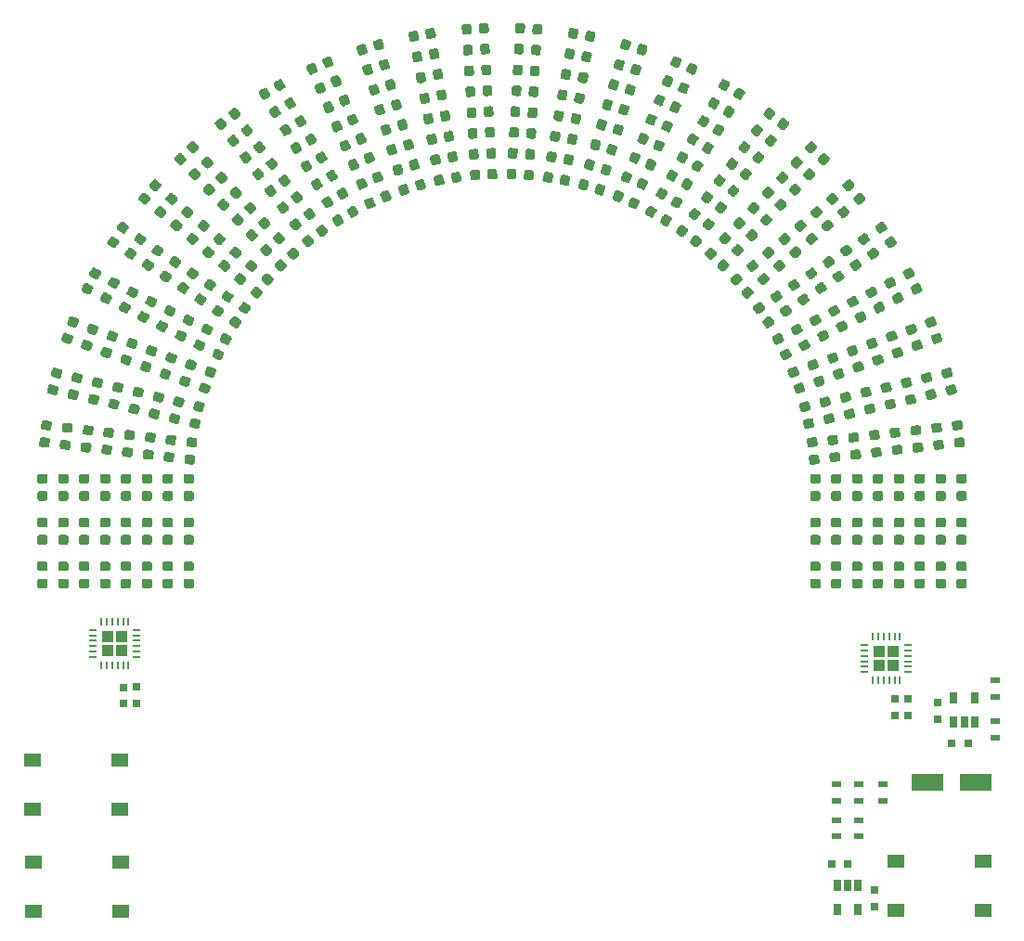
<source format=gtp>
G04 #@! TF.GenerationSoftware,KiCad,Pcbnew,(5.0.0-rc2-204-g01c2d93a8)*
G04 #@! TF.CreationDate,2018-07-30T15:31:50-06:00*
G04 #@! TF.ProjectId,Saintcon2018,5361696E74636F6E323031382E6B6963,rev?*
G04 #@! TF.SameCoordinates,Original*
G04 #@! TF.FileFunction,Paste,Top*
G04 #@! TF.FilePolarity,Positive*
%FSLAX46Y46*%
G04 Gerber Fmt 4.6, Leading zero omitted, Abs format (unit mm)*
G04 Created by KiCad (PCBNEW (5.0.0-rc2-204-g01c2d93a8)) date 07/30/18 15:31:50*
%MOMM*%
%LPD*%
G01*
G04 APERTURE LIST*
%ADD10R,1.550000X1.300000*%
%ADD11C,0.100000*%
%ADD12C,0.875000*%
%ADD13R,0.900000X0.500000*%
%ADD14R,0.760000X0.260000*%
%ADD15R,0.260000X0.760000*%
%ADD16R,1.075000X1.075000*%
%ADD17R,0.750000X0.800000*%
%ADD18R,0.800000X0.750000*%
%ADD19R,3.000000X1.600000*%
%ADD20R,0.650000X1.060000*%
G04 APERTURE END LIST*
D10*
G04 #@! TO.C,SW1*
X61701500Y-97944500D03*
X61701500Y-93444500D03*
X53741500Y-93444500D03*
X53741500Y-97944500D03*
G04 #@! TD*
D11*
G04 #@! TO.C,D1*
G36*
X68222691Y-76931053D02*
X68243926Y-76934203D01*
X68264750Y-76939419D01*
X68284962Y-76946651D01*
X68304368Y-76955830D01*
X68322781Y-76966866D01*
X68340024Y-76979654D01*
X68355930Y-76994070D01*
X68370346Y-77009976D01*
X68383134Y-77027219D01*
X68394170Y-77045632D01*
X68403349Y-77065038D01*
X68410581Y-77085250D01*
X68415797Y-77106074D01*
X68418947Y-77127309D01*
X68420000Y-77148750D01*
X68420000Y-77586250D01*
X68418947Y-77607691D01*
X68415797Y-77628926D01*
X68410581Y-77649750D01*
X68403349Y-77669962D01*
X68394170Y-77689368D01*
X68383134Y-77707781D01*
X68370346Y-77725024D01*
X68355930Y-77740930D01*
X68340024Y-77755346D01*
X68322781Y-77768134D01*
X68304368Y-77779170D01*
X68284962Y-77788349D01*
X68264750Y-77795581D01*
X68243926Y-77800797D01*
X68222691Y-77803947D01*
X68201250Y-77805000D01*
X67688750Y-77805000D01*
X67667309Y-77803947D01*
X67646074Y-77800797D01*
X67625250Y-77795581D01*
X67605038Y-77788349D01*
X67585632Y-77779170D01*
X67567219Y-77768134D01*
X67549976Y-77755346D01*
X67534070Y-77740930D01*
X67519654Y-77725024D01*
X67506866Y-77707781D01*
X67495830Y-77689368D01*
X67486651Y-77669962D01*
X67479419Y-77649750D01*
X67474203Y-77628926D01*
X67471053Y-77607691D01*
X67470000Y-77586250D01*
X67470000Y-77148750D01*
X67471053Y-77127309D01*
X67474203Y-77106074D01*
X67479419Y-77085250D01*
X67486651Y-77065038D01*
X67495830Y-77045632D01*
X67506866Y-77027219D01*
X67519654Y-77009976D01*
X67534070Y-76994070D01*
X67549976Y-76979654D01*
X67567219Y-76966866D01*
X67585632Y-76955830D01*
X67605038Y-76946651D01*
X67625250Y-76939419D01*
X67646074Y-76934203D01*
X67667309Y-76931053D01*
X67688750Y-76930000D01*
X68201250Y-76930000D01*
X68222691Y-76931053D01*
X68222691Y-76931053D01*
G37*
D12*
X67945000Y-77367500D03*
D11*
G36*
X68222691Y-75356053D02*
X68243926Y-75359203D01*
X68264750Y-75364419D01*
X68284962Y-75371651D01*
X68304368Y-75380830D01*
X68322781Y-75391866D01*
X68340024Y-75404654D01*
X68355930Y-75419070D01*
X68370346Y-75434976D01*
X68383134Y-75452219D01*
X68394170Y-75470632D01*
X68403349Y-75490038D01*
X68410581Y-75510250D01*
X68415797Y-75531074D01*
X68418947Y-75552309D01*
X68420000Y-75573750D01*
X68420000Y-76011250D01*
X68418947Y-76032691D01*
X68415797Y-76053926D01*
X68410581Y-76074750D01*
X68403349Y-76094962D01*
X68394170Y-76114368D01*
X68383134Y-76132781D01*
X68370346Y-76150024D01*
X68355930Y-76165930D01*
X68340024Y-76180346D01*
X68322781Y-76193134D01*
X68304368Y-76204170D01*
X68284962Y-76213349D01*
X68264750Y-76220581D01*
X68243926Y-76225797D01*
X68222691Y-76228947D01*
X68201250Y-76230000D01*
X67688750Y-76230000D01*
X67667309Y-76228947D01*
X67646074Y-76225797D01*
X67625250Y-76220581D01*
X67605038Y-76213349D01*
X67585632Y-76204170D01*
X67567219Y-76193134D01*
X67549976Y-76180346D01*
X67534070Y-76165930D01*
X67519654Y-76150024D01*
X67506866Y-76132781D01*
X67495830Y-76114368D01*
X67486651Y-76094962D01*
X67479419Y-76074750D01*
X67474203Y-76053926D01*
X67471053Y-76032691D01*
X67470000Y-76011250D01*
X67470000Y-75573750D01*
X67471053Y-75552309D01*
X67474203Y-75531074D01*
X67479419Y-75510250D01*
X67486651Y-75490038D01*
X67495830Y-75470632D01*
X67506866Y-75452219D01*
X67519654Y-75434976D01*
X67534070Y-75419070D01*
X67549976Y-75404654D01*
X67567219Y-75391866D01*
X67585632Y-75380830D01*
X67605038Y-75371651D01*
X67625250Y-75364419D01*
X67646074Y-75359203D01*
X67667309Y-75356053D01*
X67688750Y-75355000D01*
X68201250Y-75355000D01*
X68222691Y-75356053D01*
X68222691Y-75356053D01*
G37*
D12*
X67945000Y-75792500D03*
G04 #@! TD*
D11*
G04 #@! TO.C,D2*
G36*
X68222691Y-71356053D02*
X68243926Y-71359203D01*
X68264750Y-71364419D01*
X68284962Y-71371651D01*
X68304368Y-71380830D01*
X68322781Y-71391866D01*
X68340024Y-71404654D01*
X68355930Y-71419070D01*
X68370346Y-71434976D01*
X68383134Y-71452219D01*
X68394170Y-71470632D01*
X68403349Y-71490038D01*
X68410581Y-71510250D01*
X68415797Y-71531074D01*
X68418947Y-71552309D01*
X68420000Y-71573750D01*
X68420000Y-72011250D01*
X68418947Y-72032691D01*
X68415797Y-72053926D01*
X68410581Y-72074750D01*
X68403349Y-72094962D01*
X68394170Y-72114368D01*
X68383134Y-72132781D01*
X68370346Y-72150024D01*
X68355930Y-72165930D01*
X68340024Y-72180346D01*
X68322781Y-72193134D01*
X68304368Y-72204170D01*
X68284962Y-72213349D01*
X68264750Y-72220581D01*
X68243926Y-72225797D01*
X68222691Y-72228947D01*
X68201250Y-72230000D01*
X67688750Y-72230000D01*
X67667309Y-72228947D01*
X67646074Y-72225797D01*
X67625250Y-72220581D01*
X67605038Y-72213349D01*
X67585632Y-72204170D01*
X67567219Y-72193134D01*
X67549976Y-72180346D01*
X67534070Y-72165930D01*
X67519654Y-72150024D01*
X67506866Y-72132781D01*
X67495830Y-72114368D01*
X67486651Y-72094962D01*
X67479419Y-72074750D01*
X67474203Y-72053926D01*
X67471053Y-72032691D01*
X67470000Y-72011250D01*
X67470000Y-71573750D01*
X67471053Y-71552309D01*
X67474203Y-71531074D01*
X67479419Y-71510250D01*
X67486651Y-71490038D01*
X67495830Y-71470632D01*
X67506866Y-71452219D01*
X67519654Y-71434976D01*
X67534070Y-71419070D01*
X67549976Y-71404654D01*
X67567219Y-71391866D01*
X67585632Y-71380830D01*
X67605038Y-71371651D01*
X67625250Y-71364419D01*
X67646074Y-71359203D01*
X67667309Y-71356053D01*
X67688750Y-71355000D01*
X68201250Y-71355000D01*
X68222691Y-71356053D01*
X68222691Y-71356053D01*
G37*
D12*
X67945000Y-71792500D03*
D11*
G36*
X68222691Y-72931053D02*
X68243926Y-72934203D01*
X68264750Y-72939419D01*
X68284962Y-72946651D01*
X68304368Y-72955830D01*
X68322781Y-72966866D01*
X68340024Y-72979654D01*
X68355930Y-72994070D01*
X68370346Y-73009976D01*
X68383134Y-73027219D01*
X68394170Y-73045632D01*
X68403349Y-73065038D01*
X68410581Y-73085250D01*
X68415797Y-73106074D01*
X68418947Y-73127309D01*
X68420000Y-73148750D01*
X68420000Y-73586250D01*
X68418947Y-73607691D01*
X68415797Y-73628926D01*
X68410581Y-73649750D01*
X68403349Y-73669962D01*
X68394170Y-73689368D01*
X68383134Y-73707781D01*
X68370346Y-73725024D01*
X68355930Y-73740930D01*
X68340024Y-73755346D01*
X68322781Y-73768134D01*
X68304368Y-73779170D01*
X68284962Y-73788349D01*
X68264750Y-73795581D01*
X68243926Y-73800797D01*
X68222691Y-73803947D01*
X68201250Y-73805000D01*
X67688750Y-73805000D01*
X67667309Y-73803947D01*
X67646074Y-73800797D01*
X67625250Y-73795581D01*
X67605038Y-73788349D01*
X67585632Y-73779170D01*
X67567219Y-73768134D01*
X67549976Y-73755346D01*
X67534070Y-73740930D01*
X67519654Y-73725024D01*
X67506866Y-73707781D01*
X67495830Y-73689368D01*
X67486651Y-73669962D01*
X67479419Y-73649750D01*
X67474203Y-73628926D01*
X67471053Y-73607691D01*
X67470000Y-73586250D01*
X67470000Y-73148750D01*
X67471053Y-73127309D01*
X67474203Y-73106074D01*
X67479419Y-73085250D01*
X67486651Y-73065038D01*
X67495830Y-73045632D01*
X67506866Y-73027219D01*
X67519654Y-73009976D01*
X67534070Y-72994070D01*
X67549976Y-72979654D01*
X67567219Y-72966866D01*
X67585632Y-72955830D01*
X67605038Y-72946651D01*
X67625250Y-72939419D01*
X67646074Y-72934203D01*
X67667309Y-72931053D01*
X67688750Y-72930000D01*
X68201250Y-72930000D01*
X68222691Y-72931053D01*
X68222691Y-72931053D01*
G37*
D12*
X67945000Y-73367500D03*
G04 #@! TD*
D11*
G04 #@! TO.C,D3*
G36*
X68222691Y-68931054D02*
X68243926Y-68934204D01*
X68264750Y-68939420D01*
X68284962Y-68946652D01*
X68304368Y-68955831D01*
X68322781Y-68966867D01*
X68340024Y-68979655D01*
X68355930Y-68994071D01*
X68370346Y-69009977D01*
X68383134Y-69027220D01*
X68394170Y-69045633D01*
X68403349Y-69065039D01*
X68410581Y-69085251D01*
X68415797Y-69106075D01*
X68418947Y-69127310D01*
X68420000Y-69148751D01*
X68420000Y-69586251D01*
X68418947Y-69607692D01*
X68415797Y-69628927D01*
X68410581Y-69649751D01*
X68403349Y-69669963D01*
X68394170Y-69689369D01*
X68383134Y-69707782D01*
X68370346Y-69725025D01*
X68355930Y-69740931D01*
X68340024Y-69755347D01*
X68322781Y-69768135D01*
X68304368Y-69779171D01*
X68284962Y-69788350D01*
X68264750Y-69795582D01*
X68243926Y-69800798D01*
X68222691Y-69803948D01*
X68201250Y-69805001D01*
X67688750Y-69805001D01*
X67667309Y-69803948D01*
X67646074Y-69800798D01*
X67625250Y-69795582D01*
X67605038Y-69788350D01*
X67585632Y-69779171D01*
X67567219Y-69768135D01*
X67549976Y-69755347D01*
X67534070Y-69740931D01*
X67519654Y-69725025D01*
X67506866Y-69707782D01*
X67495830Y-69689369D01*
X67486651Y-69669963D01*
X67479419Y-69649751D01*
X67474203Y-69628927D01*
X67471053Y-69607692D01*
X67470000Y-69586251D01*
X67470000Y-69148751D01*
X67471053Y-69127310D01*
X67474203Y-69106075D01*
X67479419Y-69085251D01*
X67486651Y-69065039D01*
X67495830Y-69045633D01*
X67506866Y-69027220D01*
X67519654Y-69009977D01*
X67534070Y-68994071D01*
X67549976Y-68979655D01*
X67567219Y-68966867D01*
X67585632Y-68955831D01*
X67605038Y-68946652D01*
X67625250Y-68939420D01*
X67646074Y-68934204D01*
X67667309Y-68931054D01*
X67688750Y-68930001D01*
X68201250Y-68930001D01*
X68222691Y-68931054D01*
X68222691Y-68931054D01*
G37*
D12*
X67945000Y-69367501D03*
D11*
G36*
X68222691Y-67356052D02*
X68243926Y-67359202D01*
X68264750Y-67364418D01*
X68284962Y-67371650D01*
X68304368Y-67380829D01*
X68322781Y-67391865D01*
X68340024Y-67404653D01*
X68355930Y-67419069D01*
X68370346Y-67434975D01*
X68383134Y-67452218D01*
X68394170Y-67470631D01*
X68403349Y-67490037D01*
X68410581Y-67510249D01*
X68415797Y-67531073D01*
X68418947Y-67552308D01*
X68420000Y-67573749D01*
X68420000Y-68011249D01*
X68418947Y-68032690D01*
X68415797Y-68053925D01*
X68410581Y-68074749D01*
X68403349Y-68094961D01*
X68394170Y-68114367D01*
X68383134Y-68132780D01*
X68370346Y-68150023D01*
X68355930Y-68165929D01*
X68340024Y-68180345D01*
X68322781Y-68193133D01*
X68304368Y-68204169D01*
X68284962Y-68213348D01*
X68264750Y-68220580D01*
X68243926Y-68225796D01*
X68222691Y-68228946D01*
X68201250Y-68229999D01*
X67688750Y-68229999D01*
X67667309Y-68228946D01*
X67646074Y-68225796D01*
X67625250Y-68220580D01*
X67605038Y-68213348D01*
X67585632Y-68204169D01*
X67567219Y-68193133D01*
X67549976Y-68180345D01*
X67534070Y-68165929D01*
X67519654Y-68150023D01*
X67506866Y-68132780D01*
X67495830Y-68114367D01*
X67486651Y-68094961D01*
X67479419Y-68074749D01*
X67474203Y-68053925D01*
X67471053Y-68032690D01*
X67470000Y-68011249D01*
X67470000Y-67573749D01*
X67471053Y-67552308D01*
X67474203Y-67531073D01*
X67479419Y-67510249D01*
X67486651Y-67490037D01*
X67495830Y-67470631D01*
X67506866Y-67452218D01*
X67519654Y-67434975D01*
X67534070Y-67419069D01*
X67549976Y-67404653D01*
X67567219Y-67391865D01*
X67585632Y-67380829D01*
X67605038Y-67371650D01*
X67625250Y-67364418D01*
X67646074Y-67359202D01*
X67667309Y-67356052D01*
X67688750Y-67354999D01*
X68201250Y-67354999D01*
X68222691Y-67356052D01*
X68222691Y-67356052D01*
G37*
D12*
X67945000Y-67792499D03*
G04 #@! TD*
D11*
G04 #@! TO.C,D4*
G36*
X68025910Y-64016179D02*
X68534945Y-64075677D01*
X68556119Y-64079213D01*
X68576845Y-64084806D01*
X68596922Y-64092405D01*
X68616158Y-64101934D01*
X68634368Y-64113304D01*
X68651375Y-64126403D01*
X68667016Y-64141106D01*
X68681141Y-64157272D01*
X68693613Y-64174744D01*
X68704313Y-64193354D01*
X68713137Y-64212924D01*
X68720001Y-64233264D01*
X68724837Y-64254180D01*
X68727600Y-64275468D01*
X68728264Y-64296925D01*
X68726821Y-64318343D01*
X68676030Y-64752885D01*
X68672494Y-64774059D01*
X68666901Y-64794785D01*
X68659302Y-64814862D01*
X68649773Y-64834098D01*
X68638403Y-64852308D01*
X68625304Y-64869315D01*
X68610601Y-64884956D01*
X68594435Y-64899081D01*
X68576963Y-64911553D01*
X68558353Y-64922253D01*
X68538783Y-64931077D01*
X68518443Y-64937941D01*
X68497527Y-64942777D01*
X68476239Y-64945540D01*
X68454782Y-64946204D01*
X68433364Y-64944761D01*
X67924329Y-64885263D01*
X67903155Y-64881727D01*
X67882429Y-64876134D01*
X67862352Y-64868535D01*
X67843116Y-64859006D01*
X67824906Y-64847636D01*
X67807899Y-64834537D01*
X67792258Y-64819834D01*
X67778133Y-64803668D01*
X67765661Y-64786196D01*
X67754961Y-64767586D01*
X67746137Y-64748016D01*
X67739273Y-64727676D01*
X67734437Y-64706760D01*
X67731674Y-64685472D01*
X67731010Y-64664015D01*
X67732453Y-64642597D01*
X67783244Y-64208055D01*
X67786780Y-64186881D01*
X67792373Y-64166155D01*
X67799972Y-64146078D01*
X67809501Y-64126842D01*
X67820871Y-64108632D01*
X67833970Y-64091625D01*
X67848673Y-64075984D01*
X67864839Y-64061859D01*
X67882311Y-64049387D01*
X67900921Y-64038687D01*
X67920491Y-64029863D01*
X67940831Y-64022999D01*
X67961747Y-64018163D01*
X67983035Y-64015400D01*
X68004492Y-64014736D01*
X68025910Y-64016179D01*
X68025910Y-64016179D01*
G37*
D12*
X68229637Y-64480470D03*
D11*
G36*
X67843064Y-65580529D02*
X68352099Y-65640027D01*
X68373273Y-65643563D01*
X68393999Y-65649156D01*
X68414076Y-65656755D01*
X68433312Y-65666284D01*
X68451522Y-65677654D01*
X68468529Y-65690753D01*
X68484170Y-65705456D01*
X68498295Y-65721622D01*
X68510767Y-65739094D01*
X68521467Y-65757704D01*
X68530291Y-65777274D01*
X68537155Y-65797614D01*
X68541991Y-65818530D01*
X68544754Y-65839818D01*
X68545418Y-65861275D01*
X68543975Y-65882693D01*
X68493184Y-66317235D01*
X68489648Y-66338409D01*
X68484055Y-66359135D01*
X68476456Y-66379212D01*
X68466927Y-66398448D01*
X68455557Y-66416658D01*
X68442458Y-66433665D01*
X68427755Y-66449306D01*
X68411589Y-66463431D01*
X68394117Y-66475903D01*
X68375507Y-66486603D01*
X68355937Y-66495427D01*
X68335597Y-66502291D01*
X68314681Y-66507127D01*
X68293393Y-66509890D01*
X68271936Y-66510554D01*
X68250518Y-66509111D01*
X67741483Y-66449613D01*
X67720309Y-66446077D01*
X67699583Y-66440484D01*
X67679506Y-66432885D01*
X67660270Y-66423356D01*
X67642060Y-66411986D01*
X67625053Y-66398887D01*
X67609412Y-66384184D01*
X67595287Y-66368018D01*
X67582815Y-66350546D01*
X67572115Y-66331936D01*
X67563291Y-66312366D01*
X67556427Y-66292026D01*
X67551591Y-66271110D01*
X67548828Y-66249822D01*
X67548164Y-66228365D01*
X67549607Y-66206947D01*
X67600398Y-65772405D01*
X67603934Y-65751231D01*
X67609527Y-65730505D01*
X67617126Y-65710428D01*
X67626655Y-65691192D01*
X67638025Y-65672982D01*
X67651124Y-65655975D01*
X67665827Y-65640334D01*
X67681993Y-65626209D01*
X67699465Y-65613737D01*
X67718075Y-65603037D01*
X67737645Y-65594213D01*
X67757985Y-65587349D01*
X67778901Y-65582513D01*
X67800189Y-65579750D01*
X67821646Y-65579086D01*
X67843064Y-65580529D01*
X67843064Y-65580529D01*
G37*
D12*
X68046791Y-66044820D03*
G04 #@! TD*
D11*
G04 #@! TO.C,D5*
G36*
X68364078Y-62267703D02*
X68385184Y-62271622D01*
X68883870Y-62389813D01*
X68904491Y-62395783D01*
X68924427Y-62403745D01*
X68943486Y-62413623D01*
X68961486Y-62425321D01*
X68978252Y-62438728D01*
X68993624Y-62453713D01*
X69007452Y-62470132D01*
X69019605Y-62487828D01*
X69029964Y-62506630D01*
X69038431Y-62526357D01*
X69044924Y-62546819D01*
X69049379Y-62567819D01*
X69051755Y-62589154D01*
X69052028Y-62610619D01*
X69050196Y-62632008D01*
X69046277Y-62653114D01*
X68945383Y-63078821D01*
X68939413Y-63099441D01*
X68931451Y-63119377D01*
X68921573Y-63138437D01*
X68909875Y-63156437D01*
X68896469Y-63173203D01*
X68881483Y-63188574D01*
X68865064Y-63202403D01*
X68847368Y-63214556D01*
X68828566Y-63224915D01*
X68808839Y-63233382D01*
X68788377Y-63239875D01*
X68767378Y-63244330D01*
X68746042Y-63246706D01*
X68724577Y-63246979D01*
X68703188Y-63245147D01*
X68682082Y-63241228D01*
X68183396Y-63123037D01*
X68162775Y-63117067D01*
X68142839Y-63109105D01*
X68123780Y-63099227D01*
X68105780Y-63087529D01*
X68089014Y-63074122D01*
X68073642Y-63059137D01*
X68059814Y-63042718D01*
X68047661Y-63025022D01*
X68037302Y-63006220D01*
X68028835Y-62986493D01*
X68022342Y-62966031D01*
X68017887Y-62945031D01*
X68015511Y-62923696D01*
X68015238Y-62902231D01*
X68017070Y-62880842D01*
X68020989Y-62859736D01*
X68121883Y-62434029D01*
X68127853Y-62413409D01*
X68135815Y-62393473D01*
X68145693Y-62374413D01*
X68157391Y-62356413D01*
X68170797Y-62339647D01*
X68185783Y-62324276D01*
X68202202Y-62310447D01*
X68219898Y-62298294D01*
X68238700Y-62287935D01*
X68258427Y-62279468D01*
X68278889Y-62272975D01*
X68299888Y-62268520D01*
X68321224Y-62266144D01*
X68342689Y-62265871D01*
X68364078Y-62267703D01*
X68364078Y-62267703D01*
G37*
D12*
X68533633Y-62756425D03*
D11*
G36*
X68727298Y-60735157D02*
X68748404Y-60739076D01*
X69247090Y-60857267D01*
X69267711Y-60863237D01*
X69287647Y-60871199D01*
X69306706Y-60881077D01*
X69324706Y-60892775D01*
X69341472Y-60906182D01*
X69356844Y-60921167D01*
X69370672Y-60937586D01*
X69382825Y-60955282D01*
X69393184Y-60974084D01*
X69401651Y-60993811D01*
X69408144Y-61014273D01*
X69412599Y-61035273D01*
X69414975Y-61056608D01*
X69415248Y-61078073D01*
X69413416Y-61099462D01*
X69409497Y-61120568D01*
X69308603Y-61546275D01*
X69302633Y-61566895D01*
X69294671Y-61586831D01*
X69284793Y-61605891D01*
X69273095Y-61623891D01*
X69259689Y-61640657D01*
X69244703Y-61656028D01*
X69228284Y-61669857D01*
X69210588Y-61682010D01*
X69191786Y-61692369D01*
X69172059Y-61700836D01*
X69151597Y-61707329D01*
X69130598Y-61711784D01*
X69109262Y-61714160D01*
X69087797Y-61714433D01*
X69066408Y-61712601D01*
X69045302Y-61708682D01*
X68546616Y-61590491D01*
X68525995Y-61584521D01*
X68506059Y-61576559D01*
X68487000Y-61566681D01*
X68469000Y-61554983D01*
X68452234Y-61541576D01*
X68436862Y-61526591D01*
X68423034Y-61510172D01*
X68410881Y-61492476D01*
X68400522Y-61473674D01*
X68392055Y-61453947D01*
X68385562Y-61433485D01*
X68381107Y-61412485D01*
X68378731Y-61391150D01*
X68378458Y-61369685D01*
X68380290Y-61348296D01*
X68384209Y-61327190D01*
X68485103Y-60901483D01*
X68491073Y-60880863D01*
X68499035Y-60860927D01*
X68508913Y-60841867D01*
X68520611Y-60823867D01*
X68534017Y-60807101D01*
X68549003Y-60791730D01*
X68565422Y-60777901D01*
X68583118Y-60765748D01*
X68601920Y-60755389D01*
X68621647Y-60746922D01*
X68642109Y-60740429D01*
X68663108Y-60735974D01*
X68684444Y-60733598D01*
X68705909Y-60733325D01*
X68727298Y-60735157D01*
X68727298Y-60735157D01*
G37*
D12*
X68896853Y-61223879D03*
G04 #@! TD*
D11*
G04 #@! TO.C,D6*
G36*
X69783571Y-57555142D02*
X69804923Y-57557363D01*
X69825955Y-57561666D01*
X69846463Y-57568009D01*
X70328055Y-57743294D01*
X70347843Y-57751617D01*
X70366720Y-57761840D01*
X70384504Y-57773864D01*
X70401023Y-57787573D01*
X70416120Y-57802835D01*
X70429648Y-57819503D01*
X70441477Y-57837417D01*
X70451493Y-57856404D01*
X70459600Y-57876282D01*
X70465719Y-57896858D01*
X70469792Y-57917935D01*
X70471780Y-57939310D01*
X70471663Y-57960777D01*
X70469442Y-57982129D01*
X70465139Y-58003160D01*
X70458796Y-58023669D01*
X70309162Y-58434784D01*
X70300839Y-58454572D01*
X70290616Y-58473449D01*
X70278592Y-58491233D01*
X70264883Y-58507752D01*
X70249621Y-58522849D01*
X70232953Y-58536377D01*
X70215039Y-58548206D01*
X70196052Y-58558222D01*
X70176174Y-58566329D01*
X70155598Y-58572448D01*
X70134520Y-58576521D01*
X70113146Y-58578509D01*
X70091679Y-58578392D01*
X70070327Y-58576171D01*
X70049295Y-58571868D01*
X70028787Y-58565525D01*
X69547195Y-58390240D01*
X69527407Y-58381917D01*
X69508530Y-58371694D01*
X69490746Y-58359670D01*
X69474227Y-58345961D01*
X69459130Y-58330699D01*
X69445602Y-58314031D01*
X69433773Y-58296117D01*
X69423757Y-58277130D01*
X69415650Y-58257252D01*
X69409531Y-58236676D01*
X69405458Y-58215599D01*
X69403470Y-58194224D01*
X69403587Y-58172757D01*
X69405808Y-58151405D01*
X69410111Y-58130374D01*
X69416454Y-58109865D01*
X69566088Y-57698750D01*
X69574411Y-57678962D01*
X69584634Y-57660085D01*
X69596658Y-57642301D01*
X69610367Y-57625782D01*
X69625629Y-57610685D01*
X69642297Y-57597157D01*
X69660211Y-57585328D01*
X69679198Y-57575312D01*
X69699076Y-57567205D01*
X69719652Y-57561086D01*
X69740730Y-57557013D01*
X69762104Y-57555025D01*
X69783571Y-57555142D01*
X69783571Y-57555142D01*
G37*
D12*
X69937625Y-58066767D03*
D11*
G36*
X69244889Y-59035158D02*
X69266241Y-59037379D01*
X69287273Y-59041682D01*
X69307781Y-59048025D01*
X69789373Y-59223310D01*
X69809161Y-59231633D01*
X69828038Y-59241856D01*
X69845822Y-59253880D01*
X69862341Y-59267589D01*
X69877438Y-59282851D01*
X69890966Y-59299519D01*
X69902795Y-59317433D01*
X69912811Y-59336420D01*
X69920918Y-59356298D01*
X69927037Y-59376874D01*
X69931110Y-59397951D01*
X69933098Y-59419326D01*
X69932981Y-59440793D01*
X69930760Y-59462145D01*
X69926457Y-59483176D01*
X69920114Y-59503685D01*
X69770480Y-59914800D01*
X69762157Y-59934588D01*
X69751934Y-59953465D01*
X69739910Y-59971249D01*
X69726201Y-59987768D01*
X69710939Y-60002865D01*
X69694271Y-60016393D01*
X69676357Y-60028222D01*
X69657370Y-60038238D01*
X69637492Y-60046345D01*
X69616916Y-60052464D01*
X69595838Y-60056537D01*
X69574464Y-60058525D01*
X69552997Y-60058408D01*
X69531645Y-60056187D01*
X69510613Y-60051884D01*
X69490105Y-60045541D01*
X69008513Y-59870256D01*
X68988725Y-59861933D01*
X68969848Y-59851710D01*
X68952064Y-59839686D01*
X68935545Y-59825977D01*
X68920448Y-59810715D01*
X68906920Y-59794047D01*
X68895091Y-59776133D01*
X68885075Y-59757146D01*
X68876968Y-59737268D01*
X68870849Y-59716692D01*
X68866776Y-59695615D01*
X68864788Y-59674240D01*
X68864905Y-59652773D01*
X68867126Y-59631421D01*
X68871429Y-59610390D01*
X68877772Y-59589881D01*
X69027406Y-59178766D01*
X69035729Y-59158978D01*
X69045952Y-59140101D01*
X69057976Y-59122317D01*
X69071685Y-59105798D01*
X69086947Y-59090701D01*
X69103615Y-59077173D01*
X69121529Y-59065344D01*
X69140516Y-59055328D01*
X69160394Y-59047221D01*
X69180970Y-59041102D01*
X69202048Y-59037029D01*
X69223422Y-59035041D01*
X69244889Y-59035158D01*
X69244889Y-59035158D01*
G37*
D12*
X69398943Y-59546783D03*
G04 #@! TD*
D11*
G04 #@! TO.C,D7*
G36*
X70516095Y-55930642D02*
X70537403Y-55933251D01*
X70558353Y-55937935D01*
X70578742Y-55944650D01*
X70598376Y-55953332D01*
X71056363Y-56183342D01*
X71075051Y-56193906D01*
X71092613Y-56206251D01*
X71108881Y-56220258D01*
X71123698Y-56235792D01*
X71136920Y-56252704D01*
X71148421Y-56270830D01*
X71158091Y-56289996D01*
X71165835Y-56310017D01*
X71171579Y-56330702D01*
X71175268Y-56351849D01*
X71176867Y-56373257D01*
X71176360Y-56394718D01*
X71173751Y-56416026D01*
X71169067Y-56436976D01*
X71162352Y-56457366D01*
X71153670Y-56476999D01*
X70957321Y-56867963D01*
X70946757Y-56886650D01*
X70934412Y-56904213D01*
X70920405Y-56920481D01*
X70904871Y-56935297D01*
X70887960Y-56948520D01*
X70869834Y-56960021D01*
X70850667Y-56969691D01*
X70830646Y-56977435D01*
X70809962Y-56983179D01*
X70788814Y-56986868D01*
X70767406Y-56988467D01*
X70745945Y-56987960D01*
X70724637Y-56985351D01*
X70703687Y-56980667D01*
X70683298Y-56973952D01*
X70663664Y-56965270D01*
X70205677Y-56735260D01*
X70186989Y-56724696D01*
X70169427Y-56712351D01*
X70153159Y-56698344D01*
X70138342Y-56682810D01*
X70125120Y-56665898D01*
X70113619Y-56647772D01*
X70103949Y-56628606D01*
X70096205Y-56608585D01*
X70090461Y-56587900D01*
X70086772Y-56566753D01*
X70085173Y-56545345D01*
X70085680Y-56523884D01*
X70088289Y-56502576D01*
X70092973Y-56481626D01*
X70099688Y-56461236D01*
X70108370Y-56441603D01*
X70304719Y-56050639D01*
X70315283Y-56031952D01*
X70327628Y-56014389D01*
X70341635Y-55998121D01*
X70357169Y-55983305D01*
X70374080Y-55970082D01*
X70392206Y-55958581D01*
X70411373Y-55948911D01*
X70431394Y-55941167D01*
X70452078Y-55935423D01*
X70473226Y-55931734D01*
X70494634Y-55930135D01*
X70516095Y-55930642D01*
X70516095Y-55930642D01*
G37*
D12*
X70631020Y-56459301D03*
D11*
G36*
X71222951Y-54523168D02*
X71244259Y-54525777D01*
X71265209Y-54530461D01*
X71285598Y-54537176D01*
X71305232Y-54545858D01*
X71763219Y-54775868D01*
X71781907Y-54786432D01*
X71799469Y-54798777D01*
X71815737Y-54812784D01*
X71830554Y-54828318D01*
X71843776Y-54845230D01*
X71855277Y-54863356D01*
X71864947Y-54882522D01*
X71872691Y-54902543D01*
X71878435Y-54923228D01*
X71882124Y-54944375D01*
X71883723Y-54965783D01*
X71883216Y-54987244D01*
X71880607Y-55008552D01*
X71875923Y-55029502D01*
X71869208Y-55049892D01*
X71860526Y-55069525D01*
X71664177Y-55460489D01*
X71653613Y-55479176D01*
X71641268Y-55496739D01*
X71627261Y-55513007D01*
X71611727Y-55527823D01*
X71594816Y-55541046D01*
X71576690Y-55552547D01*
X71557523Y-55562217D01*
X71537502Y-55569961D01*
X71516818Y-55575705D01*
X71495670Y-55579394D01*
X71474262Y-55580993D01*
X71452801Y-55580486D01*
X71431493Y-55577877D01*
X71410543Y-55573193D01*
X71390154Y-55566478D01*
X71370520Y-55557796D01*
X70912533Y-55327786D01*
X70893845Y-55317222D01*
X70876283Y-55304877D01*
X70860015Y-55290870D01*
X70845198Y-55275336D01*
X70831976Y-55258424D01*
X70820475Y-55240298D01*
X70810805Y-55221132D01*
X70803061Y-55201111D01*
X70797317Y-55180426D01*
X70793628Y-55159279D01*
X70792029Y-55137871D01*
X70792536Y-55116410D01*
X70795145Y-55095102D01*
X70799829Y-55074152D01*
X70806544Y-55053762D01*
X70815226Y-55034129D01*
X71011575Y-54643165D01*
X71022139Y-54624478D01*
X71034484Y-54606915D01*
X71048491Y-54590647D01*
X71064025Y-54575831D01*
X71080936Y-54562608D01*
X71099062Y-54551107D01*
X71118229Y-54541437D01*
X71138250Y-54533693D01*
X71158934Y-54527949D01*
X71180082Y-54524260D01*
X71201490Y-54522661D01*
X71222951Y-54523168D01*
X71222951Y-54523168D01*
G37*
D12*
X71337876Y-55051827D03*
G04 #@! TD*
D11*
G04 #@! TO.C,D8*
G36*
X73004642Y-51678412D02*
X73025900Y-51681408D01*
X73046761Y-51686472D01*
X73067025Y-51693557D01*
X73086497Y-51702594D01*
X73104990Y-51713496D01*
X73533178Y-51995120D01*
X73550513Y-52007782D01*
X73566524Y-52022083D01*
X73581055Y-52037884D01*
X73593968Y-52055033D01*
X73605138Y-52073365D01*
X73614458Y-52092704D01*
X73621836Y-52112863D01*
X73627204Y-52133648D01*
X73630508Y-52154859D01*
X73631717Y-52176292D01*
X73630820Y-52197741D01*
X73627824Y-52218998D01*
X73622760Y-52239859D01*
X73615675Y-52260123D01*
X73606638Y-52279595D01*
X73595736Y-52298088D01*
X73355326Y-52663614D01*
X73342664Y-52680949D01*
X73328363Y-52696960D01*
X73312563Y-52711491D01*
X73295414Y-52724404D01*
X73277081Y-52735574D01*
X73257743Y-52744894D01*
X73237583Y-52752272D01*
X73216798Y-52757640D01*
X73195587Y-52760944D01*
X73174154Y-52762153D01*
X73152706Y-52761256D01*
X73131448Y-52758260D01*
X73110587Y-52753196D01*
X73090323Y-52746111D01*
X73070851Y-52737074D01*
X73052358Y-52726172D01*
X72624170Y-52444548D01*
X72606835Y-52431886D01*
X72590824Y-52417585D01*
X72576293Y-52401784D01*
X72563380Y-52384635D01*
X72552210Y-52366303D01*
X72542890Y-52346964D01*
X72535512Y-52326805D01*
X72530144Y-52306020D01*
X72526840Y-52284809D01*
X72525631Y-52263376D01*
X72526528Y-52241927D01*
X72529524Y-52220670D01*
X72534588Y-52199809D01*
X72541673Y-52179545D01*
X72550710Y-52160073D01*
X72561612Y-52141580D01*
X72802022Y-51776054D01*
X72814684Y-51758719D01*
X72828985Y-51742708D01*
X72844785Y-51728177D01*
X72861934Y-51715264D01*
X72880267Y-51704094D01*
X72899605Y-51694774D01*
X72919765Y-51687396D01*
X72940550Y-51682028D01*
X72961761Y-51678724D01*
X72983194Y-51677515D01*
X73004642Y-51678412D01*
X73004642Y-51678412D01*
G37*
D12*
X73078674Y-52219834D03*
D11*
G36*
X72139166Y-52994306D02*
X72160424Y-52997302D01*
X72181285Y-53002366D01*
X72201549Y-53009451D01*
X72221021Y-53018488D01*
X72239514Y-53029390D01*
X72667702Y-53311014D01*
X72685037Y-53323676D01*
X72701048Y-53337977D01*
X72715579Y-53353778D01*
X72728492Y-53370927D01*
X72739662Y-53389259D01*
X72748982Y-53408598D01*
X72756360Y-53428757D01*
X72761728Y-53449542D01*
X72765032Y-53470753D01*
X72766241Y-53492186D01*
X72765344Y-53513635D01*
X72762348Y-53534892D01*
X72757284Y-53555753D01*
X72750199Y-53576017D01*
X72741162Y-53595489D01*
X72730260Y-53613982D01*
X72489850Y-53979508D01*
X72477188Y-53996843D01*
X72462887Y-54012854D01*
X72447087Y-54027385D01*
X72429938Y-54040298D01*
X72411605Y-54051468D01*
X72392267Y-54060788D01*
X72372107Y-54068166D01*
X72351322Y-54073534D01*
X72330111Y-54076838D01*
X72308678Y-54078047D01*
X72287230Y-54077150D01*
X72265972Y-54074154D01*
X72245111Y-54069090D01*
X72224847Y-54062005D01*
X72205375Y-54052968D01*
X72186882Y-54042066D01*
X71758694Y-53760442D01*
X71741359Y-53747780D01*
X71725348Y-53733479D01*
X71710817Y-53717678D01*
X71697904Y-53700529D01*
X71686734Y-53682197D01*
X71677414Y-53662858D01*
X71670036Y-53642699D01*
X71664668Y-53621914D01*
X71661364Y-53600703D01*
X71660155Y-53579270D01*
X71661052Y-53557821D01*
X71664048Y-53536564D01*
X71669112Y-53515703D01*
X71676197Y-53495439D01*
X71685234Y-53475967D01*
X71696136Y-53457474D01*
X71936546Y-53091948D01*
X71949208Y-53074613D01*
X71963509Y-53058602D01*
X71979309Y-53044071D01*
X71996458Y-53031158D01*
X72014791Y-53019988D01*
X72034129Y-53010668D01*
X72054289Y-53003290D01*
X72075074Y-52997922D01*
X72096285Y-52994618D01*
X72117718Y-52993409D01*
X72139166Y-52994306D01*
X72139166Y-52994306D01*
G37*
D12*
X72213198Y-53535728D03*
G04 #@! TD*
D11*
G04 #@! TO.C,D9*
G36*
X74092212Y-50265868D02*
X74113411Y-50269249D01*
X74134176Y-50274692D01*
X74154309Y-50282145D01*
X74173613Y-50291534D01*
X74191905Y-50302771D01*
X74209007Y-50315746D01*
X74601605Y-50645175D01*
X74617353Y-50659764D01*
X74631595Y-50675826D01*
X74644194Y-50693207D01*
X74655029Y-50711740D01*
X74663995Y-50731245D01*
X74671006Y-50751534D01*
X74675995Y-50772414D01*
X74678913Y-50793682D01*
X74679732Y-50815133D01*
X74678445Y-50836562D01*
X74675063Y-50857761D01*
X74669621Y-50878526D01*
X74662168Y-50898659D01*
X74652779Y-50917963D01*
X74641542Y-50936255D01*
X74628567Y-50953357D01*
X74347347Y-51288502D01*
X74332758Y-51304250D01*
X74316696Y-51318492D01*
X74299315Y-51331091D01*
X74280783Y-51341926D01*
X74261278Y-51350892D01*
X74240988Y-51357903D01*
X74220108Y-51362892D01*
X74198840Y-51365810D01*
X74177389Y-51366629D01*
X74155960Y-51365342D01*
X74134761Y-51361961D01*
X74113996Y-51356518D01*
X74093863Y-51349065D01*
X74074559Y-51339676D01*
X74056267Y-51328439D01*
X74039165Y-51315464D01*
X73646567Y-50986035D01*
X73630819Y-50971446D01*
X73616577Y-50955384D01*
X73603978Y-50938003D01*
X73593143Y-50919470D01*
X73584177Y-50899965D01*
X73577166Y-50879676D01*
X73572177Y-50858796D01*
X73569259Y-50837528D01*
X73568440Y-50816077D01*
X73569727Y-50794648D01*
X73573109Y-50773449D01*
X73578551Y-50752684D01*
X73586004Y-50732551D01*
X73595393Y-50713247D01*
X73606630Y-50694955D01*
X73619605Y-50677853D01*
X73900825Y-50342708D01*
X73915414Y-50326960D01*
X73931476Y-50312718D01*
X73948857Y-50300119D01*
X73967389Y-50289284D01*
X73986894Y-50280318D01*
X74007184Y-50273307D01*
X74028064Y-50268318D01*
X74049332Y-50265400D01*
X74070783Y-50264581D01*
X74092212Y-50265868D01*
X74092212Y-50265868D01*
G37*
D12*
X74124086Y-50815605D03*
D11*
G36*
X75104602Y-49059348D02*
X75125801Y-49062729D01*
X75146566Y-49068172D01*
X75166699Y-49075625D01*
X75186003Y-49085014D01*
X75204295Y-49096251D01*
X75221397Y-49109226D01*
X75613995Y-49438655D01*
X75629743Y-49453244D01*
X75643985Y-49469306D01*
X75656584Y-49486687D01*
X75667419Y-49505220D01*
X75676385Y-49524725D01*
X75683396Y-49545014D01*
X75688385Y-49565894D01*
X75691303Y-49587162D01*
X75692122Y-49608613D01*
X75690835Y-49630042D01*
X75687453Y-49651241D01*
X75682011Y-49672006D01*
X75674558Y-49692139D01*
X75665169Y-49711443D01*
X75653932Y-49729735D01*
X75640957Y-49746837D01*
X75359737Y-50081982D01*
X75345148Y-50097730D01*
X75329086Y-50111972D01*
X75311705Y-50124571D01*
X75293173Y-50135406D01*
X75273668Y-50144372D01*
X75253378Y-50151383D01*
X75232498Y-50156372D01*
X75211230Y-50159290D01*
X75189779Y-50160109D01*
X75168350Y-50158822D01*
X75147151Y-50155441D01*
X75126386Y-50149998D01*
X75106253Y-50142545D01*
X75086949Y-50133156D01*
X75068657Y-50121919D01*
X75051555Y-50108944D01*
X74658957Y-49779515D01*
X74643209Y-49764926D01*
X74628967Y-49748864D01*
X74616368Y-49731483D01*
X74605533Y-49712950D01*
X74596567Y-49693445D01*
X74589556Y-49673156D01*
X74584567Y-49652276D01*
X74581649Y-49631008D01*
X74580830Y-49609557D01*
X74582117Y-49588128D01*
X74585499Y-49566929D01*
X74590941Y-49546164D01*
X74598394Y-49526031D01*
X74607783Y-49506727D01*
X74619020Y-49488435D01*
X74631995Y-49471333D01*
X74913215Y-49136188D01*
X74927804Y-49120440D01*
X74943866Y-49106198D01*
X74961247Y-49093599D01*
X74979779Y-49082764D01*
X74999284Y-49073798D01*
X75019574Y-49066787D01*
X75040454Y-49061798D01*
X75061722Y-49058880D01*
X75083173Y-49058061D01*
X75104602Y-49059348D01*
X75104602Y-49059348D01*
G37*
D12*
X75136476Y-49609085D03*
G04 #@! TD*
D11*
G04 #@! TO.C,D10*
G36*
X77494481Y-46701398D02*
X77515615Y-46705164D01*
X77536278Y-46710984D01*
X77556271Y-46718801D01*
X77575402Y-46728539D01*
X77593487Y-46740107D01*
X77610350Y-46753391D01*
X77625830Y-46768264D01*
X77977528Y-47141043D01*
X77991476Y-47157361D01*
X78003757Y-47174969D01*
X78014253Y-47193695D01*
X78022863Y-47213360D01*
X78029504Y-47233774D01*
X78034112Y-47254740D01*
X78036643Y-47276058D01*
X78037072Y-47297521D01*
X78035396Y-47318922D01*
X78031630Y-47340056D01*
X78025810Y-47360719D01*
X78017993Y-47380713D01*
X78008254Y-47399844D01*
X77996687Y-47417928D01*
X77983403Y-47434791D01*
X77968530Y-47450271D01*
X77650304Y-47750502D01*
X77633986Y-47764450D01*
X77616379Y-47776731D01*
X77597652Y-47787227D01*
X77577988Y-47795837D01*
X77557574Y-47802478D01*
X77536607Y-47807086D01*
X77515290Y-47809617D01*
X77493827Y-47810046D01*
X77472425Y-47808370D01*
X77451291Y-47804604D01*
X77430628Y-47798784D01*
X77410635Y-47790967D01*
X77391504Y-47781229D01*
X77373419Y-47769661D01*
X77356556Y-47756377D01*
X77341076Y-47741504D01*
X76989378Y-47368725D01*
X76975430Y-47352407D01*
X76963149Y-47334799D01*
X76952653Y-47316073D01*
X76944043Y-47296408D01*
X76937402Y-47275994D01*
X76932794Y-47255028D01*
X76930263Y-47233710D01*
X76929834Y-47212247D01*
X76931510Y-47190846D01*
X76935276Y-47169712D01*
X76941096Y-47149049D01*
X76948913Y-47129055D01*
X76958652Y-47109924D01*
X76970219Y-47091840D01*
X76983503Y-47074977D01*
X76998376Y-47059497D01*
X77316602Y-46759266D01*
X77332920Y-46745318D01*
X77350527Y-46733037D01*
X77369254Y-46722541D01*
X77388918Y-46713931D01*
X77409332Y-46707290D01*
X77430299Y-46702682D01*
X77451616Y-46700151D01*
X77473079Y-46699722D01*
X77494481Y-46701398D01*
X77494481Y-46701398D01*
G37*
D12*
X77483453Y-47254884D03*
D11*
G36*
X76348867Y-47782228D02*
X76370001Y-47785994D01*
X76390664Y-47791814D01*
X76410657Y-47799631D01*
X76429788Y-47809369D01*
X76447873Y-47820937D01*
X76464736Y-47834221D01*
X76480216Y-47849094D01*
X76831914Y-48221873D01*
X76845862Y-48238191D01*
X76858143Y-48255799D01*
X76868639Y-48274525D01*
X76877249Y-48294190D01*
X76883890Y-48314604D01*
X76888498Y-48335570D01*
X76891029Y-48356888D01*
X76891458Y-48378351D01*
X76889782Y-48399752D01*
X76886016Y-48420886D01*
X76880196Y-48441549D01*
X76872379Y-48461543D01*
X76862640Y-48480674D01*
X76851073Y-48498758D01*
X76837789Y-48515621D01*
X76822916Y-48531101D01*
X76504690Y-48831332D01*
X76488372Y-48845280D01*
X76470765Y-48857561D01*
X76452038Y-48868057D01*
X76432374Y-48876667D01*
X76411960Y-48883308D01*
X76390993Y-48887916D01*
X76369676Y-48890447D01*
X76348213Y-48890876D01*
X76326811Y-48889200D01*
X76305677Y-48885434D01*
X76285014Y-48879614D01*
X76265021Y-48871797D01*
X76245890Y-48862059D01*
X76227805Y-48850491D01*
X76210942Y-48837207D01*
X76195462Y-48822334D01*
X75843764Y-48449555D01*
X75829816Y-48433237D01*
X75817535Y-48415629D01*
X75807039Y-48396903D01*
X75798429Y-48377238D01*
X75791788Y-48356824D01*
X75787180Y-48335858D01*
X75784649Y-48314540D01*
X75784220Y-48293077D01*
X75785896Y-48271676D01*
X75789662Y-48250542D01*
X75795482Y-48229879D01*
X75803299Y-48209885D01*
X75813038Y-48190754D01*
X75824605Y-48172670D01*
X75837889Y-48155807D01*
X75852762Y-48140327D01*
X76170988Y-47840096D01*
X76187306Y-47826148D01*
X76204913Y-47813867D01*
X76223640Y-47803371D01*
X76243304Y-47794761D01*
X76263718Y-47788120D01*
X76284685Y-47783512D01*
X76306002Y-47780981D01*
X76327465Y-47780552D01*
X76348867Y-47782228D01*
X76348867Y-47782228D01*
G37*
D12*
X76337839Y-48335714D03*
G04 #@! TD*
D11*
G04 #@! TO.C,D11*
G36*
X78878669Y-45576979D02*
X78899731Y-45581128D01*
X78920285Y-45587323D01*
X78940133Y-45595502D01*
X78959084Y-45605587D01*
X78976955Y-45617481D01*
X78993574Y-45631069D01*
X79008781Y-45646221D01*
X79022430Y-45662791D01*
X79328473Y-46073880D01*
X79340432Y-46091708D01*
X79350586Y-46110621D01*
X79358837Y-46130439D01*
X79365105Y-46150971D01*
X79369332Y-46172018D01*
X79371475Y-46193378D01*
X79371514Y-46214845D01*
X79369448Y-46236212D01*
X79365299Y-46257275D01*
X79359104Y-46277829D01*
X79350925Y-46297676D01*
X79340840Y-46316627D01*
X79328946Y-46334498D01*
X79315358Y-46351117D01*
X79300206Y-46366324D01*
X79283636Y-46379972D01*
X78932707Y-46641229D01*
X78914880Y-46653188D01*
X78895966Y-46663342D01*
X78876148Y-46671593D01*
X78855617Y-46677862D01*
X78834570Y-46682089D01*
X78813210Y-46684232D01*
X78791743Y-46684271D01*
X78770375Y-46682205D01*
X78749313Y-46678056D01*
X78728759Y-46671861D01*
X78708911Y-46663682D01*
X78689960Y-46653597D01*
X78672089Y-46641703D01*
X78655470Y-46628115D01*
X78640263Y-46612963D01*
X78626614Y-46596393D01*
X78320571Y-46185304D01*
X78308612Y-46167476D01*
X78298458Y-46148563D01*
X78290207Y-46128745D01*
X78283939Y-46108213D01*
X78279712Y-46087166D01*
X78277569Y-46065806D01*
X78277530Y-46044339D01*
X78279596Y-46022972D01*
X78283745Y-46001909D01*
X78289940Y-45981355D01*
X78298119Y-45961508D01*
X78308204Y-45942557D01*
X78320098Y-45924686D01*
X78333686Y-45908067D01*
X78348838Y-45892860D01*
X78365408Y-45879212D01*
X78716337Y-45617955D01*
X78734164Y-45605996D01*
X78753078Y-45595842D01*
X78772896Y-45587591D01*
X78793427Y-45581322D01*
X78814474Y-45577095D01*
X78835834Y-45574952D01*
X78857301Y-45574913D01*
X78878669Y-45576979D01*
X78878669Y-45576979D01*
G37*
D12*
X78824522Y-46129592D03*
D11*
G36*
X80142013Y-44636455D02*
X80163075Y-44640604D01*
X80183629Y-44646799D01*
X80203477Y-44654978D01*
X80222428Y-44665063D01*
X80240299Y-44676957D01*
X80256918Y-44690545D01*
X80272125Y-44705697D01*
X80285774Y-44722267D01*
X80591817Y-45133356D01*
X80603776Y-45151184D01*
X80613930Y-45170097D01*
X80622181Y-45189915D01*
X80628449Y-45210447D01*
X80632676Y-45231494D01*
X80634819Y-45252854D01*
X80634858Y-45274321D01*
X80632792Y-45295688D01*
X80628643Y-45316751D01*
X80622448Y-45337305D01*
X80614269Y-45357152D01*
X80604184Y-45376103D01*
X80592290Y-45393974D01*
X80578702Y-45410593D01*
X80563550Y-45425800D01*
X80546980Y-45439448D01*
X80196051Y-45700705D01*
X80178224Y-45712664D01*
X80159310Y-45722818D01*
X80139492Y-45731069D01*
X80118961Y-45737338D01*
X80097914Y-45741565D01*
X80076554Y-45743708D01*
X80055087Y-45743747D01*
X80033719Y-45741681D01*
X80012657Y-45737532D01*
X79992103Y-45731337D01*
X79972255Y-45723158D01*
X79953304Y-45713073D01*
X79935433Y-45701179D01*
X79918814Y-45687591D01*
X79903607Y-45672439D01*
X79889958Y-45655869D01*
X79583915Y-45244780D01*
X79571956Y-45226952D01*
X79561802Y-45208039D01*
X79553551Y-45188221D01*
X79547283Y-45167689D01*
X79543056Y-45146642D01*
X79540913Y-45125282D01*
X79540874Y-45103815D01*
X79542940Y-45082448D01*
X79547089Y-45061385D01*
X79553284Y-45040831D01*
X79561463Y-45020984D01*
X79571548Y-45002033D01*
X79583442Y-44984162D01*
X79597030Y-44967543D01*
X79612182Y-44952336D01*
X79628752Y-44938688D01*
X79979681Y-44677431D01*
X79997508Y-44665472D01*
X80016422Y-44655318D01*
X80036240Y-44647067D01*
X80056771Y-44640798D01*
X80077818Y-44636571D01*
X80099178Y-44634428D01*
X80120645Y-44634389D01*
X80142013Y-44636455D01*
X80142013Y-44636455D01*
G37*
D12*
X80087866Y-45189068D03*
G04 #@! TD*
D11*
G04 #@! TO.C,D12*
G36*
X82990120Y-42889999D02*
X83011446Y-42892453D01*
X83032430Y-42896985D01*
X83052868Y-42903552D01*
X83072564Y-42912090D01*
X83091328Y-42922518D01*
X83108980Y-42934735D01*
X83125349Y-42948623D01*
X83140278Y-42964049D01*
X83153623Y-42980864D01*
X83165256Y-42998906D01*
X83421506Y-43442744D01*
X83431314Y-43461839D01*
X83439204Y-43481804D01*
X83445099Y-43502446D01*
X83448942Y-43523566D01*
X83450696Y-43544962D01*
X83450345Y-43566426D01*
X83447891Y-43587752D01*
X83443359Y-43608736D01*
X83436792Y-43629174D01*
X83428254Y-43648870D01*
X83417826Y-43667634D01*
X83405609Y-43685286D01*
X83391721Y-43701655D01*
X83376295Y-43716584D01*
X83359480Y-43729929D01*
X83341438Y-43741562D01*
X82962552Y-43960312D01*
X82943457Y-43970120D01*
X82923492Y-43978010D01*
X82902850Y-43983905D01*
X82881730Y-43987748D01*
X82860334Y-43989502D01*
X82838870Y-43989151D01*
X82817544Y-43986697D01*
X82796560Y-43982165D01*
X82776122Y-43975598D01*
X82756426Y-43967060D01*
X82737662Y-43956632D01*
X82720010Y-43944415D01*
X82703641Y-43930527D01*
X82688712Y-43915101D01*
X82675367Y-43898286D01*
X82663734Y-43880244D01*
X82407484Y-43436406D01*
X82397676Y-43417311D01*
X82389786Y-43397346D01*
X82383891Y-43376704D01*
X82380048Y-43355584D01*
X82378294Y-43334188D01*
X82378645Y-43312724D01*
X82381099Y-43291398D01*
X82385631Y-43270414D01*
X82392198Y-43249976D01*
X82400736Y-43230280D01*
X82411164Y-43211516D01*
X82423381Y-43193864D01*
X82437269Y-43177495D01*
X82452695Y-43162566D01*
X82469510Y-43149221D01*
X82487552Y-43137588D01*
X82866438Y-42918838D01*
X82885533Y-42909030D01*
X82905498Y-42901140D01*
X82926140Y-42895245D01*
X82947260Y-42891402D01*
X82968656Y-42889648D01*
X82990120Y-42889999D01*
X82990120Y-42889999D01*
G37*
D12*
X82914495Y-43439575D03*
D11*
G36*
X81626130Y-43677499D02*
X81647456Y-43679953D01*
X81668440Y-43684485D01*
X81688878Y-43691052D01*
X81708574Y-43699590D01*
X81727338Y-43710018D01*
X81744990Y-43722235D01*
X81761359Y-43736123D01*
X81776288Y-43751549D01*
X81789633Y-43768364D01*
X81801266Y-43786406D01*
X82057516Y-44230244D01*
X82067324Y-44249339D01*
X82075214Y-44269304D01*
X82081109Y-44289946D01*
X82084952Y-44311066D01*
X82086706Y-44332462D01*
X82086355Y-44353926D01*
X82083901Y-44375252D01*
X82079369Y-44396236D01*
X82072802Y-44416674D01*
X82064264Y-44436370D01*
X82053836Y-44455134D01*
X82041619Y-44472786D01*
X82027731Y-44489155D01*
X82012305Y-44504084D01*
X81995490Y-44517429D01*
X81977448Y-44529062D01*
X81598562Y-44747812D01*
X81579467Y-44757620D01*
X81559502Y-44765510D01*
X81538860Y-44771405D01*
X81517740Y-44775248D01*
X81496344Y-44777002D01*
X81474880Y-44776651D01*
X81453554Y-44774197D01*
X81432570Y-44769665D01*
X81412132Y-44763098D01*
X81392436Y-44754560D01*
X81373672Y-44744132D01*
X81356020Y-44731915D01*
X81339651Y-44718027D01*
X81324722Y-44702601D01*
X81311377Y-44685786D01*
X81299744Y-44667744D01*
X81043494Y-44223906D01*
X81033686Y-44204811D01*
X81025796Y-44184846D01*
X81019901Y-44164204D01*
X81016058Y-44143084D01*
X81014304Y-44121688D01*
X81014655Y-44100224D01*
X81017109Y-44078898D01*
X81021641Y-44057914D01*
X81028208Y-44037476D01*
X81036746Y-44017780D01*
X81047174Y-43999016D01*
X81059391Y-43981364D01*
X81073279Y-43964995D01*
X81088705Y-43950066D01*
X81105520Y-43936721D01*
X81123562Y-43925088D01*
X81502448Y-43706338D01*
X81521543Y-43696530D01*
X81541508Y-43688640D01*
X81562150Y-43682745D01*
X81583270Y-43678902D01*
X81604666Y-43677148D01*
X81626130Y-43677499D01*
X81626130Y-43677499D01*
G37*
D12*
X81550505Y-44227075D03*
G04 #@! TD*
D11*
G04 #@! TO.C,D13*
G36*
X84596563Y-42113968D02*
X84617841Y-42116808D01*
X84638738Y-42121721D01*
X84659054Y-42128658D01*
X84678591Y-42137553D01*
X84697163Y-42148321D01*
X84714589Y-42160856D01*
X84730703Y-42175040D01*
X84745350Y-42190735D01*
X84758387Y-42207789D01*
X84769690Y-42226040D01*
X84779150Y-42245310D01*
X84982141Y-42715895D01*
X84989666Y-42736000D01*
X84995184Y-42756746D01*
X84998643Y-42777933D01*
X85000008Y-42799356D01*
X84999266Y-42820811D01*
X84996426Y-42842089D01*
X84991513Y-42862986D01*
X84984576Y-42883302D01*
X84975681Y-42902839D01*
X84964913Y-42921411D01*
X84952378Y-42938837D01*
X84938194Y-42954951D01*
X84922499Y-42969598D01*
X84905445Y-42982635D01*
X84887194Y-42993938D01*
X84867924Y-43003398D01*
X84466205Y-43176683D01*
X84446100Y-43184208D01*
X84425354Y-43189726D01*
X84404167Y-43193185D01*
X84382744Y-43194550D01*
X84361289Y-43193808D01*
X84340011Y-43190968D01*
X84319114Y-43186055D01*
X84298798Y-43179118D01*
X84279261Y-43170223D01*
X84260689Y-43159455D01*
X84243263Y-43146920D01*
X84227149Y-43132736D01*
X84212502Y-43117041D01*
X84199465Y-43099987D01*
X84188162Y-43081736D01*
X84178702Y-43062466D01*
X83975711Y-42591881D01*
X83968186Y-42571776D01*
X83962668Y-42551030D01*
X83959209Y-42529843D01*
X83957844Y-42508420D01*
X83958586Y-42486965D01*
X83961426Y-42465687D01*
X83966339Y-42444790D01*
X83973276Y-42424474D01*
X83982171Y-42404937D01*
X83992939Y-42386365D01*
X84005474Y-42368939D01*
X84019658Y-42352825D01*
X84035353Y-42338178D01*
X84052407Y-42325141D01*
X84070658Y-42313838D01*
X84089928Y-42304378D01*
X84491647Y-42131093D01*
X84511752Y-42123568D01*
X84532498Y-42118050D01*
X84553685Y-42114591D01*
X84575108Y-42113226D01*
X84596563Y-42113968D01*
X84596563Y-42113968D01*
G37*
D12*
X84478926Y-42653888D03*
D11*
G36*
X86042753Y-41490142D02*
X86064031Y-41492982D01*
X86084928Y-41497895D01*
X86105244Y-41504832D01*
X86124781Y-41513727D01*
X86143353Y-41524495D01*
X86160779Y-41537030D01*
X86176893Y-41551214D01*
X86191540Y-41566909D01*
X86204577Y-41583963D01*
X86215880Y-41602214D01*
X86225340Y-41621484D01*
X86428331Y-42092069D01*
X86435856Y-42112174D01*
X86441374Y-42132920D01*
X86444833Y-42154107D01*
X86446198Y-42175530D01*
X86445456Y-42196985D01*
X86442616Y-42218263D01*
X86437703Y-42239160D01*
X86430766Y-42259476D01*
X86421871Y-42279013D01*
X86411103Y-42297585D01*
X86398568Y-42315011D01*
X86384384Y-42331125D01*
X86368689Y-42345772D01*
X86351635Y-42358809D01*
X86333384Y-42370112D01*
X86314114Y-42379572D01*
X85912395Y-42552857D01*
X85892290Y-42560382D01*
X85871544Y-42565900D01*
X85850357Y-42569359D01*
X85828934Y-42570724D01*
X85807479Y-42569982D01*
X85786201Y-42567142D01*
X85765304Y-42562229D01*
X85744988Y-42555292D01*
X85725451Y-42546397D01*
X85706879Y-42535629D01*
X85689453Y-42523094D01*
X85673339Y-42508910D01*
X85658692Y-42493215D01*
X85645655Y-42476161D01*
X85634352Y-42457910D01*
X85624892Y-42438640D01*
X85421901Y-41968055D01*
X85414376Y-41947950D01*
X85408858Y-41927204D01*
X85405399Y-41906017D01*
X85404034Y-41884594D01*
X85404776Y-41863139D01*
X85407616Y-41841861D01*
X85412529Y-41820964D01*
X85419466Y-41800648D01*
X85428361Y-41781111D01*
X85439129Y-41762539D01*
X85451664Y-41745113D01*
X85465848Y-41728999D01*
X85481543Y-41714352D01*
X85498597Y-41701315D01*
X85516848Y-41690012D01*
X85536118Y-41680552D01*
X85937837Y-41507267D01*
X85957942Y-41499742D01*
X85978688Y-41494224D01*
X85999875Y-41490765D01*
X86021298Y-41489400D01*
X86042753Y-41490142D01*
X86042753Y-41490142D01*
G37*
D12*
X85925116Y-42030062D03*
G04 #@! TD*
D11*
G04 #@! TO.C,D14*
G36*
X89237315Y-40453752D02*
X89258538Y-40456979D01*
X89279343Y-40462271D01*
X89299529Y-40469576D01*
X89318901Y-40478825D01*
X89337274Y-40489928D01*
X89354470Y-40502779D01*
X89370323Y-40517253D01*
X89384682Y-40533211D01*
X89397407Y-40550500D01*
X89408376Y-40568953D01*
X89417484Y-40588393D01*
X89424642Y-40608631D01*
X89571629Y-41099601D01*
X89576770Y-41120443D01*
X89579842Y-41141689D01*
X89580818Y-41163134D01*
X89579686Y-41184572D01*
X89576459Y-41205795D01*
X89571167Y-41226599D01*
X89563862Y-41246785D01*
X89554613Y-41266158D01*
X89543510Y-41284530D01*
X89530659Y-41301726D01*
X89516185Y-41317580D01*
X89500227Y-41331938D01*
X89482938Y-41344664D01*
X89464485Y-41355633D01*
X89445046Y-41364741D01*
X89424807Y-41371899D01*
X89005686Y-41497375D01*
X88984843Y-41502516D01*
X88963597Y-41505588D01*
X88942152Y-41506564D01*
X88920715Y-41505432D01*
X88899492Y-41502205D01*
X88878687Y-41496913D01*
X88858501Y-41489608D01*
X88839129Y-41480359D01*
X88820756Y-41469256D01*
X88803560Y-41456405D01*
X88787707Y-41441931D01*
X88773348Y-41425973D01*
X88760623Y-41408684D01*
X88749654Y-41390231D01*
X88740546Y-41370791D01*
X88733388Y-41350553D01*
X88586401Y-40859583D01*
X88581260Y-40838741D01*
X88578188Y-40817495D01*
X88577212Y-40796050D01*
X88578344Y-40774612D01*
X88581571Y-40753389D01*
X88586863Y-40732585D01*
X88594168Y-40712399D01*
X88603417Y-40693026D01*
X88614520Y-40674654D01*
X88627371Y-40657458D01*
X88641845Y-40641604D01*
X88657803Y-40627246D01*
X88675092Y-40614520D01*
X88693545Y-40603551D01*
X88712984Y-40594443D01*
X88733223Y-40587285D01*
X89152344Y-40461809D01*
X89173187Y-40456668D01*
X89194433Y-40453596D01*
X89215878Y-40452620D01*
X89237315Y-40453752D01*
X89237315Y-40453752D01*
G37*
D12*
X89079015Y-40979592D03*
D11*
G36*
X87728481Y-40905468D02*
X87749704Y-40908695D01*
X87770509Y-40913987D01*
X87790695Y-40921292D01*
X87810067Y-40930541D01*
X87828440Y-40941644D01*
X87845636Y-40954495D01*
X87861489Y-40968969D01*
X87875848Y-40984927D01*
X87888573Y-41002216D01*
X87899542Y-41020669D01*
X87908650Y-41040109D01*
X87915808Y-41060347D01*
X88062795Y-41551317D01*
X88067936Y-41572159D01*
X88071008Y-41593405D01*
X88071984Y-41614850D01*
X88070852Y-41636288D01*
X88067625Y-41657511D01*
X88062333Y-41678315D01*
X88055028Y-41698501D01*
X88045779Y-41717874D01*
X88034676Y-41736246D01*
X88021825Y-41753442D01*
X88007351Y-41769296D01*
X87991393Y-41783654D01*
X87974104Y-41796380D01*
X87955651Y-41807349D01*
X87936212Y-41816457D01*
X87915973Y-41823615D01*
X87496852Y-41949091D01*
X87476009Y-41954232D01*
X87454763Y-41957304D01*
X87433318Y-41958280D01*
X87411881Y-41957148D01*
X87390658Y-41953921D01*
X87369853Y-41948629D01*
X87349667Y-41941324D01*
X87330295Y-41932075D01*
X87311922Y-41920972D01*
X87294726Y-41908121D01*
X87278873Y-41893647D01*
X87264514Y-41877689D01*
X87251789Y-41860400D01*
X87240820Y-41841947D01*
X87231712Y-41822507D01*
X87224554Y-41802269D01*
X87077567Y-41311299D01*
X87072426Y-41290457D01*
X87069354Y-41269211D01*
X87068378Y-41247766D01*
X87069510Y-41226328D01*
X87072737Y-41205105D01*
X87078029Y-41184301D01*
X87085334Y-41164115D01*
X87094583Y-41144742D01*
X87105686Y-41126370D01*
X87118537Y-41109174D01*
X87133011Y-41093320D01*
X87148969Y-41078962D01*
X87166258Y-41066236D01*
X87184711Y-41055267D01*
X87204150Y-41046159D01*
X87224389Y-41039001D01*
X87643510Y-40913525D01*
X87664353Y-40908384D01*
X87685599Y-40905312D01*
X87707044Y-40904336D01*
X87728481Y-40905468D01*
X87728481Y-40905468D01*
G37*
D12*
X87570181Y-41431308D03*
G04 #@! TD*
D11*
G04 #@! TO.C,D15*
G36*
X90979582Y-40068347D02*
X91000743Y-40071959D01*
X91021448Y-40077628D01*
X91041497Y-40085299D01*
X91060699Y-40094899D01*
X91078866Y-40106334D01*
X91095826Y-40119495D01*
X91111414Y-40134255D01*
X91125480Y-40150472D01*
X91137889Y-40167989D01*
X91148521Y-40186639D01*
X91157274Y-40206240D01*
X91164063Y-40226605D01*
X91168824Y-40247538D01*
X91257819Y-40752252D01*
X91260505Y-40773551D01*
X91261090Y-40795010D01*
X91259569Y-40816423D01*
X91255957Y-40837584D01*
X91250288Y-40858289D01*
X91242616Y-40878339D01*
X91233017Y-40897540D01*
X91221582Y-40915708D01*
X91208421Y-40932667D01*
X91193661Y-40948255D01*
X91177444Y-40962321D01*
X91159926Y-40974730D01*
X91141277Y-40985362D01*
X91121675Y-40994115D01*
X91101310Y-41000904D01*
X91080378Y-41005665D01*
X90649525Y-41081637D01*
X90628227Y-41084323D01*
X90606767Y-41084908D01*
X90585354Y-41083387D01*
X90564193Y-41079775D01*
X90543488Y-41074106D01*
X90523439Y-41066435D01*
X90504237Y-41056835D01*
X90486070Y-41045400D01*
X90469110Y-41032239D01*
X90453522Y-41017479D01*
X90439456Y-41001262D01*
X90427047Y-40983745D01*
X90416415Y-40965095D01*
X90407662Y-40945494D01*
X90400873Y-40925129D01*
X90396112Y-40904196D01*
X90307117Y-40399482D01*
X90304431Y-40378183D01*
X90303846Y-40356724D01*
X90305367Y-40335311D01*
X90308979Y-40314150D01*
X90314648Y-40293445D01*
X90322320Y-40273395D01*
X90331919Y-40254194D01*
X90343354Y-40236026D01*
X90356515Y-40219067D01*
X90371275Y-40203479D01*
X90387492Y-40189413D01*
X90405010Y-40177004D01*
X90423659Y-40166372D01*
X90443261Y-40157619D01*
X90463626Y-40150830D01*
X90484558Y-40146069D01*
X90915411Y-40070097D01*
X90936709Y-40067411D01*
X90958169Y-40066826D01*
X90979582Y-40068347D01*
X90979582Y-40068347D01*
G37*
D12*
X90782468Y-40575867D03*
D11*
G36*
X92530654Y-39794851D02*
X92551815Y-39798463D01*
X92572520Y-39804132D01*
X92592569Y-39811803D01*
X92611771Y-39821403D01*
X92629938Y-39832838D01*
X92646898Y-39845999D01*
X92662486Y-39860759D01*
X92676552Y-39876976D01*
X92688961Y-39894493D01*
X92699593Y-39913143D01*
X92708346Y-39932744D01*
X92715135Y-39953109D01*
X92719896Y-39974042D01*
X92808891Y-40478756D01*
X92811577Y-40500055D01*
X92812162Y-40521514D01*
X92810641Y-40542927D01*
X92807029Y-40564088D01*
X92801360Y-40584793D01*
X92793688Y-40604843D01*
X92784089Y-40624044D01*
X92772654Y-40642212D01*
X92759493Y-40659171D01*
X92744733Y-40674759D01*
X92728516Y-40688825D01*
X92710998Y-40701234D01*
X92692349Y-40711866D01*
X92672747Y-40720619D01*
X92652382Y-40727408D01*
X92631450Y-40732169D01*
X92200597Y-40808141D01*
X92179299Y-40810827D01*
X92157839Y-40811412D01*
X92136426Y-40809891D01*
X92115265Y-40806279D01*
X92094560Y-40800610D01*
X92074511Y-40792939D01*
X92055309Y-40783339D01*
X92037142Y-40771904D01*
X92020182Y-40758743D01*
X92004594Y-40743983D01*
X91990528Y-40727766D01*
X91978119Y-40710249D01*
X91967487Y-40691599D01*
X91958734Y-40671998D01*
X91951945Y-40651633D01*
X91947184Y-40630700D01*
X91858189Y-40125986D01*
X91855503Y-40104687D01*
X91854918Y-40083228D01*
X91856439Y-40061815D01*
X91860051Y-40040654D01*
X91865720Y-40019949D01*
X91873392Y-39999899D01*
X91882991Y-39980698D01*
X91894426Y-39962530D01*
X91907587Y-39945571D01*
X91922347Y-39929983D01*
X91938564Y-39915917D01*
X91956082Y-39903508D01*
X91974731Y-39892876D01*
X91994333Y-39884123D01*
X92014698Y-39877334D01*
X92035630Y-39872573D01*
X92466483Y-39796601D01*
X92487781Y-39793915D01*
X92509241Y-39793330D01*
X92530654Y-39794851D01*
X92530654Y-39794851D01*
G37*
D12*
X92333540Y-40302371D03*
G04 #@! TD*
D11*
G04 #@! TO.C,D16*
G36*
X95878289Y-39522355D02*
X95899381Y-39526351D01*
X95919979Y-39532396D01*
X95939886Y-39540430D01*
X95958909Y-39550377D01*
X95976866Y-39562141D01*
X95993584Y-39575608D01*
X96008901Y-39590649D01*
X96022670Y-39607119D01*
X96034758Y-39624859D01*
X96045049Y-39643698D01*
X96053444Y-39663456D01*
X96059862Y-39683941D01*
X96064242Y-39704957D01*
X96066540Y-39726300D01*
X96096340Y-40237933D01*
X96096535Y-40259400D01*
X96094625Y-40280782D01*
X96090629Y-40301874D01*
X96084584Y-40322472D01*
X96076550Y-40342379D01*
X96066603Y-40361402D01*
X96054839Y-40379359D01*
X96041372Y-40396077D01*
X96026331Y-40411394D01*
X96009861Y-40425163D01*
X95992121Y-40437251D01*
X95973282Y-40447542D01*
X95953524Y-40455937D01*
X95933039Y-40462355D01*
X95912023Y-40466735D01*
X95890679Y-40469033D01*
X95453919Y-40494472D01*
X95432453Y-40494667D01*
X95411071Y-40492757D01*
X95389979Y-40488761D01*
X95369381Y-40482716D01*
X95349474Y-40474682D01*
X95330451Y-40464735D01*
X95312494Y-40452971D01*
X95295776Y-40439504D01*
X95280459Y-40424463D01*
X95266690Y-40407993D01*
X95254602Y-40390253D01*
X95244311Y-40371414D01*
X95235916Y-40351656D01*
X95229498Y-40331171D01*
X95225118Y-40310155D01*
X95222820Y-40288812D01*
X95193020Y-39777179D01*
X95192825Y-39755712D01*
X95194735Y-39734330D01*
X95198731Y-39713238D01*
X95204776Y-39692640D01*
X95212810Y-39672733D01*
X95222757Y-39653710D01*
X95234521Y-39635753D01*
X95247988Y-39619035D01*
X95263029Y-39603718D01*
X95279499Y-39589949D01*
X95297239Y-39577861D01*
X95316078Y-39567570D01*
X95335836Y-39559175D01*
X95356321Y-39552757D01*
X95377337Y-39548377D01*
X95398681Y-39546079D01*
X95835441Y-39520640D01*
X95856907Y-39520445D01*
X95878289Y-39522355D01*
X95878289Y-39522355D01*
G37*
D12*
X95644680Y-40007556D03*
D11*
G36*
X94305953Y-39613933D02*
X94327045Y-39617929D01*
X94347643Y-39623974D01*
X94367550Y-39632008D01*
X94386573Y-39641955D01*
X94404530Y-39653719D01*
X94421248Y-39667186D01*
X94436565Y-39682227D01*
X94450334Y-39698697D01*
X94462422Y-39716437D01*
X94472713Y-39735276D01*
X94481108Y-39755034D01*
X94487526Y-39775519D01*
X94491906Y-39796535D01*
X94494204Y-39817878D01*
X94524004Y-40329511D01*
X94524199Y-40350978D01*
X94522289Y-40372360D01*
X94518293Y-40393452D01*
X94512248Y-40414050D01*
X94504214Y-40433957D01*
X94494267Y-40452980D01*
X94482503Y-40470937D01*
X94469036Y-40487655D01*
X94453995Y-40502972D01*
X94437525Y-40516741D01*
X94419785Y-40528829D01*
X94400946Y-40539120D01*
X94381188Y-40547515D01*
X94360703Y-40553933D01*
X94339687Y-40558313D01*
X94318343Y-40560611D01*
X93881583Y-40586050D01*
X93860117Y-40586245D01*
X93838735Y-40584335D01*
X93817643Y-40580339D01*
X93797045Y-40574294D01*
X93777138Y-40566260D01*
X93758115Y-40556313D01*
X93740158Y-40544549D01*
X93723440Y-40531082D01*
X93708123Y-40516041D01*
X93694354Y-40499571D01*
X93682266Y-40481831D01*
X93671975Y-40462992D01*
X93663580Y-40443234D01*
X93657162Y-40422749D01*
X93652782Y-40401733D01*
X93650484Y-40380390D01*
X93620684Y-39868757D01*
X93620489Y-39847290D01*
X93622399Y-39825908D01*
X93626395Y-39804816D01*
X93632440Y-39784218D01*
X93640474Y-39764311D01*
X93650421Y-39745288D01*
X93662185Y-39727331D01*
X93675652Y-39710613D01*
X93690693Y-39695296D01*
X93707163Y-39681527D01*
X93724903Y-39669439D01*
X93743742Y-39659148D01*
X93763500Y-39650753D01*
X93783985Y-39644335D01*
X93805001Y-39639955D01*
X93826345Y-39637657D01*
X94263105Y-39612218D01*
X94284571Y-39612023D01*
X94305953Y-39613933D01*
X94305953Y-39613933D01*
G37*
D12*
X94072344Y-40099134D03*
G04 #@! TD*
D11*
G04 #@! TO.C,D17*
G36*
X97204559Y-39520640D02*
X97641319Y-39546079D01*
X97662663Y-39548377D01*
X97683679Y-39552757D01*
X97704164Y-39559175D01*
X97723922Y-39567570D01*
X97742761Y-39577861D01*
X97760501Y-39589949D01*
X97776971Y-39603718D01*
X97792012Y-39619035D01*
X97805479Y-39635753D01*
X97817243Y-39653710D01*
X97827190Y-39672733D01*
X97835224Y-39692640D01*
X97841269Y-39713238D01*
X97845265Y-39734330D01*
X97847175Y-39755712D01*
X97846980Y-39777179D01*
X97817180Y-40288812D01*
X97814882Y-40310155D01*
X97810502Y-40331171D01*
X97804084Y-40351656D01*
X97795689Y-40371414D01*
X97785398Y-40390253D01*
X97773310Y-40407993D01*
X97759541Y-40424463D01*
X97744224Y-40439504D01*
X97727506Y-40452971D01*
X97709549Y-40464735D01*
X97690526Y-40474682D01*
X97670619Y-40482716D01*
X97650021Y-40488761D01*
X97628929Y-40492757D01*
X97607547Y-40494667D01*
X97586081Y-40494472D01*
X97149321Y-40469033D01*
X97127977Y-40466735D01*
X97106961Y-40462355D01*
X97086476Y-40455937D01*
X97066718Y-40447542D01*
X97047879Y-40437251D01*
X97030139Y-40425163D01*
X97013669Y-40411394D01*
X96998628Y-40396077D01*
X96985161Y-40379359D01*
X96973397Y-40361402D01*
X96963450Y-40342379D01*
X96955416Y-40322472D01*
X96949371Y-40301874D01*
X96945375Y-40280782D01*
X96943465Y-40259400D01*
X96943660Y-40237933D01*
X96973460Y-39726300D01*
X96975758Y-39704957D01*
X96980138Y-39683941D01*
X96986556Y-39663456D01*
X96994951Y-39643698D01*
X97005242Y-39624859D01*
X97017330Y-39607119D01*
X97031099Y-39590649D01*
X97046416Y-39575608D01*
X97063134Y-39562141D01*
X97081091Y-39550377D01*
X97100114Y-39540430D01*
X97120021Y-39532396D01*
X97140619Y-39526351D01*
X97161711Y-39522355D01*
X97183093Y-39520445D01*
X97204559Y-39520640D01*
X97204559Y-39520640D01*
G37*
D12*
X97395320Y-40007556D03*
D11*
G36*
X98776895Y-39612218D02*
X99213655Y-39637657D01*
X99234999Y-39639955D01*
X99256015Y-39644335D01*
X99276500Y-39650753D01*
X99296258Y-39659148D01*
X99315097Y-39669439D01*
X99332837Y-39681527D01*
X99349307Y-39695296D01*
X99364348Y-39710613D01*
X99377815Y-39727331D01*
X99389579Y-39745288D01*
X99399526Y-39764311D01*
X99407560Y-39784218D01*
X99413605Y-39804816D01*
X99417601Y-39825908D01*
X99419511Y-39847290D01*
X99419316Y-39868757D01*
X99389516Y-40380390D01*
X99387218Y-40401733D01*
X99382838Y-40422749D01*
X99376420Y-40443234D01*
X99368025Y-40462992D01*
X99357734Y-40481831D01*
X99345646Y-40499571D01*
X99331877Y-40516041D01*
X99316560Y-40531082D01*
X99299842Y-40544549D01*
X99281885Y-40556313D01*
X99262862Y-40566260D01*
X99242955Y-40574294D01*
X99222357Y-40580339D01*
X99201265Y-40584335D01*
X99179883Y-40586245D01*
X99158417Y-40586050D01*
X98721657Y-40560611D01*
X98700313Y-40558313D01*
X98679297Y-40553933D01*
X98658812Y-40547515D01*
X98639054Y-40539120D01*
X98620215Y-40528829D01*
X98602475Y-40516741D01*
X98586005Y-40502972D01*
X98570964Y-40487655D01*
X98557497Y-40470937D01*
X98545733Y-40452980D01*
X98535786Y-40433957D01*
X98527752Y-40414050D01*
X98521707Y-40393452D01*
X98517711Y-40372360D01*
X98515801Y-40350978D01*
X98515996Y-40329511D01*
X98545796Y-39817878D01*
X98548094Y-39796535D01*
X98552474Y-39775519D01*
X98558892Y-39755034D01*
X98567287Y-39735276D01*
X98577578Y-39716437D01*
X98589666Y-39698697D01*
X98603435Y-39682227D01*
X98618752Y-39667186D01*
X98635470Y-39653719D01*
X98653427Y-39641955D01*
X98672450Y-39632008D01*
X98692357Y-39623974D01*
X98712955Y-39617929D01*
X98734047Y-39613933D01*
X98755429Y-39612023D01*
X98776895Y-39612218D01*
X98776895Y-39612218D01*
G37*
D12*
X98967656Y-40099134D03*
G04 #@! TD*
D11*
G04 #@! TO.C,D18*
G36*
X102103290Y-40067411D02*
X102124589Y-40070097D01*
X102555442Y-40146069D01*
X102576375Y-40150830D01*
X102596740Y-40157619D01*
X102616341Y-40166372D01*
X102634991Y-40177004D01*
X102652508Y-40189413D01*
X102668725Y-40203479D01*
X102683485Y-40219067D01*
X102696646Y-40236027D01*
X102708081Y-40254194D01*
X102717681Y-40273396D01*
X102725352Y-40293445D01*
X102731021Y-40314150D01*
X102734633Y-40335311D01*
X102736154Y-40356724D01*
X102735569Y-40378184D01*
X102732883Y-40399482D01*
X102643888Y-40904196D01*
X102639127Y-40925128D01*
X102632338Y-40945493D01*
X102623585Y-40965095D01*
X102612953Y-40983744D01*
X102600544Y-41001262D01*
X102586478Y-41017479D01*
X102570890Y-41032239D01*
X102553931Y-41045400D01*
X102535763Y-41056835D01*
X102516562Y-41066434D01*
X102496512Y-41074106D01*
X102475807Y-41079775D01*
X102454646Y-41083387D01*
X102433233Y-41084908D01*
X102411774Y-41084323D01*
X102390475Y-41081637D01*
X101959622Y-41005665D01*
X101938689Y-41000904D01*
X101918324Y-40994115D01*
X101898723Y-40985362D01*
X101880073Y-40974730D01*
X101862556Y-40962321D01*
X101846339Y-40948255D01*
X101831579Y-40932667D01*
X101818418Y-40915707D01*
X101806983Y-40897540D01*
X101797383Y-40878338D01*
X101789712Y-40858289D01*
X101784043Y-40837584D01*
X101780431Y-40816423D01*
X101778910Y-40795010D01*
X101779495Y-40773550D01*
X101782181Y-40752252D01*
X101871176Y-40247538D01*
X101875937Y-40226606D01*
X101882726Y-40206241D01*
X101891479Y-40186639D01*
X101902111Y-40167990D01*
X101914520Y-40150472D01*
X101928586Y-40134255D01*
X101944174Y-40119495D01*
X101961133Y-40106334D01*
X101979301Y-40094899D01*
X101998502Y-40085300D01*
X102018552Y-40077628D01*
X102039257Y-40071959D01*
X102060418Y-40068347D01*
X102081831Y-40066826D01*
X102103290Y-40067411D01*
X102103290Y-40067411D01*
G37*
D12*
X102257532Y-40575867D03*
D11*
G36*
X100552218Y-39793915D02*
X100573517Y-39796601D01*
X101004370Y-39872573D01*
X101025303Y-39877334D01*
X101045668Y-39884123D01*
X101065269Y-39892876D01*
X101083919Y-39903508D01*
X101101436Y-39915917D01*
X101117653Y-39929983D01*
X101132413Y-39945571D01*
X101145574Y-39962531D01*
X101157009Y-39980698D01*
X101166609Y-39999900D01*
X101174280Y-40019949D01*
X101179949Y-40040654D01*
X101183561Y-40061815D01*
X101185082Y-40083228D01*
X101184497Y-40104688D01*
X101181811Y-40125986D01*
X101092816Y-40630700D01*
X101088055Y-40651632D01*
X101081266Y-40671997D01*
X101072513Y-40691599D01*
X101061881Y-40710248D01*
X101049472Y-40727766D01*
X101035406Y-40743983D01*
X101019818Y-40758743D01*
X101002859Y-40771904D01*
X100984691Y-40783339D01*
X100965490Y-40792938D01*
X100945440Y-40800610D01*
X100924735Y-40806279D01*
X100903574Y-40809891D01*
X100882161Y-40811412D01*
X100860702Y-40810827D01*
X100839403Y-40808141D01*
X100408550Y-40732169D01*
X100387617Y-40727408D01*
X100367252Y-40720619D01*
X100347651Y-40711866D01*
X100329001Y-40701234D01*
X100311484Y-40688825D01*
X100295267Y-40674759D01*
X100280507Y-40659171D01*
X100267346Y-40642211D01*
X100255911Y-40624044D01*
X100246311Y-40604842D01*
X100238640Y-40584793D01*
X100232971Y-40564088D01*
X100229359Y-40542927D01*
X100227838Y-40521514D01*
X100228423Y-40500054D01*
X100231109Y-40478756D01*
X100320104Y-39974042D01*
X100324865Y-39953110D01*
X100331654Y-39932745D01*
X100340407Y-39913143D01*
X100351039Y-39894494D01*
X100363448Y-39876976D01*
X100377514Y-39860759D01*
X100393102Y-39845999D01*
X100410061Y-39832838D01*
X100428229Y-39821403D01*
X100447430Y-39811804D01*
X100467480Y-39804132D01*
X100488185Y-39798463D01*
X100509346Y-39794851D01*
X100530759Y-39793330D01*
X100552218Y-39793915D01*
X100552218Y-39793915D01*
G37*
D12*
X100706460Y-40302371D03*
G04 #@! TD*
D11*
G04 #@! TO.C,D19*
G36*
X103845568Y-40453596D02*
X103866814Y-40456668D01*
X103887656Y-40461809D01*
X104306777Y-40587285D01*
X104327015Y-40594443D01*
X104346455Y-40603551D01*
X104364908Y-40614520D01*
X104382197Y-40627245D01*
X104398155Y-40641604D01*
X104412629Y-40657457D01*
X104425480Y-40674653D01*
X104436583Y-40693026D01*
X104445832Y-40712398D01*
X104453137Y-40732584D01*
X104458429Y-40753389D01*
X104461656Y-40774612D01*
X104462788Y-40796049D01*
X104461812Y-40817494D01*
X104458740Y-40838740D01*
X104453599Y-40859583D01*
X104306612Y-41350553D01*
X104299454Y-41370792D01*
X104290346Y-41390231D01*
X104279377Y-41408684D01*
X104266651Y-41425973D01*
X104252293Y-41441931D01*
X104236439Y-41456405D01*
X104219243Y-41469256D01*
X104200871Y-41480359D01*
X104181498Y-41489608D01*
X104161312Y-41496913D01*
X104140508Y-41502205D01*
X104119285Y-41505432D01*
X104097847Y-41506564D01*
X104076402Y-41505588D01*
X104055156Y-41502516D01*
X104034314Y-41497375D01*
X103615193Y-41371899D01*
X103594955Y-41364741D01*
X103575515Y-41355633D01*
X103557062Y-41344664D01*
X103539773Y-41331939D01*
X103523815Y-41317580D01*
X103509341Y-41301727D01*
X103496490Y-41284531D01*
X103485387Y-41266158D01*
X103476138Y-41246786D01*
X103468833Y-41226600D01*
X103463541Y-41205795D01*
X103460314Y-41184572D01*
X103459182Y-41163135D01*
X103460158Y-41141690D01*
X103463230Y-41120444D01*
X103468371Y-41099601D01*
X103615358Y-40608631D01*
X103622516Y-40588392D01*
X103631624Y-40568953D01*
X103642593Y-40550500D01*
X103655319Y-40533211D01*
X103669677Y-40517253D01*
X103685531Y-40502779D01*
X103702727Y-40489928D01*
X103721099Y-40478825D01*
X103740472Y-40469576D01*
X103760658Y-40462271D01*
X103781462Y-40456979D01*
X103802685Y-40453752D01*
X103824123Y-40452620D01*
X103845568Y-40453596D01*
X103845568Y-40453596D01*
G37*
D12*
X103960985Y-40979592D03*
D11*
G36*
X105354402Y-40905312D02*
X105375648Y-40908384D01*
X105396490Y-40913525D01*
X105815611Y-41039001D01*
X105835849Y-41046159D01*
X105855289Y-41055267D01*
X105873742Y-41066236D01*
X105891031Y-41078961D01*
X105906989Y-41093320D01*
X105921463Y-41109173D01*
X105934314Y-41126369D01*
X105945417Y-41144742D01*
X105954666Y-41164114D01*
X105961971Y-41184300D01*
X105967263Y-41205105D01*
X105970490Y-41226328D01*
X105971622Y-41247765D01*
X105970646Y-41269210D01*
X105967574Y-41290456D01*
X105962433Y-41311299D01*
X105815446Y-41802269D01*
X105808288Y-41822508D01*
X105799180Y-41841947D01*
X105788211Y-41860400D01*
X105775485Y-41877689D01*
X105761127Y-41893647D01*
X105745273Y-41908121D01*
X105728077Y-41920972D01*
X105709705Y-41932075D01*
X105690332Y-41941324D01*
X105670146Y-41948629D01*
X105649342Y-41953921D01*
X105628119Y-41957148D01*
X105606681Y-41958280D01*
X105585236Y-41957304D01*
X105563990Y-41954232D01*
X105543148Y-41949091D01*
X105124027Y-41823615D01*
X105103789Y-41816457D01*
X105084349Y-41807349D01*
X105065896Y-41796380D01*
X105048607Y-41783655D01*
X105032649Y-41769296D01*
X105018175Y-41753443D01*
X105005324Y-41736247D01*
X104994221Y-41717874D01*
X104984972Y-41698502D01*
X104977667Y-41678316D01*
X104972375Y-41657511D01*
X104969148Y-41636288D01*
X104968016Y-41614851D01*
X104968992Y-41593406D01*
X104972064Y-41572160D01*
X104977205Y-41551317D01*
X105124192Y-41060347D01*
X105131350Y-41040108D01*
X105140458Y-41020669D01*
X105151427Y-41002216D01*
X105164153Y-40984927D01*
X105178511Y-40968969D01*
X105194365Y-40954495D01*
X105211561Y-40941644D01*
X105229933Y-40930541D01*
X105249306Y-40921292D01*
X105269492Y-40913987D01*
X105290296Y-40908695D01*
X105311519Y-40905468D01*
X105332957Y-40904336D01*
X105354402Y-40905312D01*
X105354402Y-40905312D01*
G37*
D12*
X105469819Y-41431308D03*
G04 #@! TD*
D11*
G04 #@! TO.C,D20*
G36*
X108486315Y-42114591D02*
X108507502Y-42118050D01*
X108528248Y-42123568D01*
X108548353Y-42131093D01*
X108950072Y-42304378D01*
X108969342Y-42313838D01*
X108987593Y-42325141D01*
X109004647Y-42338178D01*
X109020342Y-42352825D01*
X109034526Y-42368939D01*
X109047061Y-42386365D01*
X109057829Y-42404937D01*
X109066724Y-42424474D01*
X109073661Y-42444790D01*
X109078574Y-42465687D01*
X109081414Y-42486965D01*
X109082156Y-42508420D01*
X109080791Y-42529843D01*
X109077332Y-42551030D01*
X109071814Y-42571776D01*
X109064289Y-42591881D01*
X108861298Y-43062466D01*
X108851838Y-43081736D01*
X108840535Y-43099987D01*
X108827498Y-43117041D01*
X108812851Y-43132736D01*
X108796737Y-43146920D01*
X108779311Y-43159455D01*
X108760739Y-43170223D01*
X108741202Y-43179118D01*
X108720886Y-43186055D01*
X108699989Y-43190968D01*
X108678711Y-43193808D01*
X108657256Y-43194550D01*
X108635833Y-43193185D01*
X108614646Y-43189726D01*
X108593900Y-43184208D01*
X108573795Y-43176683D01*
X108172076Y-43003398D01*
X108152806Y-42993938D01*
X108134555Y-42982635D01*
X108117501Y-42969598D01*
X108101806Y-42954951D01*
X108087622Y-42938837D01*
X108075087Y-42921411D01*
X108064319Y-42902839D01*
X108055424Y-42883302D01*
X108048487Y-42862986D01*
X108043574Y-42842089D01*
X108040734Y-42820811D01*
X108039992Y-42799356D01*
X108041357Y-42777933D01*
X108044816Y-42756746D01*
X108050334Y-42736000D01*
X108057859Y-42715895D01*
X108260850Y-42245310D01*
X108270310Y-42226040D01*
X108281613Y-42207789D01*
X108294650Y-42190735D01*
X108309297Y-42175040D01*
X108325411Y-42160856D01*
X108342837Y-42148321D01*
X108361409Y-42137553D01*
X108380946Y-42128658D01*
X108401262Y-42121721D01*
X108422159Y-42116808D01*
X108443437Y-42113968D01*
X108464892Y-42113226D01*
X108486315Y-42114591D01*
X108486315Y-42114591D01*
G37*
D12*
X108561074Y-42653888D03*
D11*
G36*
X107040125Y-41490765D02*
X107061312Y-41494224D01*
X107082058Y-41499742D01*
X107102163Y-41507267D01*
X107503882Y-41680552D01*
X107523152Y-41690012D01*
X107541403Y-41701315D01*
X107558457Y-41714352D01*
X107574152Y-41728999D01*
X107588336Y-41745113D01*
X107600871Y-41762539D01*
X107611639Y-41781111D01*
X107620534Y-41800648D01*
X107627471Y-41820964D01*
X107632384Y-41841861D01*
X107635224Y-41863139D01*
X107635966Y-41884594D01*
X107634601Y-41906017D01*
X107631142Y-41927204D01*
X107625624Y-41947950D01*
X107618099Y-41968055D01*
X107415108Y-42438640D01*
X107405648Y-42457910D01*
X107394345Y-42476161D01*
X107381308Y-42493215D01*
X107366661Y-42508910D01*
X107350547Y-42523094D01*
X107333121Y-42535629D01*
X107314549Y-42546397D01*
X107295012Y-42555292D01*
X107274696Y-42562229D01*
X107253799Y-42567142D01*
X107232521Y-42569982D01*
X107211066Y-42570724D01*
X107189643Y-42569359D01*
X107168456Y-42565900D01*
X107147710Y-42560382D01*
X107127605Y-42552857D01*
X106725886Y-42379572D01*
X106706616Y-42370112D01*
X106688365Y-42358809D01*
X106671311Y-42345772D01*
X106655616Y-42331125D01*
X106641432Y-42315011D01*
X106628897Y-42297585D01*
X106618129Y-42279013D01*
X106609234Y-42259476D01*
X106602297Y-42239160D01*
X106597384Y-42218263D01*
X106594544Y-42196985D01*
X106593802Y-42175530D01*
X106595167Y-42154107D01*
X106598626Y-42132920D01*
X106604144Y-42112174D01*
X106611669Y-42092069D01*
X106814660Y-41621484D01*
X106824120Y-41602214D01*
X106835423Y-41583963D01*
X106848460Y-41566909D01*
X106863107Y-41551214D01*
X106879221Y-41537030D01*
X106896647Y-41524495D01*
X106915219Y-41513727D01*
X106934756Y-41504832D01*
X106955072Y-41497895D01*
X106975969Y-41492982D01*
X106997247Y-41490142D01*
X107018702Y-41489400D01*
X107040125Y-41490765D01*
X107040125Y-41490765D01*
G37*
D12*
X107114884Y-42030062D03*
G04 #@! TD*
D11*
G04 #@! TO.C,D21*
G36*
X110092740Y-42891402D02*
X110113860Y-42895245D01*
X110134502Y-42901140D01*
X110154467Y-42909030D01*
X110173562Y-42918838D01*
X110552448Y-43137588D01*
X110570490Y-43149221D01*
X110587305Y-43162566D01*
X110602731Y-43177495D01*
X110616619Y-43193864D01*
X110628836Y-43211516D01*
X110639264Y-43230280D01*
X110647802Y-43249976D01*
X110654369Y-43270414D01*
X110658901Y-43291398D01*
X110661355Y-43312724D01*
X110661706Y-43334188D01*
X110659952Y-43355584D01*
X110656109Y-43376704D01*
X110650214Y-43397346D01*
X110642324Y-43417311D01*
X110632516Y-43436406D01*
X110376266Y-43880244D01*
X110364633Y-43898286D01*
X110351288Y-43915101D01*
X110336359Y-43930527D01*
X110319990Y-43944415D01*
X110302338Y-43956632D01*
X110283574Y-43967060D01*
X110263878Y-43975598D01*
X110243440Y-43982165D01*
X110222456Y-43986697D01*
X110201130Y-43989151D01*
X110179666Y-43989502D01*
X110158270Y-43987748D01*
X110137150Y-43983905D01*
X110116508Y-43978010D01*
X110096543Y-43970120D01*
X110077448Y-43960312D01*
X109698562Y-43741562D01*
X109680520Y-43729929D01*
X109663705Y-43716584D01*
X109648279Y-43701655D01*
X109634391Y-43685286D01*
X109622174Y-43667634D01*
X109611746Y-43648870D01*
X109603208Y-43629174D01*
X109596641Y-43608736D01*
X109592109Y-43587752D01*
X109589655Y-43566426D01*
X109589304Y-43544962D01*
X109591058Y-43523566D01*
X109594901Y-43502446D01*
X109600796Y-43481804D01*
X109608686Y-43461839D01*
X109618494Y-43442744D01*
X109874744Y-42998906D01*
X109886377Y-42980864D01*
X109899722Y-42964049D01*
X109914651Y-42948623D01*
X109931020Y-42934735D01*
X109948672Y-42922518D01*
X109967436Y-42912090D01*
X109987132Y-42903552D01*
X110007570Y-42896985D01*
X110028554Y-42892453D01*
X110049880Y-42889999D01*
X110071344Y-42889648D01*
X110092740Y-42891402D01*
X110092740Y-42891402D01*
G37*
D12*
X110125505Y-43439575D03*
D11*
G36*
X111456730Y-43678902D02*
X111477850Y-43682745D01*
X111498492Y-43688640D01*
X111518457Y-43696530D01*
X111537552Y-43706338D01*
X111916438Y-43925088D01*
X111934480Y-43936721D01*
X111951295Y-43950066D01*
X111966721Y-43964995D01*
X111980609Y-43981364D01*
X111992826Y-43999016D01*
X112003254Y-44017780D01*
X112011792Y-44037476D01*
X112018359Y-44057914D01*
X112022891Y-44078898D01*
X112025345Y-44100224D01*
X112025696Y-44121688D01*
X112023942Y-44143084D01*
X112020099Y-44164204D01*
X112014204Y-44184846D01*
X112006314Y-44204811D01*
X111996506Y-44223906D01*
X111740256Y-44667744D01*
X111728623Y-44685786D01*
X111715278Y-44702601D01*
X111700349Y-44718027D01*
X111683980Y-44731915D01*
X111666328Y-44744132D01*
X111647564Y-44754560D01*
X111627868Y-44763098D01*
X111607430Y-44769665D01*
X111586446Y-44774197D01*
X111565120Y-44776651D01*
X111543656Y-44777002D01*
X111522260Y-44775248D01*
X111501140Y-44771405D01*
X111480498Y-44765510D01*
X111460533Y-44757620D01*
X111441438Y-44747812D01*
X111062552Y-44529062D01*
X111044510Y-44517429D01*
X111027695Y-44504084D01*
X111012269Y-44489155D01*
X110998381Y-44472786D01*
X110986164Y-44455134D01*
X110975736Y-44436370D01*
X110967198Y-44416674D01*
X110960631Y-44396236D01*
X110956099Y-44375252D01*
X110953645Y-44353926D01*
X110953294Y-44332462D01*
X110955048Y-44311066D01*
X110958891Y-44289946D01*
X110964786Y-44269304D01*
X110972676Y-44249339D01*
X110982484Y-44230244D01*
X111238734Y-43786406D01*
X111250367Y-43768364D01*
X111263712Y-43751549D01*
X111278641Y-43736123D01*
X111295010Y-43722235D01*
X111312662Y-43710018D01*
X111331426Y-43699590D01*
X111351122Y-43691052D01*
X111371560Y-43684485D01*
X111392544Y-43679953D01*
X111413870Y-43677499D01*
X111435334Y-43677148D01*
X111456730Y-43678902D01*
X111456730Y-43678902D01*
G37*
D12*
X111489495Y-44227075D03*
G04 #@! TD*
D11*
G04 #@! TO.C,D22*
G36*
X114204165Y-45574952D02*
X114225525Y-45577095D01*
X114246572Y-45581322D01*
X114267104Y-45587590D01*
X114286922Y-45595841D01*
X114305835Y-45605995D01*
X114323663Y-45617955D01*
X114674592Y-45879212D01*
X114691162Y-45892860D01*
X114706314Y-45908067D01*
X114719902Y-45924686D01*
X114731796Y-45942557D01*
X114741881Y-45961508D01*
X114750060Y-45981356D01*
X114756255Y-46001910D01*
X114760404Y-46022972D01*
X114762470Y-46044340D01*
X114762431Y-46065807D01*
X114760288Y-46087167D01*
X114756061Y-46108214D01*
X114749792Y-46128745D01*
X114741541Y-46148563D01*
X114731387Y-46167477D01*
X114719429Y-46185304D01*
X114413386Y-46596393D01*
X114399737Y-46612963D01*
X114384530Y-46628115D01*
X114367911Y-46641703D01*
X114350040Y-46653597D01*
X114331089Y-46663682D01*
X114311242Y-46671861D01*
X114290688Y-46678056D01*
X114269625Y-46682205D01*
X114248258Y-46684271D01*
X114226791Y-46684232D01*
X114205431Y-46682089D01*
X114184384Y-46677862D01*
X114163852Y-46671594D01*
X114144034Y-46663343D01*
X114125121Y-46653189D01*
X114107293Y-46641229D01*
X113756364Y-46379972D01*
X113739794Y-46366324D01*
X113724642Y-46351117D01*
X113711054Y-46334498D01*
X113699160Y-46316627D01*
X113689075Y-46297676D01*
X113680896Y-46277828D01*
X113674701Y-46257274D01*
X113670552Y-46236212D01*
X113668486Y-46214844D01*
X113668525Y-46193377D01*
X113670668Y-46172017D01*
X113674895Y-46150970D01*
X113681164Y-46130439D01*
X113689415Y-46110621D01*
X113699569Y-46091707D01*
X113711527Y-46073880D01*
X114017570Y-45662791D01*
X114031219Y-45646221D01*
X114046426Y-45631069D01*
X114063045Y-45617481D01*
X114080916Y-45605587D01*
X114099867Y-45595502D01*
X114119714Y-45587323D01*
X114140268Y-45581128D01*
X114161331Y-45576979D01*
X114182698Y-45574913D01*
X114204165Y-45574952D01*
X114204165Y-45574952D01*
G37*
D12*
X114215478Y-46129592D03*
D11*
G36*
X112940821Y-44634428D02*
X112962181Y-44636571D01*
X112983228Y-44640798D01*
X113003760Y-44647066D01*
X113023578Y-44655317D01*
X113042491Y-44665471D01*
X113060319Y-44677431D01*
X113411248Y-44938688D01*
X113427818Y-44952336D01*
X113442970Y-44967543D01*
X113456558Y-44984162D01*
X113468452Y-45002033D01*
X113478537Y-45020984D01*
X113486716Y-45040832D01*
X113492911Y-45061386D01*
X113497060Y-45082448D01*
X113499126Y-45103816D01*
X113499087Y-45125283D01*
X113496944Y-45146643D01*
X113492717Y-45167690D01*
X113486448Y-45188221D01*
X113478197Y-45208039D01*
X113468043Y-45226953D01*
X113456085Y-45244780D01*
X113150042Y-45655869D01*
X113136393Y-45672439D01*
X113121186Y-45687591D01*
X113104567Y-45701179D01*
X113086696Y-45713073D01*
X113067745Y-45723158D01*
X113047898Y-45731337D01*
X113027344Y-45737532D01*
X113006281Y-45741681D01*
X112984914Y-45743747D01*
X112963447Y-45743708D01*
X112942087Y-45741565D01*
X112921040Y-45737338D01*
X112900508Y-45731070D01*
X112880690Y-45722819D01*
X112861777Y-45712665D01*
X112843949Y-45700705D01*
X112493020Y-45439448D01*
X112476450Y-45425800D01*
X112461298Y-45410593D01*
X112447710Y-45393974D01*
X112435816Y-45376103D01*
X112425731Y-45357152D01*
X112417552Y-45337304D01*
X112411357Y-45316750D01*
X112407208Y-45295688D01*
X112405142Y-45274320D01*
X112405181Y-45252853D01*
X112407324Y-45231493D01*
X112411551Y-45210446D01*
X112417820Y-45189915D01*
X112426071Y-45170097D01*
X112436225Y-45151183D01*
X112448183Y-45133356D01*
X112754226Y-44722267D01*
X112767875Y-44705697D01*
X112783082Y-44690545D01*
X112799701Y-44676957D01*
X112817572Y-44665063D01*
X112836523Y-44654978D01*
X112856370Y-44646799D01*
X112876924Y-44640604D01*
X112897987Y-44636455D01*
X112919354Y-44634389D01*
X112940821Y-44634428D01*
X112940821Y-44634428D01*
G37*
D12*
X112952134Y-45189068D03*
G04 #@! TD*
D11*
G04 #@! TO.C,D23*
G36*
X115588383Y-46700151D02*
X115609701Y-46702682D01*
X115630667Y-46707290D01*
X115651081Y-46713931D01*
X115670746Y-46722541D01*
X115689472Y-46733037D01*
X115707080Y-46745318D01*
X115723398Y-46759266D01*
X116041624Y-47059497D01*
X116056497Y-47074977D01*
X116069781Y-47091840D01*
X116081349Y-47109925D01*
X116091087Y-47129056D01*
X116098904Y-47149049D01*
X116104724Y-47169712D01*
X116108490Y-47190846D01*
X116110166Y-47212248D01*
X116109737Y-47233711D01*
X116107206Y-47255028D01*
X116102598Y-47275995D01*
X116095957Y-47296409D01*
X116087347Y-47316073D01*
X116076851Y-47334800D01*
X116064570Y-47352407D01*
X116050622Y-47368725D01*
X115698924Y-47741504D01*
X115683444Y-47756377D01*
X115666581Y-47769661D01*
X115648497Y-47781228D01*
X115629366Y-47790967D01*
X115609372Y-47798784D01*
X115588709Y-47804604D01*
X115567575Y-47808370D01*
X115546174Y-47810046D01*
X115524711Y-47809617D01*
X115503393Y-47807086D01*
X115482427Y-47802478D01*
X115462013Y-47795837D01*
X115442348Y-47787227D01*
X115423622Y-47776731D01*
X115406014Y-47764450D01*
X115389696Y-47750502D01*
X115071470Y-47450271D01*
X115056597Y-47434791D01*
X115043313Y-47417928D01*
X115031745Y-47399843D01*
X115022007Y-47380712D01*
X115014190Y-47360719D01*
X115008370Y-47340056D01*
X115004604Y-47318922D01*
X115002928Y-47297520D01*
X115003357Y-47276057D01*
X115005888Y-47254740D01*
X115010496Y-47233773D01*
X115017137Y-47213359D01*
X115025747Y-47193695D01*
X115036243Y-47174968D01*
X115048524Y-47157361D01*
X115062472Y-47141043D01*
X115414170Y-46768264D01*
X115429650Y-46753391D01*
X115446513Y-46740107D01*
X115464597Y-46728540D01*
X115483728Y-46718801D01*
X115503722Y-46710984D01*
X115524385Y-46705164D01*
X115545519Y-46701398D01*
X115566920Y-46699722D01*
X115588383Y-46700151D01*
X115588383Y-46700151D01*
G37*
D12*
X115556547Y-47254884D03*
D11*
G36*
X116733997Y-47780981D02*
X116755315Y-47783512D01*
X116776281Y-47788120D01*
X116796695Y-47794761D01*
X116816360Y-47803371D01*
X116835086Y-47813867D01*
X116852694Y-47826148D01*
X116869012Y-47840096D01*
X117187238Y-48140327D01*
X117202111Y-48155807D01*
X117215395Y-48172670D01*
X117226963Y-48190755D01*
X117236701Y-48209886D01*
X117244518Y-48229879D01*
X117250338Y-48250542D01*
X117254104Y-48271676D01*
X117255780Y-48293078D01*
X117255351Y-48314541D01*
X117252820Y-48335858D01*
X117248212Y-48356825D01*
X117241571Y-48377239D01*
X117232961Y-48396903D01*
X117222465Y-48415630D01*
X117210184Y-48433237D01*
X117196236Y-48449555D01*
X116844538Y-48822334D01*
X116829058Y-48837207D01*
X116812195Y-48850491D01*
X116794111Y-48862058D01*
X116774980Y-48871797D01*
X116754986Y-48879614D01*
X116734323Y-48885434D01*
X116713189Y-48889200D01*
X116691788Y-48890876D01*
X116670325Y-48890447D01*
X116649007Y-48887916D01*
X116628041Y-48883308D01*
X116607627Y-48876667D01*
X116587962Y-48868057D01*
X116569236Y-48857561D01*
X116551628Y-48845280D01*
X116535310Y-48831332D01*
X116217084Y-48531101D01*
X116202211Y-48515621D01*
X116188927Y-48498758D01*
X116177359Y-48480673D01*
X116167621Y-48461542D01*
X116159804Y-48441549D01*
X116153984Y-48420886D01*
X116150218Y-48399752D01*
X116148542Y-48378350D01*
X116148971Y-48356887D01*
X116151502Y-48335570D01*
X116156110Y-48314603D01*
X116162751Y-48294189D01*
X116171361Y-48274525D01*
X116181857Y-48255798D01*
X116194138Y-48238191D01*
X116208086Y-48221873D01*
X116559784Y-47849094D01*
X116575264Y-47834221D01*
X116592127Y-47820937D01*
X116610211Y-47809370D01*
X116629342Y-47799631D01*
X116649336Y-47791814D01*
X116669999Y-47785994D01*
X116691133Y-47782228D01*
X116712534Y-47780552D01*
X116733997Y-47780981D01*
X116733997Y-47780981D01*
G37*
D12*
X116702161Y-48335714D03*
G04 #@! TD*
D11*
G04 #@! TO.C,D24*
G36*
X118990668Y-50265400D02*
X119011936Y-50268318D01*
X119032816Y-50273307D01*
X119053105Y-50280318D01*
X119072610Y-50289284D01*
X119091143Y-50300119D01*
X119108524Y-50312718D01*
X119124586Y-50326960D01*
X119139175Y-50342708D01*
X119420395Y-50677853D01*
X119433370Y-50694955D01*
X119444607Y-50713247D01*
X119453996Y-50732551D01*
X119461449Y-50752684D01*
X119466892Y-50773449D01*
X119470273Y-50794648D01*
X119471560Y-50816077D01*
X119470741Y-50837528D01*
X119467823Y-50858796D01*
X119462834Y-50879676D01*
X119455823Y-50899966D01*
X119446857Y-50919471D01*
X119436022Y-50938003D01*
X119423423Y-50955384D01*
X119409181Y-50971446D01*
X119393433Y-50986035D01*
X119000835Y-51315464D01*
X118983733Y-51328439D01*
X118965441Y-51339676D01*
X118946137Y-51349065D01*
X118926004Y-51356518D01*
X118905239Y-51361960D01*
X118884040Y-51365342D01*
X118862611Y-51366629D01*
X118841160Y-51365810D01*
X118819892Y-51362892D01*
X118799012Y-51357903D01*
X118778723Y-51350892D01*
X118759218Y-51341926D01*
X118740685Y-51331091D01*
X118723304Y-51318492D01*
X118707242Y-51304250D01*
X118692653Y-51288502D01*
X118411433Y-50953357D01*
X118398458Y-50936255D01*
X118387221Y-50917963D01*
X118377832Y-50898659D01*
X118370379Y-50878526D01*
X118364936Y-50857761D01*
X118361555Y-50836562D01*
X118360268Y-50815133D01*
X118361087Y-50793682D01*
X118364005Y-50772414D01*
X118368994Y-50751534D01*
X118376005Y-50731244D01*
X118384971Y-50711739D01*
X118395806Y-50693207D01*
X118408405Y-50675826D01*
X118422647Y-50659764D01*
X118438395Y-50645175D01*
X118830993Y-50315746D01*
X118848095Y-50302771D01*
X118866387Y-50291534D01*
X118885691Y-50282145D01*
X118905824Y-50274692D01*
X118926589Y-50269250D01*
X118947788Y-50265868D01*
X118969217Y-50264581D01*
X118990668Y-50265400D01*
X118990668Y-50265400D01*
G37*
D12*
X118915914Y-50815605D03*
D11*
G36*
X117978278Y-49058880D02*
X117999546Y-49061798D01*
X118020426Y-49066787D01*
X118040715Y-49073798D01*
X118060220Y-49082764D01*
X118078753Y-49093599D01*
X118096134Y-49106198D01*
X118112196Y-49120440D01*
X118126785Y-49136188D01*
X118408005Y-49471333D01*
X118420980Y-49488435D01*
X118432217Y-49506727D01*
X118441606Y-49526031D01*
X118449059Y-49546164D01*
X118454502Y-49566929D01*
X118457883Y-49588128D01*
X118459170Y-49609557D01*
X118458351Y-49631008D01*
X118455433Y-49652276D01*
X118450444Y-49673156D01*
X118443433Y-49693446D01*
X118434467Y-49712951D01*
X118423632Y-49731483D01*
X118411033Y-49748864D01*
X118396791Y-49764926D01*
X118381043Y-49779515D01*
X117988445Y-50108944D01*
X117971343Y-50121919D01*
X117953051Y-50133156D01*
X117933747Y-50142545D01*
X117913614Y-50149998D01*
X117892849Y-50155440D01*
X117871650Y-50158822D01*
X117850221Y-50160109D01*
X117828770Y-50159290D01*
X117807502Y-50156372D01*
X117786622Y-50151383D01*
X117766333Y-50144372D01*
X117746828Y-50135406D01*
X117728295Y-50124571D01*
X117710914Y-50111972D01*
X117694852Y-50097730D01*
X117680263Y-50081982D01*
X117399043Y-49746837D01*
X117386068Y-49729735D01*
X117374831Y-49711443D01*
X117365442Y-49692139D01*
X117357989Y-49672006D01*
X117352546Y-49651241D01*
X117349165Y-49630042D01*
X117347878Y-49608613D01*
X117348697Y-49587162D01*
X117351615Y-49565894D01*
X117356604Y-49545014D01*
X117363615Y-49524724D01*
X117372581Y-49505219D01*
X117383416Y-49486687D01*
X117396015Y-49469306D01*
X117410257Y-49453244D01*
X117426005Y-49438655D01*
X117818603Y-49109226D01*
X117835705Y-49096251D01*
X117853997Y-49085014D01*
X117873301Y-49075625D01*
X117893434Y-49068172D01*
X117914199Y-49062730D01*
X117935398Y-49059348D01*
X117956827Y-49058061D01*
X117978278Y-49058880D01*
X117978278Y-49058880D01*
G37*
D12*
X117903524Y-49609085D03*
G04 #@! TD*
D11*
G04 #@! TO.C,D25*
G36*
X120078239Y-51678724D02*
X120099450Y-51682028D01*
X120120235Y-51687396D01*
X120140394Y-51694774D01*
X120159733Y-51704094D01*
X120178065Y-51715264D01*
X120195214Y-51728177D01*
X120211015Y-51742708D01*
X120225316Y-51758719D01*
X120237978Y-51776054D01*
X120478388Y-52141580D01*
X120489290Y-52160073D01*
X120498327Y-52179545D01*
X120505412Y-52199809D01*
X120510476Y-52220670D01*
X120513472Y-52241928D01*
X120514369Y-52263376D01*
X120513160Y-52284809D01*
X120509856Y-52306020D01*
X120504488Y-52326805D01*
X120497110Y-52346965D01*
X120487790Y-52366303D01*
X120476620Y-52384636D01*
X120463707Y-52401785D01*
X120449176Y-52417585D01*
X120433165Y-52431886D01*
X120415830Y-52444548D01*
X119987642Y-52726172D01*
X119969149Y-52737074D01*
X119949677Y-52746111D01*
X119929413Y-52753196D01*
X119908552Y-52758260D01*
X119887295Y-52761256D01*
X119865846Y-52762153D01*
X119844413Y-52760944D01*
X119823202Y-52757640D01*
X119802417Y-52752272D01*
X119782258Y-52744894D01*
X119762919Y-52735574D01*
X119744587Y-52724404D01*
X119727438Y-52711491D01*
X119711637Y-52696960D01*
X119697336Y-52680949D01*
X119684674Y-52663614D01*
X119444264Y-52298088D01*
X119433362Y-52279595D01*
X119424325Y-52260123D01*
X119417240Y-52239859D01*
X119412176Y-52218998D01*
X119409180Y-52197740D01*
X119408283Y-52176292D01*
X119409492Y-52154859D01*
X119412796Y-52133648D01*
X119418164Y-52112863D01*
X119425542Y-52092703D01*
X119434862Y-52073365D01*
X119446032Y-52055032D01*
X119458945Y-52037883D01*
X119473476Y-52022083D01*
X119489487Y-52007782D01*
X119506822Y-51995120D01*
X119935010Y-51713496D01*
X119953503Y-51702594D01*
X119972975Y-51693557D01*
X119993239Y-51686472D01*
X120014100Y-51681408D01*
X120035357Y-51678412D01*
X120056806Y-51677515D01*
X120078239Y-51678724D01*
X120078239Y-51678724D01*
G37*
D12*
X119961326Y-52219834D03*
D11*
G36*
X120943715Y-52994618D02*
X120964926Y-52997922D01*
X120985711Y-53003290D01*
X121005870Y-53010668D01*
X121025209Y-53019988D01*
X121043541Y-53031158D01*
X121060690Y-53044071D01*
X121076491Y-53058602D01*
X121090792Y-53074613D01*
X121103454Y-53091948D01*
X121343864Y-53457474D01*
X121354766Y-53475967D01*
X121363803Y-53495439D01*
X121370888Y-53515703D01*
X121375952Y-53536564D01*
X121378948Y-53557822D01*
X121379845Y-53579270D01*
X121378636Y-53600703D01*
X121375332Y-53621914D01*
X121369964Y-53642699D01*
X121362586Y-53662859D01*
X121353266Y-53682197D01*
X121342096Y-53700530D01*
X121329183Y-53717679D01*
X121314652Y-53733479D01*
X121298641Y-53747780D01*
X121281306Y-53760442D01*
X120853118Y-54042066D01*
X120834625Y-54052968D01*
X120815153Y-54062005D01*
X120794889Y-54069090D01*
X120774028Y-54074154D01*
X120752771Y-54077150D01*
X120731322Y-54078047D01*
X120709889Y-54076838D01*
X120688678Y-54073534D01*
X120667893Y-54068166D01*
X120647734Y-54060788D01*
X120628395Y-54051468D01*
X120610063Y-54040298D01*
X120592914Y-54027385D01*
X120577113Y-54012854D01*
X120562812Y-53996843D01*
X120550150Y-53979508D01*
X120309740Y-53613982D01*
X120298838Y-53595489D01*
X120289801Y-53576017D01*
X120282716Y-53555753D01*
X120277652Y-53534892D01*
X120274656Y-53513634D01*
X120273759Y-53492186D01*
X120274968Y-53470753D01*
X120278272Y-53449542D01*
X120283640Y-53428757D01*
X120291018Y-53408597D01*
X120300338Y-53389259D01*
X120311508Y-53370926D01*
X120324421Y-53353777D01*
X120338952Y-53337977D01*
X120354963Y-53323676D01*
X120372298Y-53311014D01*
X120800486Y-53029390D01*
X120818979Y-53018488D01*
X120838451Y-53009451D01*
X120858715Y-53002366D01*
X120879576Y-52997302D01*
X120900833Y-52994306D01*
X120922282Y-52993409D01*
X120943715Y-52994618D01*
X120943715Y-52994618D01*
G37*
D12*
X120826802Y-53535728D03*
G04 #@! TD*
D11*
G04 #@! TO.C,D26*
G36*
X122566775Y-55931733D02*
X122587922Y-55935422D01*
X122608607Y-55941166D01*
X122628628Y-55948910D01*
X122647794Y-55958580D01*
X122665920Y-55970081D01*
X122682832Y-55983303D01*
X122698366Y-55998120D01*
X122712373Y-56014388D01*
X122724718Y-56031950D01*
X122735282Y-56050638D01*
X122931631Y-56441602D01*
X122940313Y-56461236D01*
X122947028Y-56481625D01*
X122951712Y-56502575D01*
X122954321Y-56523883D01*
X122954828Y-56545344D01*
X122953229Y-56566752D01*
X122949540Y-56587900D01*
X122943796Y-56608584D01*
X122936052Y-56628605D01*
X122926382Y-56647772D01*
X122914881Y-56665898D01*
X122901658Y-56682809D01*
X122886842Y-56698343D01*
X122870574Y-56712350D01*
X122853011Y-56724695D01*
X122834324Y-56735259D01*
X122376337Y-56965269D01*
X122356704Y-56973951D01*
X122336314Y-56980666D01*
X122315364Y-56985350D01*
X122294056Y-56987959D01*
X122272595Y-56988466D01*
X122251187Y-56986867D01*
X122230040Y-56983178D01*
X122209355Y-56977434D01*
X122189334Y-56969690D01*
X122170168Y-56960020D01*
X122152042Y-56948519D01*
X122135130Y-56935297D01*
X122119596Y-56920480D01*
X122105589Y-56904212D01*
X122093244Y-56886650D01*
X122082680Y-56867962D01*
X121886331Y-56476998D01*
X121877649Y-56457364D01*
X121870934Y-56436975D01*
X121866250Y-56416025D01*
X121863641Y-56394717D01*
X121863134Y-56373256D01*
X121864733Y-56351848D01*
X121868422Y-56330700D01*
X121874166Y-56310016D01*
X121881910Y-56289995D01*
X121891580Y-56270828D01*
X121903081Y-56252702D01*
X121916304Y-56235791D01*
X121931120Y-56220257D01*
X121947388Y-56206250D01*
X121964951Y-56193905D01*
X121983638Y-56183341D01*
X122441625Y-55953331D01*
X122461258Y-55944649D01*
X122481648Y-55937934D01*
X122502598Y-55933250D01*
X122523906Y-55930641D01*
X122545367Y-55930134D01*
X122566775Y-55931733D01*
X122566775Y-55931733D01*
G37*
D12*
X122408981Y-56459300D03*
D11*
G36*
X121859917Y-54524261D02*
X121881064Y-54527950D01*
X121901749Y-54533694D01*
X121921770Y-54541438D01*
X121940936Y-54551108D01*
X121959062Y-54562609D01*
X121975974Y-54575831D01*
X121991508Y-54590648D01*
X122005515Y-54606916D01*
X122017860Y-54624478D01*
X122028424Y-54643166D01*
X122224773Y-55034130D01*
X122233455Y-55053764D01*
X122240170Y-55074153D01*
X122244854Y-55095103D01*
X122247463Y-55116411D01*
X122247970Y-55137872D01*
X122246371Y-55159280D01*
X122242682Y-55180428D01*
X122236938Y-55201112D01*
X122229194Y-55221133D01*
X122219524Y-55240300D01*
X122208023Y-55258426D01*
X122194800Y-55275337D01*
X122179984Y-55290871D01*
X122163716Y-55304878D01*
X122146153Y-55317223D01*
X122127466Y-55327787D01*
X121669479Y-55557797D01*
X121649846Y-55566479D01*
X121629456Y-55573194D01*
X121608506Y-55577878D01*
X121587198Y-55580487D01*
X121565737Y-55580994D01*
X121544329Y-55579395D01*
X121523182Y-55575706D01*
X121502497Y-55569962D01*
X121482476Y-55562218D01*
X121463310Y-55552548D01*
X121445184Y-55541047D01*
X121428272Y-55527825D01*
X121412738Y-55513008D01*
X121398731Y-55496740D01*
X121386386Y-55479178D01*
X121375822Y-55460490D01*
X121179473Y-55069526D01*
X121170791Y-55049892D01*
X121164076Y-55029503D01*
X121159392Y-55008553D01*
X121156783Y-54987245D01*
X121156276Y-54965784D01*
X121157875Y-54944376D01*
X121161564Y-54923228D01*
X121167308Y-54902544D01*
X121175052Y-54882523D01*
X121184722Y-54863356D01*
X121196223Y-54845230D01*
X121209446Y-54828319D01*
X121224262Y-54812785D01*
X121240530Y-54798778D01*
X121258093Y-54786433D01*
X121276780Y-54775869D01*
X121734767Y-54545859D01*
X121754400Y-54537177D01*
X121774790Y-54530462D01*
X121795740Y-54525778D01*
X121817048Y-54523169D01*
X121838509Y-54522662D01*
X121859917Y-54524261D01*
X121859917Y-54524261D01*
G37*
D12*
X121702123Y-55051828D03*
G04 #@! TD*
D11*
G04 #@! TO.C,D27*
G36*
X123299271Y-57557013D02*
X123320348Y-57561086D01*
X123340924Y-57567205D01*
X123360802Y-57575312D01*
X123379789Y-57585328D01*
X123397703Y-57597157D01*
X123414371Y-57610685D01*
X123429633Y-57625782D01*
X123443342Y-57642301D01*
X123455366Y-57660085D01*
X123465589Y-57678962D01*
X123473912Y-57698750D01*
X123623546Y-58109865D01*
X123629889Y-58130373D01*
X123634192Y-58151405D01*
X123636413Y-58172757D01*
X123636530Y-58194224D01*
X123634542Y-58215598D01*
X123630469Y-58236676D01*
X123624350Y-58257252D01*
X123616243Y-58277130D01*
X123606227Y-58296117D01*
X123594398Y-58314031D01*
X123580870Y-58330699D01*
X123565773Y-58345961D01*
X123549254Y-58359670D01*
X123531470Y-58371694D01*
X123512593Y-58381917D01*
X123492805Y-58390240D01*
X123011213Y-58565525D01*
X122990704Y-58571868D01*
X122969673Y-58576171D01*
X122948321Y-58578392D01*
X122926854Y-58578509D01*
X122905479Y-58576521D01*
X122884402Y-58572448D01*
X122863826Y-58566329D01*
X122843948Y-58558222D01*
X122824961Y-58548206D01*
X122807047Y-58536377D01*
X122790379Y-58522849D01*
X122775117Y-58507752D01*
X122761408Y-58491233D01*
X122749384Y-58473449D01*
X122739161Y-58454572D01*
X122730838Y-58434784D01*
X122581204Y-58023669D01*
X122574861Y-58003161D01*
X122570558Y-57982129D01*
X122568337Y-57960777D01*
X122568220Y-57939310D01*
X122570208Y-57917936D01*
X122574281Y-57896858D01*
X122580400Y-57876282D01*
X122588507Y-57856404D01*
X122598523Y-57837417D01*
X122610352Y-57819503D01*
X122623880Y-57802835D01*
X122638977Y-57787573D01*
X122655496Y-57773864D01*
X122673280Y-57761840D01*
X122692157Y-57751617D01*
X122711945Y-57743294D01*
X123193537Y-57568009D01*
X123214046Y-57561666D01*
X123235077Y-57557363D01*
X123256429Y-57555142D01*
X123277896Y-57555025D01*
X123299271Y-57557013D01*
X123299271Y-57557013D01*
G37*
D12*
X123102375Y-58066767D03*
D11*
G36*
X123837953Y-59037029D02*
X123859030Y-59041102D01*
X123879606Y-59047221D01*
X123899484Y-59055328D01*
X123918471Y-59065344D01*
X123936385Y-59077173D01*
X123953053Y-59090701D01*
X123968315Y-59105798D01*
X123982024Y-59122317D01*
X123994048Y-59140101D01*
X124004271Y-59158978D01*
X124012594Y-59178766D01*
X124162228Y-59589881D01*
X124168571Y-59610389D01*
X124172874Y-59631421D01*
X124175095Y-59652773D01*
X124175212Y-59674240D01*
X124173224Y-59695614D01*
X124169151Y-59716692D01*
X124163032Y-59737268D01*
X124154925Y-59757146D01*
X124144909Y-59776133D01*
X124133080Y-59794047D01*
X124119552Y-59810715D01*
X124104455Y-59825977D01*
X124087936Y-59839686D01*
X124070152Y-59851710D01*
X124051275Y-59861933D01*
X124031487Y-59870256D01*
X123549895Y-60045541D01*
X123529386Y-60051884D01*
X123508355Y-60056187D01*
X123487003Y-60058408D01*
X123465536Y-60058525D01*
X123444161Y-60056537D01*
X123423084Y-60052464D01*
X123402508Y-60046345D01*
X123382630Y-60038238D01*
X123363643Y-60028222D01*
X123345729Y-60016393D01*
X123329061Y-60002865D01*
X123313799Y-59987768D01*
X123300090Y-59971249D01*
X123288066Y-59953465D01*
X123277843Y-59934588D01*
X123269520Y-59914800D01*
X123119886Y-59503685D01*
X123113543Y-59483177D01*
X123109240Y-59462145D01*
X123107019Y-59440793D01*
X123106902Y-59419326D01*
X123108890Y-59397952D01*
X123112963Y-59376874D01*
X123119082Y-59356298D01*
X123127189Y-59336420D01*
X123137205Y-59317433D01*
X123149034Y-59299519D01*
X123162562Y-59282851D01*
X123177659Y-59267589D01*
X123194178Y-59253880D01*
X123211962Y-59241856D01*
X123230839Y-59231633D01*
X123250627Y-59223310D01*
X123732219Y-59048025D01*
X123752728Y-59041682D01*
X123773759Y-59037379D01*
X123795111Y-59035158D01*
X123816578Y-59035041D01*
X123837953Y-59037029D01*
X123837953Y-59037029D01*
G37*
D12*
X123641057Y-59546783D03*
G04 #@! TD*
D11*
G04 #@! TO.C,D28*
G36*
X124718776Y-62266144D02*
X124740111Y-62268520D01*
X124761111Y-62272975D01*
X124781573Y-62279468D01*
X124801300Y-62287935D01*
X124820102Y-62298294D01*
X124837798Y-62310447D01*
X124854217Y-62324275D01*
X124869202Y-62339647D01*
X124882609Y-62356413D01*
X124894307Y-62374413D01*
X124904185Y-62393472D01*
X124912147Y-62413408D01*
X124918117Y-62434029D01*
X125019011Y-62859736D01*
X125022930Y-62880842D01*
X125024762Y-62902231D01*
X125024489Y-62923696D01*
X125022113Y-62945032D01*
X125017658Y-62966031D01*
X125011165Y-62986493D01*
X125002698Y-63006220D01*
X124992339Y-63025022D01*
X124980186Y-63042718D01*
X124966357Y-63059137D01*
X124950986Y-63074123D01*
X124934220Y-63087529D01*
X124916220Y-63099227D01*
X124897160Y-63109105D01*
X124877224Y-63117067D01*
X124856604Y-63123037D01*
X124357918Y-63241228D01*
X124336812Y-63245147D01*
X124315423Y-63246979D01*
X124293958Y-63246706D01*
X124272623Y-63244330D01*
X124251623Y-63239875D01*
X124231161Y-63233382D01*
X124211434Y-63224915D01*
X124192632Y-63214556D01*
X124174936Y-63202403D01*
X124158517Y-63188575D01*
X124143532Y-63173203D01*
X124130125Y-63156437D01*
X124118427Y-63138437D01*
X124108549Y-63119378D01*
X124100587Y-63099442D01*
X124094617Y-63078821D01*
X123993723Y-62653114D01*
X123989804Y-62632008D01*
X123987972Y-62610619D01*
X123988245Y-62589154D01*
X123990621Y-62567818D01*
X123995076Y-62546819D01*
X124001569Y-62526357D01*
X124010036Y-62506630D01*
X124020395Y-62487828D01*
X124032548Y-62470132D01*
X124046377Y-62453713D01*
X124061748Y-62438727D01*
X124078514Y-62425321D01*
X124096514Y-62413623D01*
X124115574Y-62403745D01*
X124135510Y-62395783D01*
X124156130Y-62389813D01*
X124654816Y-62271622D01*
X124675922Y-62267703D01*
X124697311Y-62265871D01*
X124718776Y-62266144D01*
X124718776Y-62266144D01*
G37*
D12*
X124506367Y-62756425D03*
D11*
G36*
X124355556Y-60733598D02*
X124376891Y-60735974D01*
X124397891Y-60740429D01*
X124418353Y-60746922D01*
X124438080Y-60755389D01*
X124456882Y-60765748D01*
X124474578Y-60777901D01*
X124490997Y-60791729D01*
X124505982Y-60807101D01*
X124519389Y-60823867D01*
X124531087Y-60841867D01*
X124540965Y-60860926D01*
X124548927Y-60880862D01*
X124554897Y-60901483D01*
X124655791Y-61327190D01*
X124659710Y-61348296D01*
X124661542Y-61369685D01*
X124661269Y-61391150D01*
X124658893Y-61412486D01*
X124654438Y-61433485D01*
X124647945Y-61453947D01*
X124639478Y-61473674D01*
X124629119Y-61492476D01*
X124616966Y-61510172D01*
X124603137Y-61526591D01*
X124587766Y-61541577D01*
X124571000Y-61554983D01*
X124553000Y-61566681D01*
X124533940Y-61576559D01*
X124514004Y-61584521D01*
X124493384Y-61590491D01*
X123994698Y-61708682D01*
X123973592Y-61712601D01*
X123952203Y-61714433D01*
X123930738Y-61714160D01*
X123909403Y-61711784D01*
X123888403Y-61707329D01*
X123867941Y-61700836D01*
X123848214Y-61692369D01*
X123829412Y-61682010D01*
X123811716Y-61669857D01*
X123795297Y-61656029D01*
X123780312Y-61640657D01*
X123766905Y-61623891D01*
X123755207Y-61605891D01*
X123745329Y-61586832D01*
X123737367Y-61566896D01*
X123731397Y-61546275D01*
X123630503Y-61120568D01*
X123626584Y-61099462D01*
X123624752Y-61078073D01*
X123625025Y-61056608D01*
X123627401Y-61035272D01*
X123631856Y-61014273D01*
X123638349Y-60993811D01*
X123646816Y-60974084D01*
X123657175Y-60955282D01*
X123669328Y-60937586D01*
X123683157Y-60921167D01*
X123698528Y-60906181D01*
X123715294Y-60892775D01*
X123733294Y-60881077D01*
X123752354Y-60871199D01*
X123772290Y-60863237D01*
X123792910Y-60857267D01*
X124291596Y-60739076D01*
X124312702Y-60735157D01*
X124334091Y-60733325D01*
X124355556Y-60733598D01*
X124355556Y-60733598D01*
G37*
D12*
X124143147Y-61223879D03*
G04 #@! TD*
D11*
G04 #@! TO.C,D29*
G36*
X125056965Y-64015400D02*
X125078253Y-64018163D01*
X125099169Y-64022999D01*
X125119509Y-64029863D01*
X125139079Y-64038687D01*
X125157689Y-64049387D01*
X125175161Y-64061859D01*
X125191327Y-64075984D01*
X125206030Y-64091625D01*
X125219129Y-64108632D01*
X125230499Y-64126842D01*
X125240028Y-64146078D01*
X125247627Y-64166155D01*
X125253220Y-64186881D01*
X125256756Y-64208055D01*
X125307547Y-64642597D01*
X125308990Y-64664015D01*
X125308326Y-64685472D01*
X125305563Y-64706760D01*
X125300727Y-64727676D01*
X125293863Y-64748016D01*
X125285039Y-64767586D01*
X125274339Y-64786196D01*
X125261867Y-64803668D01*
X125247742Y-64819834D01*
X125232101Y-64834537D01*
X125215094Y-64847636D01*
X125196884Y-64859006D01*
X125177648Y-64868535D01*
X125157571Y-64876134D01*
X125136845Y-64881727D01*
X125115671Y-64885263D01*
X124606636Y-64944761D01*
X124585218Y-64946204D01*
X124563761Y-64945540D01*
X124542473Y-64942777D01*
X124521557Y-64937941D01*
X124501217Y-64931077D01*
X124481647Y-64922253D01*
X124463037Y-64911553D01*
X124445565Y-64899081D01*
X124429399Y-64884956D01*
X124414696Y-64869315D01*
X124401597Y-64852308D01*
X124390227Y-64834098D01*
X124380698Y-64814862D01*
X124373099Y-64794785D01*
X124367506Y-64774059D01*
X124363970Y-64752885D01*
X124313179Y-64318343D01*
X124311736Y-64296925D01*
X124312400Y-64275468D01*
X124315163Y-64254180D01*
X124319999Y-64233264D01*
X124326863Y-64212924D01*
X124335687Y-64193354D01*
X124346387Y-64174744D01*
X124358859Y-64157272D01*
X124372984Y-64141106D01*
X124388625Y-64126403D01*
X124405632Y-64113304D01*
X124423842Y-64101934D01*
X124443078Y-64092405D01*
X124463155Y-64084806D01*
X124483881Y-64079213D01*
X124505055Y-64075677D01*
X125014090Y-64016179D01*
X125035508Y-64014736D01*
X125056965Y-64015400D01*
X125056965Y-64015400D01*
G37*
D12*
X124810363Y-64480470D03*
D11*
G36*
X125239811Y-65579750D02*
X125261099Y-65582513D01*
X125282015Y-65587349D01*
X125302355Y-65594213D01*
X125321925Y-65603037D01*
X125340535Y-65613737D01*
X125358007Y-65626209D01*
X125374173Y-65640334D01*
X125388876Y-65655975D01*
X125401975Y-65672982D01*
X125413345Y-65691192D01*
X125422874Y-65710428D01*
X125430473Y-65730505D01*
X125436066Y-65751231D01*
X125439602Y-65772405D01*
X125490393Y-66206947D01*
X125491836Y-66228365D01*
X125491172Y-66249822D01*
X125488409Y-66271110D01*
X125483573Y-66292026D01*
X125476709Y-66312366D01*
X125467885Y-66331936D01*
X125457185Y-66350546D01*
X125444713Y-66368018D01*
X125430588Y-66384184D01*
X125414947Y-66398887D01*
X125397940Y-66411986D01*
X125379730Y-66423356D01*
X125360494Y-66432885D01*
X125340417Y-66440484D01*
X125319691Y-66446077D01*
X125298517Y-66449613D01*
X124789482Y-66509111D01*
X124768064Y-66510554D01*
X124746607Y-66509890D01*
X124725319Y-66507127D01*
X124704403Y-66502291D01*
X124684063Y-66495427D01*
X124664493Y-66486603D01*
X124645883Y-66475903D01*
X124628411Y-66463431D01*
X124612245Y-66449306D01*
X124597542Y-66433665D01*
X124584443Y-66416658D01*
X124573073Y-66398448D01*
X124563544Y-66379212D01*
X124555945Y-66359135D01*
X124550352Y-66338409D01*
X124546816Y-66317235D01*
X124496025Y-65882693D01*
X124494582Y-65861275D01*
X124495246Y-65839818D01*
X124498009Y-65818530D01*
X124502845Y-65797614D01*
X124509709Y-65777274D01*
X124518533Y-65757704D01*
X124529233Y-65739094D01*
X124541705Y-65721622D01*
X124555830Y-65705456D01*
X124571471Y-65690753D01*
X124588478Y-65677654D01*
X124606688Y-65666284D01*
X124625924Y-65656755D01*
X124646001Y-65649156D01*
X124666727Y-65643563D01*
X124687901Y-65640027D01*
X125196936Y-65580529D01*
X125218354Y-65579086D01*
X125239811Y-65579750D01*
X125239811Y-65579750D01*
G37*
D12*
X124993209Y-66044820D03*
G04 #@! TD*
D11*
G04 #@! TO.C,D30*
G36*
X125372691Y-68931053D02*
X125393926Y-68934203D01*
X125414750Y-68939419D01*
X125434962Y-68946651D01*
X125454368Y-68955830D01*
X125472781Y-68966866D01*
X125490024Y-68979654D01*
X125505930Y-68994070D01*
X125520346Y-69009976D01*
X125533134Y-69027219D01*
X125544170Y-69045632D01*
X125553349Y-69065038D01*
X125560581Y-69085250D01*
X125565797Y-69106074D01*
X125568947Y-69127309D01*
X125570000Y-69148750D01*
X125570000Y-69586250D01*
X125568947Y-69607691D01*
X125565797Y-69628926D01*
X125560581Y-69649750D01*
X125553349Y-69669962D01*
X125544170Y-69689368D01*
X125533134Y-69707781D01*
X125520346Y-69725024D01*
X125505930Y-69740930D01*
X125490024Y-69755346D01*
X125472781Y-69768134D01*
X125454368Y-69779170D01*
X125434962Y-69788349D01*
X125414750Y-69795581D01*
X125393926Y-69800797D01*
X125372691Y-69803947D01*
X125351250Y-69805000D01*
X124838750Y-69805000D01*
X124817309Y-69803947D01*
X124796074Y-69800797D01*
X124775250Y-69795581D01*
X124755038Y-69788349D01*
X124735632Y-69779170D01*
X124717219Y-69768134D01*
X124699976Y-69755346D01*
X124684070Y-69740930D01*
X124669654Y-69725024D01*
X124656866Y-69707781D01*
X124645830Y-69689368D01*
X124636651Y-69669962D01*
X124629419Y-69649750D01*
X124624203Y-69628926D01*
X124621053Y-69607691D01*
X124620000Y-69586250D01*
X124620000Y-69148750D01*
X124621053Y-69127309D01*
X124624203Y-69106074D01*
X124629419Y-69085250D01*
X124636651Y-69065038D01*
X124645830Y-69045632D01*
X124656866Y-69027219D01*
X124669654Y-69009976D01*
X124684070Y-68994070D01*
X124699976Y-68979654D01*
X124717219Y-68966866D01*
X124735632Y-68955830D01*
X124755038Y-68946651D01*
X124775250Y-68939419D01*
X124796074Y-68934203D01*
X124817309Y-68931053D01*
X124838750Y-68930000D01*
X125351250Y-68930000D01*
X125372691Y-68931053D01*
X125372691Y-68931053D01*
G37*
D12*
X125095000Y-69367500D03*
D11*
G36*
X125372691Y-67356053D02*
X125393926Y-67359203D01*
X125414750Y-67364419D01*
X125434962Y-67371651D01*
X125454368Y-67380830D01*
X125472781Y-67391866D01*
X125490024Y-67404654D01*
X125505930Y-67419070D01*
X125520346Y-67434976D01*
X125533134Y-67452219D01*
X125544170Y-67470632D01*
X125553349Y-67490038D01*
X125560581Y-67510250D01*
X125565797Y-67531074D01*
X125568947Y-67552309D01*
X125570000Y-67573750D01*
X125570000Y-68011250D01*
X125568947Y-68032691D01*
X125565797Y-68053926D01*
X125560581Y-68074750D01*
X125553349Y-68094962D01*
X125544170Y-68114368D01*
X125533134Y-68132781D01*
X125520346Y-68150024D01*
X125505930Y-68165930D01*
X125490024Y-68180346D01*
X125472781Y-68193134D01*
X125454368Y-68204170D01*
X125434962Y-68213349D01*
X125414750Y-68220581D01*
X125393926Y-68225797D01*
X125372691Y-68228947D01*
X125351250Y-68230000D01*
X124838750Y-68230000D01*
X124817309Y-68228947D01*
X124796074Y-68225797D01*
X124775250Y-68220581D01*
X124755038Y-68213349D01*
X124735632Y-68204170D01*
X124717219Y-68193134D01*
X124699976Y-68180346D01*
X124684070Y-68165930D01*
X124669654Y-68150024D01*
X124656866Y-68132781D01*
X124645830Y-68114368D01*
X124636651Y-68094962D01*
X124629419Y-68074750D01*
X124624203Y-68053926D01*
X124621053Y-68032691D01*
X124620000Y-68011250D01*
X124620000Y-67573750D01*
X124621053Y-67552309D01*
X124624203Y-67531074D01*
X124629419Y-67510250D01*
X124636651Y-67490038D01*
X124645830Y-67470632D01*
X124656866Y-67452219D01*
X124669654Y-67434976D01*
X124684070Y-67419070D01*
X124699976Y-67404654D01*
X124717219Y-67391866D01*
X124735632Y-67380830D01*
X124755038Y-67371651D01*
X124775250Y-67364419D01*
X124796074Y-67359203D01*
X124817309Y-67356053D01*
X124838750Y-67355000D01*
X125351250Y-67355000D01*
X125372691Y-67356053D01*
X125372691Y-67356053D01*
G37*
D12*
X125095000Y-67792500D03*
G04 #@! TD*
D11*
G04 #@! TO.C,D31*
G36*
X125372691Y-71356053D02*
X125393926Y-71359203D01*
X125414750Y-71364419D01*
X125434962Y-71371651D01*
X125454368Y-71380830D01*
X125472781Y-71391866D01*
X125490024Y-71404654D01*
X125505930Y-71419070D01*
X125520346Y-71434976D01*
X125533134Y-71452219D01*
X125544170Y-71470632D01*
X125553349Y-71490038D01*
X125560581Y-71510250D01*
X125565797Y-71531074D01*
X125568947Y-71552309D01*
X125570000Y-71573750D01*
X125570000Y-72011250D01*
X125568947Y-72032691D01*
X125565797Y-72053926D01*
X125560581Y-72074750D01*
X125553349Y-72094962D01*
X125544170Y-72114368D01*
X125533134Y-72132781D01*
X125520346Y-72150024D01*
X125505930Y-72165930D01*
X125490024Y-72180346D01*
X125472781Y-72193134D01*
X125454368Y-72204170D01*
X125434962Y-72213349D01*
X125414750Y-72220581D01*
X125393926Y-72225797D01*
X125372691Y-72228947D01*
X125351250Y-72230000D01*
X124838750Y-72230000D01*
X124817309Y-72228947D01*
X124796074Y-72225797D01*
X124775250Y-72220581D01*
X124755038Y-72213349D01*
X124735632Y-72204170D01*
X124717219Y-72193134D01*
X124699976Y-72180346D01*
X124684070Y-72165930D01*
X124669654Y-72150024D01*
X124656866Y-72132781D01*
X124645830Y-72114368D01*
X124636651Y-72094962D01*
X124629419Y-72074750D01*
X124624203Y-72053926D01*
X124621053Y-72032691D01*
X124620000Y-72011250D01*
X124620000Y-71573750D01*
X124621053Y-71552309D01*
X124624203Y-71531074D01*
X124629419Y-71510250D01*
X124636651Y-71490038D01*
X124645830Y-71470632D01*
X124656866Y-71452219D01*
X124669654Y-71434976D01*
X124684070Y-71419070D01*
X124699976Y-71404654D01*
X124717219Y-71391866D01*
X124735632Y-71380830D01*
X124755038Y-71371651D01*
X124775250Y-71364419D01*
X124796074Y-71359203D01*
X124817309Y-71356053D01*
X124838750Y-71355000D01*
X125351250Y-71355000D01*
X125372691Y-71356053D01*
X125372691Y-71356053D01*
G37*
D12*
X125095000Y-71792500D03*
D11*
G36*
X125372691Y-72931053D02*
X125393926Y-72934203D01*
X125414750Y-72939419D01*
X125434962Y-72946651D01*
X125454368Y-72955830D01*
X125472781Y-72966866D01*
X125490024Y-72979654D01*
X125505930Y-72994070D01*
X125520346Y-73009976D01*
X125533134Y-73027219D01*
X125544170Y-73045632D01*
X125553349Y-73065038D01*
X125560581Y-73085250D01*
X125565797Y-73106074D01*
X125568947Y-73127309D01*
X125570000Y-73148750D01*
X125570000Y-73586250D01*
X125568947Y-73607691D01*
X125565797Y-73628926D01*
X125560581Y-73649750D01*
X125553349Y-73669962D01*
X125544170Y-73689368D01*
X125533134Y-73707781D01*
X125520346Y-73725024D01*
X125505930Y-73740930D01*
X125490024Y-73755346D01*
X125472781Y-73768134D01*
X125454368Y-73779170D01*
X125434962Y-73788349D01*
X125414750Y-73795581D01*
X125393926Y-73800797D01*
X125372691Y-73803947D01*
X125351250Y-73805000D01*
X124838750Y-73805000D01*
X124817309Y-73803947D01*
X124796074Y-73800797D01*
X124775250Y-73795581D01*
X124755038Y-73788349D01*
X124735632Y-73779170D01*
X124717219Y-73768134D01*
X124699976Y-73755346D01*
X124684070Y-73740930D01*
X124669654Y-73725024D01*
X124656866Y-73707781D01*
X124645830Y-73689368D01*
X124636651Y-73669962D01*
X124629419Y-73649750D01*
X124624203Y-73628926D01*
X124621053Y-73607691D01*
X124620000Y-73586250D01*
X124620000Y-73148750D01*
X124621053Y-73127309D01*
X124624203Y-73106074D01*
X124629419Y-73085250D01*
X124636651Y-73065038D01*
X124645830Y-73045632D01*
X124656866Y-73027219D01*
X124669654Y-73009976D01*
X124684070Y-72994070D01*
X124699976Y-72979654D01*
X124717219Y-72966866D01*
X124735632Y-72955830D01*
X124755038Y-72946651D01*
X124775250Y-72939419D01*
X124796074Y-72934203D01*
X124817309Y-72931053D01*
X124838750Y-72930000D01*
X125351250Y-72930000D01*
X125372691Y-72931053D01*
X125372691Y-72931053D01*
G37*
D12*
X125095000Y-73367500D03*
G04 #@! TD*
D11*
G04 #@! TO.C,D32*
G36*
X125372691Y-76931053D02*
X125393926Y-76934203D01*
X125414750Y-76939419D01*
X125434962Y-76946651D01*
X125454368Y-76955830D01*
X125472781Y-76966866D01*
X125490024Y-76979654D01*
X125505930Y-76994070D01*
X125520346Y-77009976D01*
X125533134Y-77027219D01*
X125544170Y-77045632D01*
X125553349Y-77065038D01*
X125560581Y-77085250D01*
X125565797Y-77106074D01*
X125568947Y-77127309D01*
X125570000Y-77148750D01*
X125570000Y-77586250D01*
X125568947Y-77607691D01*
X125565797Y-77628926D01*
X125560581Y-77649750D01*
X125553349Y-77669962D01*
X125544170Y-77689368D01*
X125533134Y-77707781D01*
X125520346Y-77725024D01*
X125505930Y-77740930D01*
X125490024Y-77755346D01*
X125472781Y-77768134D01*
X125454368Y-77779170D01*
X125434962Y-77788349D01*
X125414750Y-77795581D01*
X125393926Y-77800797D01*
X125372691Y-77803947D01*
X125351250Y-77805000D01*
X124838750Y-77805000D01*
X124817309Y-77803947D01*
X124796074Y-77800797D01*
X124775250Y-77795581D01*
X124755038Y-77788349D01*
X124735632Y-77779170D01*
X124717219Y-77768134D01*
X124699976Y-77755346D01*
X124684070Y-77740930D01*
X124669654Y-77725024D01*
X124656866Y-77707781D01*
X124645830Y-77689368D01*
X124636651Y-77669962D01*
X124629419Y-77649750D01*
X124624203Y-77628926D01*
X124621053Y-77607691D01*
X124620000Y-77586250D01*
X124620000Y-77148750D01*
X124621053Y-77127309D01*
X124624203Y-77106074D01*
X124629419Y-77085250D01*
X124636651Y-77065038D01*
X124645830Y-77045632D01*
X124656866Y-77027219D01*
X124669654Y-77009976D01*
X124684070Y-76994070D01*
X124699976Y-76979654D01*
X124717219Y-76966866D01*
X124735632Y-76955830D01*
X124755038Y-76946651D01*
X124775250Y-76939419D01*
X124796074Y-76934203D01*
X124817309Y-76931053D01*
X124838750Y-76930000D01*
X125351250Y-76930000D01*
X125372691Y-76931053D01*
X125372691Y-76931053D01*
G37*
D12*
X125095000Y-77367500D03*
D11*
G36*
X125372691Y-75356053D02*
X125393926Y-75359203D01*
X125414750Y-75364419D01*
X125434962Y-75371651D01*
X125454368Y-75380830D01*
X125472781Y-75391866D01*
X125490024Y-75404654D01*
X125505930Y-75419070D01*
X125520346Y-75434976D01*
X125533134Y-75452219D01*
X125544170Y-75470632D01*
X125553349Y-75490038D01*
X125560581Y-75510250D01*
X125565797Y-75531074D01*
X125568947Y-75552309D01*
X125570000Y-75573750D01*
X125570000Y-76011250D01*
X125568947Y-76032691D01*
X125565797Y-76053926D01*
X125560581Y-76074750D01*
X125553349Y-76094962D01*
X125544170Y-76114368D01*
X125533134Y-76132781D01*
X125520346Y-76150024D01*
X125505930Y-76165930D01*
X125490024Y-76180346D01*
X125472781Y-76193134D01*
X125454368Y-76204170D01*
X125434962Y-76213349D01*
X125414750Y-76220581D01*
X125393926Y-76225797D01*
X125372691Y-76228947D01*
X125351250Y-76230000D01*
X124838750Y-76230000D01*
X124817309Y-76228947D01*
X124796074Y-76225797D01*
X124775250Y-76220581D01*
X124755038Y-76213349D01*
X124735632Y-76204170D01*
X124717219Y-76193134D01*
X124699976Y-76180346D01*
X124684070Y-76165930D01*
X124669654Y-76150024D01*
X124656866Y-76132781D01*
X124645830Y-76114368D01*
X124636651Y-76094962D01*
X124629419Y-76074750D01*
X124624203Y-76053926D01*
X124621053Y-76032691D01*
X124620000Y-76011250D01*
X124620000Y-75573750D01*
X124621053Y-75552309D01*
X124624203Y-75531074D01*
X124629419Y-75510250D01*
X124636651Y-75490038D01*
X124645830Y-75470632D01*
X124656866Y-75452219D01*
X124669654Y-75434976D01*
X124684070Y-75419070D01*
X124699976Y-75404654D01*
X124717219Y-75391866D01*
X124735632Y-75380830D01*
X124755038Y-75371651D01*
X124775250Y-75364419D01*
X124796074Y-75359203D01*
X124817309Y-75356053D01*
X124838750Y-75355000D01*
X125351250Y-75355000D01*
X125372691Y-75356053D01*
X125372691Y-75356053D01*
G37*
D12*
X125095000Y-75792500D03*
G04 #@! TD*
D11*
G04 #@! TO.C,D33*
G36*
X66317691Y-76931053D02*
X66338926Y-76934203D01*
X66359750Y-76939419D01*
X66379962Y-76946651D01*
X66399368Y-76955830D01*
X66417781Y-76966866D01*
X66435024Y-76979654D01*
X66450930Y-76994070D01*
X66465346Y-77009976D01*
X66478134Y-77027219D01*
X66489170Y-77045632D01*
X66498349Y-77065038D01*
X66505581Y-77085250D01*
X66510797Y-77106074D01*
X66513947Y-77127309D01*
X66515000Y-77148750D01*
X66515000Y-77586250D01*
X66513947Y-77607691D01*
X66510797Y-77628926D01*
X66505581Y-77649750D01*
X66498349Y-77669962D01*
X66489170Y-77689368D01*
X66478134Y-77707781D01*
X66465346Y-77725024D01*
X66450930Y-77740930D01*
X66435024Y-77755346D01*
X66417781Y-77768134D01*
X66399368Y-77779170D01*
X66379962Y-77788349D01*
X66359750Y-77795581D01*
X66338926Y-77800797D01*
X66317691Y-77803947D01*
X66296250Y-77805000D01*
X65783750Y-77805000D01*
X65762309Y-77803947D01*
X65741074Y-77800797D01*
X65720250Y-77795581D01*
X65700038Y-77788349D01*
X65680632Y-77779170D01*
X65662219Y-77768134D01*
X65644976Y-77755346D01*
X65629070Y-77740930D01*
X65614654Y-77725024D01*
X65601866Y-77707781D01*
X65590830Y-77689368D01*
X65581651Y-77669962D01*
X65574419Y-77649750D01*
X65569203Y-77628926D01*
X65566053Y-77607691D01*
X65565000Y-77586250D01*
X65565000Y-77148750D01*
X65566053Y-77127309D01*
X65569203Y-77106074D01*
X65574419Y-77085250D01*
X65581651Y-77065038D01*
X65590830Y-77045632D01*
X65601866Y-77027219D01*
X65614654Y-77009976D01*
X65629070Y-76994070D01*
X65644976Y-76979654D01*
X65662219Y-76966866D01*
X65680632Y-76955830D01*
X65700038Y-76946651D01*
X65720250Y-76939419D01*
X65741074Y-76934203D01*
X65762309Y-76931053D01*
X65783750Y-76930000D01*
X66296250Y-76930000D01*
X66317691Y-76931053D01*
X66317691Y-76931053D01*
G37*
D12*
X66040000Y-77367500D03*
D11*
G36*
X66317691Y-75356053D02*
X66338926Y-75359203D01*
X66359750Y-75364419D01*
X66379962Y-75371651D01*
X66399368Y-75380830D01*
X66417781Y-75391866D01*
X66435024Y-75404654D01*
X66450930Y-75419070D01*
X66465346Y-75434976D01*
X66478134Y-75452219D01*
X66489170Y-75470632D01*
X66498349Y-75490038D01*
X66505581Y-75510250D01*
X66510797Y-75531074D01*
X66513947Y-75552309D01*
X66515000Y-75573750D01*
X66515000Y-76011250D01*
X66513947Y-76032691D01*
X66510797Y-76053926D01*
X66505581Y-76074750D01*
X66498349Y-76094962D01*
X66489170Y-76114368D01*
X66478134Y-76132781D01*
X66465346Y-76150024D01*
X66450930Y-76165930D01*
X66435024Y-76180346D01*
X66417781Y-76193134D01*
X66399368Y-76204170D01*
X66379962Y-76213349D01*
X66359750Y-76220581D01*
X66338926Y-76225797D01*
X66317691Y-76228947D01*
X66296250Y-76230000D01*
X65783750Y-76230000D01*
X65762309Y-76228947D01*
X65741074Y-76225797D01*
X65720250Y-76220581D01*
X65700038Y-76213349D01*
X65680632Y-76204170D01*
X65662219Y-76193134D01*
X65644976Y-76180346D01*
X65629070Y-76165930D01*
X65614654Y-76150024D01*
X65601866Y-76132781D01*
X65590830Y-76114368D01*
X65581651Y-76094962D01*
X65574419Y-76074750D01*
X65569203Y-76053926D01*
X65566053Y-76032691D01*
X65565000Y-76011250D01*
X65565000Y-75573750D01*
X65566053Y-75552309D01*
X65569203Y-75531074D01*
X65574419Y-75510250D01*
X65581651Y-75490038D01*
X65590830Y-75470632D01*
X65601866Y-75452219D01*
X65614654Y-75434976D01*
X65629070Y-75419070D01*
X65644976Y-75404654D01*
X65662219Y-75391866D01*
X65680632Y-75380830D01*
X65700038Y-75371651D01*
X65720250Y-75364419D01*
X65741074Y-75359203D01*
X65762309Y-75356053D01*
X65783750Y-75355000D01*
X66296250Y-75355000D01*
X66317691Y-75356053D01*
X66317691Y-75356053D01*
G37*
D12*
X66040000Y-75792500D03*
G04 #@! TD*
D11*
G04 #@! TO.C,D34*
G36*
X66317691Y-71356053D02*
X66338926Y-71359203D01*
X66359750Y-71364419D01*
X66379962Y-71371651D01*
X66399368Y-71380830D01*
X66417781Y-71391866D01*
X66435024Y-71404654D01*
X66450930Y-71419070D01*
X66465346Y-71434976D01*
X66478134Y-71452219D01*
X66489170Y-71470632D01*
X66498349Y-71490038D01*
X66505581Y-71510250D01*
X66510797Y-71531074D01*
X66513947Y-71552309D01*
X66515000Y-71573750D01*
X66515000Y-72011250D01*
X66513947Y-72032691D01*
X66510797Y-72053926D01*
X66505581Y-72074750D01*
X66498349Y-72094962D01*
X66489170Y-72114368D01*
X66478134Y-72132781D01*
X66465346Y-72150024D01*
X66450930Y-72165930D01*
X66435024Y-72180346D01*
X66417781Y-72193134D01*
X66399368Y-72204170D01*
X66379962Y-72213349D01*
X66359750Y-72220581D01*
X66338926Y-72225797D01*
X66317691Y-72228947D01*
X66296250Y-72230000D01*
X65783750Y-72230000D01*
X65762309Y-72228947D01*
X65741074Y-72225797D01*
X65720250Y-72220581D01*
X65700038Y-72213349D01*
X65680632Y-72204170D01*
X65662219Y-72193134D01*
X65644976Y-72180346D01*
X65629070Y-72165930D01*
X65614654Y-72150024D01*
X65601866Y-72132781D01*
X65590830Y-72114368D01*
X65581651Y-72094962D01*
X65574419Y-72074750D01*
X65569203Y-72053926D01*
X65566053Y-72032691D01*
X65565000Y-72011250D01*
X65565000Y-71573750D01*
X65566053Y-71552309D01*
X65569203Y-71531074D01*
X65574419Y-71510250D01*
X65581651Y-71490038D01*
X65590830Y-71470632D01*
X65601866Y-71452219D01*
X65614654Y-71434976D01*
X65629070Y-71419070D01*
X65644976Y-71404654D01*
X65662219Y-71391866D01*
X65680632Y-71380830D01*
X65700038Y-71371651D01*
X65720250Y-71364419D01*
X65741074Y-71359203D01*
X65762309Y-71356053D01*
X65783750Y-71355000D01*
X66296250Y-71355000D01*
X66317691Y-71356053D01*
X66317691Y-71356053D01*
G37*
D12*
X66040000Y-71792500D03*
D11*
G36*
X66317691Y-72931053D02*
X66338926Y-72934203D01*
X66359750Y-72939419D01*
X66379962Y-72946651D01*
X66399368Y-72955830D01*
X66417781Y-72966866D01*
X66435024Y-72979654D01*
X66450930Y-72994070D01*
X66465346Y-73009976D01*
X66478134Y-73027219D01*
X66489170Y-73045632D01*
X66498349Y-73065038D01*
X66505581Y-73085250D01*
X66510797Y-73106074D01*
X66513947Y-73127309D01*
X66515000Y-73148750D01*
X66515000Y-73586250D01*
X66513947Y-73607691D01*
X66510797Y-73628926D01*
X66505581Y-73649750D01*
X66498349Y-73669962D01*
X66489170Y-73689368D01*
X66478134Y-73707781D01*
X66465346Y-73725024D01*
X66450930Y-73740930D01*
X66435024Y-73755346D01*
X66417781Y-73768134D01*
X66399368Y-73779170D01*
X66379962Y-73788349D01*
X66359750Y-73795581D01*
X66338926Y-73800797D01*
X66317691Y-73803947D01*
X66296250Y-73805000D01*
X65783750Y-73805000D01*
X65762309Y-73803947D01*
X65741074Y-73800797D01*
X65720250Y-73795581D01*
X65700038Y-73788349D01*
X65680632Y-73779170D01*
X65662219Y-73768134D01*
X65644976Y-73755346D01*
X65629070Y-73740930D01*
X65614654Y-73725024D01*
X65601866Y-73707781D01*
X65590830Y-73689368D01*
X65581651Y-73669962D01*
X65574419Y-73649750D01*
X65569203Y-73628926D01*
X65566053Y-73607691D01*
X65565000Y-73586250D01*
X65565000Y-73148750D01*
X65566053Y-73127309D01*
X65569203Y-73106074D01*
X65574419Y-73085250D01*
X65581651Y-73065038D01*
X65590830Y-73045632D01*
X65601866Y-73027219D01*
X65614654Y-73009976D01*
X65629070Y-72994070D01*
X65644976Y-72979654D01*
X65662219Y-72966866D01*
X65680632Y-72955830D01*
X65700038Y-72946651D01*
X65720250Y-72939419D01*
X65741074Y-72934203D01*
X65762309Y-72931053D01*
X65783750Y-72930000D01*
X66296250Y-72930000D01*
X66317691Y-72931053D01*
X66317691Y-72931053D01*
G37*
D12*
X66040000Y-73367500D03*
G04 #@! TD*
D11*
G04 #@! TO.C,D35*
G36*
X66317691Y-68931053D02*
X66338926Y-68934203D01*
X66359750Y-68939419D01*
X66379962Y-68946651D01*
X66399368Y-68955830D01*
X66417781Y-68966866D01*
X66435024Y-68979654D01*
X66450930Y-68994070D01*
X66465346Y-69009976D01*
X66478134Y-69027219D01*
X66489170Y-69045632D01*
X66498349Y-69065038D01*
X66505581Y-69085250D01*
X66510797Y-69106074D01*
X66513947Y-69127309D01*
X66515000Y-69148750D01*
X66515000Y-69586250D01*
X66513947Y-69607691D01*
X66510797Y-69628926D01*
X66505581Y-69649750D01*
X66498349Y-69669962D01*
X66489170Y-69689368D01*
X66478134Y-69707781D01*
X66465346Y-69725024D01*
X66450930Y-69740930D01*
X66435024Y-69755346D01*
X66417781Y-69768134D01*
X66399368Y-69779170D01*
X66379962Y-69788349D01*
X66359750Y-69795581D01*
X66338926Y-69800797D01*
X66317691Y-69803947D01*
X66296250Y-69805000D01*
X65783750Y-69805000D01*
X65762309Y-69803947D01*
X65741074Y-69800797D01*
X65720250Y-69795581D01*
X65700038Y-69788349D01*
X65680632Y-69779170D01*
X65662219Y-69768134D01*
X65644976Y-69755346D01*
X65629070Y-69740930D01*
X65614654Y-69725024D01*
X65601866Y-69707781D01*
X65590830Y-69689368D01*
X65581651Y-69669962D01*
X65574419Y-69649750D01*
X65569203Y-69628926D01*
X65566053Y-69607691D01*
X65565000Y-69586250D01*
X65565000Y-69148750D01*
X65566053Y-69127309D01*
X65569203Y-69106074D01*
X65574419Y-69085250D01*
X65581651Y-69065038D01*
X65590830Y-69045632D01*
X65601866Y-69027219D01*
X65614654Y-69009976D01*
X65629070Y-68994070D01*
X65644976Y-68979654D01*
X65662219Y-68966866D01*
X65680632Y-68955830D01*
X65700038Y-68946651D01*
X65720250Y-68939419D01*
X65741074Y-68934203D01*
X65762309Y-68931053D01*
X65783750Y-68930000D01*
X66296250Y-68930000D01*
X66317691Y-68931053D01*
X66317691Y-68931053D01*
G37*
D12*
X66040000Y-69367500D03*
D11*
G36*
X66317691Y-67356053D02*
X66338926Y-67359203D01*
X66359750Y-67364419D01*
X66379962Y-67371651D01*
X66399368Y-67380830D01*
X66417781Y-67391866D01*
X66435024Y-67404654D01*
X66450930Y-67419070D01*
X66465346Y-67434976D01*
X66478134Y-67452219D01*
X66489170Y-67470632D01*
X66498349Y-67490038D01*
X66505581Y-67510250D01*
X66510797Y-67531074D01*
X66513947Y-67552309D01*
X66515000Y-67573750D01*
X66515000Y-68011250D01*
X66513947Y-68032691D01*
X66510797Y-68053926D01*
X66505581Y-68074750D01*
X66498349Y-68094962D01*
X66489170Y-68114368D01*
X66478134Y-68132781D01*
X66465346Y-68150024D01*
X66450930Y-68165930D01*
X66435024Y-68180346D01*
X66417781Y-68193134D01*
X66399368Y-68204170D01*
X66379962Y-68213349D01*
X66359750Y-68220581D01*
X66338926Y-68225797D01*
X66317691Y-68228947D01*
X66296250Y-68230000D01*
X65783750Y-68230000D01*
X65762309Y-68228947D01*
X65741074Y-68225797D01*
X65720250Y-68220581D01*
X65700038Y-68213349D01*
X65680632Y-68204170D01*
X65662219Y-68193134D01*
X65644976Y-68180346D01*
X65629070Y-68165930D01*
X65614654Y-68150024D01*
X65601866Y-68132781D01*
X65590830Y-68114368D01*
X65581651Y-68094962D01*
X65574419Y-68074750D01*
X65569203Y-68053926D01*
X65566053Y-68032691D01*
X65565000Y-68011250D01*
X65565000Y-67573750D01*
X65566053Y-67552309D01*
X65569203Y-67531074D01*
X65574419Y-67510250D01*
X65581651Y-67490038D01*
X65590830Y-67470632D01*
X65601866Y-67452219D01*
X65614654Y-67434976D01*
X65629070Y-67419070D01*
X65644976Y-67404654D01*
X65662219Y-67391866D01*
X65680632Y-67380830D01*
X65700038Y-67371651D01*
X65720250Y-67364419D01*
X65741074Y-67359203D01*
X65762309Y-67356053D01*
X65783750Y-67355000D01*
X66296250Y-67355000D01*
X66317691Y-67356053D01*
X66317691Y-67356053D01*
G37*
D12*
X66040000Y-67792500D03*
G04 #@! TD*
D11*
G04 #@! TO.C,D36*
G36*
X66133791Y-63795022D02*
X66642826Y-63854520D01*
X66664000Y-63858056D01*
X66684726Y-63863649D01*
X66704803Y-63871248D01*
X66724039Y-63880777D01*
X66742249Y-63892147D01*
X66759256Y-63905246D01*
X66774897Y-63919949D01*
X66789022Y-63936115D01*
X66801494Y-63953587D01*
X66812194Y-63972197D01*
X66821018Y-63991767D01*
X66827882Y-64012107D01*
X66832718Y-64033023D01*
X66835481Y-64054311D01*
X66836145Y-64075768D01*
X66834702Y-64097186D01*
X66783911Y-64531728D01*
X66780375Y-64552902D01*
X66774782Y-64573628D01*
X66767183Y-64593705D01*
X66757654Y-64612941D01*
X66746284Y-64631151D01*
X66733185Y-64648158D01*
X66718482Y-64663799D01*
X66702316Y-64677924D01*
X66684844Y-64690396D01*
X66666234Y-64701096D01*
X66646664Y-64709920D01*
X66626324Y-64716784D01*
X66605408Y-64721620D01*
X66584120Y-64724383D01*
X66562663Y-64725047D01*
X66541245Y-64723604D01*
X66032210Y-64664106D01*
X66011036Y-64660570D01*
X65990310Y-64654977D01*
X65970233Y-64647378D01*
X65950997Y-64637849D01*
X65932787Y-64626479D01*
X65915780Y-64613380D01*
X65900139Y-64598677D01*
X65886014Y-64582511D01*
X65873542Y-64565039D01*
X65862842Y-64546429D01*
X65854018Y-64526859D01*
X65847154Y-64506519D01*
X65842318Y-64485603D01*
X65839555Y-64464315D01*
X65838891Y-64442858D01*
X65840334Y-64421440D01*
X65891125Y-63986898D01*
X65894661Y-63965724D01*
X65900254Y-63944998D01*
X65907853Y-63924921D01*
X65917382Y-63905685D01*
X65928752Y-63887475D01*
X65941851Y-63870468D01*
X65956554Y-63854827D01*
X65972720Y-63840702D01*
X65990192Y-63828230D01*
X66008802Y-63817530D01*
X66028372Y-63808706D01*
X66048712Y-63801842D01*
X66069628Y-63797006D01*
X66090916Y-63794243D01*
X66112373Y-63793579D01*
X66133791Y-63795022D01*
X66133791Y-63795022D01*
G37*
D12*
X66337518Y-64259313D03*
D11*
G36*
X65950945Y-65359372D02*
X66459980Y-65418870D01*
X66481154Y-65422406D01*
X66501880Y-65427999D01*
X66521957Y-65435598D01*
X66541193Y-65445127D01*
X66559403Y-65456497D01*
X66576410Y-65469596D01*
X66592051Y-65484299D01*
X66606176Y-65500465D01*
X66618648Y-65517937D01*
X66629348Y-65536547D01*
X66638172Y-65556117D01*
X66645036Y-65576457D01*
X66649872Y-65597373D01*
X66652635Y-65618661D01*
X66653299Y-65640118D01*
X66651856Y-65661536D01*
X66601065Y-66096078D01*
X66597529Y-66117252D01*
X66591936Y-66137978D01*
X66584337Y-66158055D01*
X66574808Y-66177291D01*
X66563438Y-66195501D01*
X66550339Y-66212508D01*
X66535636Y-66228149D01*
X66519470Y-66242274D01*
X66501998Y-66254746D01*
X66483388Y-66265446D01*
X66463818Y-66274270D01*
X66443478Y-66281134D01*
X66422562Y-66285970D01*
X66401274Y-66288733D01*
X66379817Y-66289397D01*
X66358399Y-66287954D01*
X65849364Y-66228456D01*
X65828190Y-66224920D01*
X65807464Y-66219327D01*
X65787387Y-66211728D01*
X65768151Y-66202199D01*
X65749941Y-66190829D01*
X65732934Y-66177730D01*
X65717293Y-66163027D01*
X65703168Y-66146861D01*
X65690696Y-66129389D01*
X65679996Y-66110779D01*
X65671172Y-66091209D01*
X65664308Y-66070869D01*
X65659472Y-66049953D01*
X65656709Y-66028665D01*
X65656045Y-66007208D01*
X65657488Y-65985790D01*
X65708279Y-65551248D01*
X65711815Y-65530074D01*
X65717408Y-65509348D01*
X65725007Y-65489271D01*
X65734536Y-65470035D01*
X65745906Y-65451825D01*
X65759005Y-65434818D01*
X65773708Y-65419177D01*
X65789874Y-65405052D01*
X65807346Y-65392580D01*
X65825956Y-65381880D01*
X65845526Y-65373056D01*
X65865866Y-65366192D01*
X65886782Y-65361356D01*
X65908070Y-65358593D01*
X65929527Y-65357929D01*
X65950945Y-65359372D01*
X65950945Y-65359372D01*
G37*
D12*
X66154672Y-65823663D03*
G04 #@! TD*
D11*
G04 #@! TO.C,D37*
G36*
X66510428Y-61828380D02*
X66531534Y-61832299D01*
X67030220Y-61950490D01*
X67050841Y-61956460D01*
X67070777Y-61964422D01*
X67089836Y-61974300D01*
X67107836Y-61985998D01*
X67124602Y-61999405D01*
X67139974Y-62014390D01*
X67153802Y-62030809D01*
X67165955Y-62048505D01*
X67176314Y-62067307D01*
X67184781Y-62087034D01*
X67191274Y-62107496D01*
X67195729Y-62128496D01*
X67198105Y-62149831D01*
X67198378Y-62171296D01*
X67196546Y-62192685D01*
X67192627Y-62213791D01*
X67091733Y-62639498D01*
X67085763Y-62660118D01*
X67077801Y-62680054D01*
X67067923Y-62699114D01*
X67056225Y-62717114D01*
X67042819Y-62733880D01*
X67027833Y-62749251D01*
X67011414Y-62763080D01*
X66993718Y-62775233D01*
X66974916Y-62785592D01*
X66955189Y-62794059D01*
X66934727Y-62800552D01*
X66913728Y-62805007D01*
X66892392Y-62807383D01*
X66870927Y-62807656D01*
X66849538Y-62805824D01*
X66828432Y-62801905D01*
X66329746Y-62683714D01*
X66309125Y-62677744D01*
X66289189Y-62669782D01*
X66270130Y-62659904D01*
X66252130Y-62648206D01*
X66235364Y-62634799D01*
X66219992Y-62619814D01*
X66206164Y-62603395D01*
X66194011Y-62585699D01*
X66183652Y-62566897D01*
X66175185Y-62547170D01*
X66168692Y-62526708D01*
X66164237Y-62505708D01*
X66161861Y-62484373D01*
X66161588Y-62462908D01*
X66163420Y-62441519D01*
X66167339Y-62420413D01*
X66268233Y-61994706D01*
X66274203Y-61974086D01*
X66282165Y-61954150D01*
X66292043Y-61935090D01*
X66303741Y-61917090D01*
X66317147Y-61900324D01*
X66332133Y-61884953D01*
X66348552Y-61871124D01*
X66366248Y-61858971D01*
X66385050Y-61848612D01*
X66404777Y-61840145D01*
X66425239Y-61833652D01*
X66446238Y-61829197D01*
X66467574Y-61826821D01*
X66489039Y-61826548D01*
X66510428Y-61828380D01*
X66510428Y-61828380D01*
G37*
D12*
X66679983Y-62317102D03*
D11*
G36*
X66873648Y-60295834D02*
X66894754Y-60299753D01*
X67393440Y-60417944D01*
X67414061Y-60423914D01*
X67433997Y-60431876D01*
X67453056Y-60441754D01*
X67471056Y-60453452D01*
X67487822Y-60466859D01*
X67503194Y-60481844D01*
X67517022Y-60498263D01*
X67529175Y-60515959D01*
X67539534Y-60534761D01*
X67548001Y-60554488D01*
X67554494Y-60574950D01*
X67558949Y-60595950D01*
X67561325Y-60617285D01*
X67561598Y-60638750D01*
X67559766Y-60660139D01*
X67555847Y-60681245D01*
X67454953Y-61106952D01*
X67448983Y-61127572D01*
X67441021Y-61147508D01*
X67431143Y-61166568D01*
X67419445Y-61184568D01*
X67406039Y-61201334D01*
X67391053Y-61216705D01*
X67374634Y-61230534D01*
X67356938Y-61242687D01*
X67338136Y-61253046D01*
X67318409Y-61261513D01*
X67297947Y-61268006D01*
X67276948Y-61272461D01*
X67255612Y-61274837D01*
X67234147Y-61275110D01*
X67212758Y-61273278D01*
X67191652Y-61269359D01*
X66692966Y-61151168D01*
X66672345Y-61145198D01*
X66652409Y-61137236D01*
X66633350Y-61127358D01*
X66615350Y-61115660D01*
X66598584Y-61102253D01*
X66583212Y-61087268D01*
X66569384Y-61070849D01*
X66557231Y-61053153D01*
X66546872Y-61034351D01*
X66538405Y-61014624D01*
X66531912Y-60994162D01*
X66527457Y-60973162D01*
X66525081Y-60951827D01*
X66524808Y-60930362D01*
X66526640Y-60908973D01*
X66530559Y-60887867D01*
X66631453Y-60462160D01*
X66637423Y-60441540D01*
X66645385Y-60421604D01*
X66655263Y-60402544D01*
X66666961Y-60384544D01*
X66680367Y-60367778D01*
X66695353Y-60352407D01*
X66711772Y-60338578D01*
X66729468Y-60326425D01*
X66748270Y-60316066D01*
X66767997Y-60307599D01*
X66788459Y-60301106D01*
X66809458Y-60296651D01*
X66830794Y-60294275D01*
X66852259Y-60294002D01*
X66873648Y-60295834D01*
X66873648Y-60295834D01*
G37*
D12*
X67043203Y-60784556D03*
G04 #@! TD*
D11*
G04 #@! TO.C,D38*
G36*
X67993456Y-56903594D02*
X68014808Y-56905815D01*
X68035840Y-56910118D01*
X68056348Y-56916461D01*
X68537940Y-57091746D01*
X68557728Y-57100069D01*
X68576605Y-57110292D01*
X68594389Y-57122316D01*
X68610908Y-57136025D01*
X68626005Y-57151287D01*
X68639533Y-57167955D01*
X68651362Y-57185869D01*
X68661378Y-57204856D01*
X68669485Y-57224734D01*
X68675604Y-57245310D01*
X68679677Y-57266387D01*
X68681665Y-57287762D01*
X68681548Y-57309229D01*
X68679327Y-57330581D01*
X68675024Y-57351612D01*
X68668681Y-57372121D01*
X68519047Y-57783236D01*
X68510724Y-57803024D01*
X68500501Y-57821901D01*
X68488477Y-57839685D01*
X68474768Y-57856204D01*
X68459506Y-57871301D01*
X68442838Y-57884829D01*
X68424924Y-57896658D01*
X68405937Y-57906674D01*
X68386059Y-57914781D01*
X68365483Y-57920900D01*
X68344405Y-57924973D01*
X68323031Y-57926961D01*
X68301564Y-57926844D01*
X68280212Y-57924623D01*
X68259180Y-57920320D01*
X68238672Y-57913977D01*
X67757080Y-57738692D01*
X67737292Y-57730369D01*
X67718415Y-57720146D01*
X67700631Y-57708122D01*
X67684112Y-57694413D01*
X67669015Y-57679151D01*
X67655487Y-57662483D01*
X67643658Y-57644569D01*
X67633642Y-57625582D01*
X67625535Y-57605704D01*
X67619416Y-57585128D01*
X67615343Y-57564051D01*
X67613355Y-57542676D01*
X67613472Y-57521209D01*
X67615693Y-57499857D01*
X67619996Y-57478826D01*
X67626339Y-57458317D01*
X67775973Y-57047202D01*
X67784296Y-57027414D01*
X67794519Y-57008537D01*
X67806543Y-56990753D01*
X67820252Y-56974234D01*
X67835514Y-56959137D01*
X67852182Y-56945609D01*
X67870096Y-56933780D01*
X67889083Y-56923764D01*
X67908961Y-56915657D01*
X67929537Y-56909538D01*
X67950615Y-56905465D01*
X67971989Y-56903477D01*
X67993456Y-56903594D01*
X67993456Y-56903594D01*
G37*
D12*
X68147510Y-57415219D03*
D11*
G36*
X67454774Y-58383610D02*
X67476126Y-58385831D01*
X67497158Y-58390134D01*
X67517666Y-58396477D01*
X67999258Y-58571762D01*
X68019046Y-58580085D01*
X68037923Y-58590308D01*
X68055707Y-58602332D01*
X68072226Y-58616041D01*
X68087323Y-58631303D01*
X68100851Y-58647971D01*
X68112680Y-58665885D01*
X68122696Y-58684872D01*
X68130803Y-58704750D01*
X68136922Y-58725326D01*
X68140995Y-58746403D01*
X68142983Y-58767778D01*
X68142866Y-58789245D01*
X68140645Y-58810597D01*
X68136342Y-58831628D01*
X68129999Y-58852137D01*
X67980365Y-59263252D01*
X67972042Y-59283040D01*
X67961819Y-59301917D01*
X67949795Y-59319701D01*
X67936086Y-59336220D01*
X67920824Y-59351317D01*
X67904156Y-59364845D01*
X67886242Y-59376674D01*
X67867255Y-59386690D01*
X67847377Y-59394797D01*
X67826801Y-59400916D01*
X67805723Y-59404989D01*
X67784349Y-59406977D01*
X67762882Y-59406860D01*
X67741530Y-59404639D01*
X67720498Y-59400336D01*
X67699990Y-59393993D01*
X67218398Y-59218708D01*
X67198610Y-59210385D01*
X67179733Y-59200162D01*
X67161949Y-59188138D01*
X67145430Y-59174429D01*
X67130333Y-59159167D01*
X67116805Y-59142499D01*
X67104976Y-59124585D01*
X67094960Y-59105598D01*
X67086853Y-59085720D01*
X67080734Y-59065144D01*
X67076661Y-59044067D01*
X67074673Y-59022692D01*
X67074790Y-59001225D01*
X67077011Y-58979873D01*
X67081314Y-58958842D01*
X67087657Y-58938333D01*
X67237291Y-58527218D01*
X67245614Y-58507430D01*
X67255837Y-58488553D01*
X67267861Y-58470769D01*
X67281570Y-58454250D01*
X67296832Y-58439153D01*
X67313500Y-58425625D01*
X67331414Y-58413796D01*
X67350401Y-58403780D01*
X67370279Y-58395673D01*
X67390855Y-58389554D01*
X67411933Y-58385481D01*
X67433307Y-58383493D01*
X67454774Y-58383610D01*
X67454774Y-58383610D01*
G37*
D12*
X67608828Y-58895235D03*
G04 #@! TD*
D11*
G04 #@! TO.C,D39*
G36*
X68813724Y-55075678D02*
X68835032Y-55078287D01*
X68855982Y-55082971D01*
X68876371Y-55089686D01*
X68896005Y-55098368D01*
X69353992Y-55328378D01*
X69372680Y-55338942D01*
X69390242Y-55351287D01*
X69406510Y-55365294D01*
X69421327Y-55380828D01*
X69434549Y-55397740D01*
X69446050Y-55415866D01*
X69455720Y-55435032D01*
X69463464Y-55455053D01*
X69469208Y-55475738D01*
X69472897Y-55496885D01*
X69474496Y-55518293D01*
X69473989Y-55539754D01*
X69471380Y-55561062D01*
X69466696Y-55582012D01*
X69459981Y-55602402D01*
X69451299Y-55622035D01*
X69254950Y-56012999D01*
X69244386Y-56031686D01*
X69232041Y-56049249D01*
X69218034Y-56065517D01*
X69202500Y-56080333D01*
X69185589Y-56093556D01*
X69167463Y-56105057D01*
X69148296Y-56114727D01*
X69128275Y-56122471D01*
X69107591Y-56128215D01*
X69086443Y-56131904D01*
X69065035Y-56133503D01*
X69043574Y-56132996D01*
X69022266Y-56130387D01*
X69001316Y-56125703D01*
X68980927Y-56118988D01*
X68961293Y-56110306D01*
X68503306Y-55880296D01*
X68484618Y-55869732D01*
X68467056Y-55857387D01*
X68450788Y-55843380D01*
X68435971Y-55827846D01*
X68422749Y-55810934D01*
X68411248Y-55792808D01*
X68401578Y-55773642D01*
X68393834Y-55753621D01*
X68388090Y-55732936D01*
X68384401Y-55711789D01*
X68382802Y-55690381D01*
X68383309Y-55668920D01*
X68385918Y-55647612D01*
X68390602Y-55626662D01*
X68397317Y-55606272D01*
X68405999Y-55586639D01*
X68602348Y-55195675D01*
X68612912Y-55176988D01*
X68625257Y-55159425D01*
X68639264Y-55143157D01*
X68654798Y-55128341D01*
X68671709Y-55115118D01*
X68689835Y-55103617D01*
X68709002Y-55093947D01*
X68729023Y-55086203D01*
X68749707Y-55080459D01*
X68770855Y-55076770D01*
X68792263Y-55075171D01*
X68813724Y-55075678D01*
X68813724Y-55075678D01*
G37*
D12*
X68928649Y-55604337D03*
D11*
G36*
X69520582Y-53668206D02*
X69541890Y-53670815D01*
X69562840Y-53675499D01*
X69583229Y-53682214D01*
X69602863Y-53690896D01*
X70060850Y-53920906D01*
X70079538Y-53931470D01*
X70097100Y-53943815D01*
X70113368Y-53957822D01*
X70128185Y-53973356D01*
X70141407Y-53990268D01*
X70152908Y-54008394D01*
X70162578Y-54027560D01*
X70170322Y-54047581D01*
X70176066Y-54068266D01*
X70179755Y-54089413D01*
X70181354Y-54110821D01*
X70180847Y-54132282D01*
X70178238Y-54153590D01*
X70173554Y-54174540D01*
X70166839Y-54194930D01*
X70158157Y-54214563D01*
X69961808Y-54605527D01*
X69951244Y-54624214D01*
X69938899Y-54641777D01*
X69924892Y-54658045D01*
X69909358Y-54672861D01*
X69892447Y-54686084D01*
X69874321Y-54697585D01*
X69855154Y-54707255D01*
X69835133Y-54714999D01*
X69814449Y-54720743D01*
X69793301Y-54724432D01*
X69771893Y-54726031D01*
X69750432Y-54725524D01*
X69729124Y-54722915D01*
X69708174Y-54718231D01*
X69687785Y-54711516D01*
X69668151Y-54702834D01*
X69210164Y-54472824D01*
X69191476Y-54462260D01*
X69173914Y-54449915D01*
X69157646Y-54435908D01*
X69142829Y-54420374D01*
X69129607Y-54403462D01*
X69118106Y-54385336D01*
X69108436Y-54366170D01*
X69100692Y-54346149D01*
X69094948Y-54325464D01*
X69091259Y-54304317D01*
X69089660Y-54282909D01*
X69090167Y-54261448D01*
X69092776Y-54240140D01*
X69097460Y-54219190D01*
X69104175Y-54198800D01*
X69112857Y-54179167D01*
X69309206Y-53788203D01*
X69319770Y-53769516D01*
X69332115Y-53751953D01*
X69346122Y-53735685D01*
X69361656Y-53720869D01*
X69378567Y-53707646D01*
X69396693Y-53696145D01*
X69415860Y-53686475D01*
X69435881Y-53678731D01*
X69456565Y-53672987D01*
X69477713Y-53669298D01*
X69499121Y-53667699D01*
X69520582Y-53668206D01*
X69520582Y-53668206D01*
G37*
D12*
X69635507Y-54196865D03*
G04 #@! TD*
D11*
G04 #@! TO.C,D40*
G36*
X71413038Y-50631599D02*
X71434296Y-50634595D01*
X71455157Y-50639659D01*
X71475421Y-50646744D01*
X71494893Y-50655781D01*
X71513386Y-50666683D01*
X71941574Y-50948307D01*
X71958909Y-50960969D01*
X71974920Y-50975270D01*
X71989451Y-50991071D01*
X72002364Y-51008220D01*
X72013534Y-51026552D01*
X72022854Y-51045891D01*
X72030232Y-51066050D01*
X72035600Y-51086835D01*
X72038904Y-51108046D01*
X72040113Y-51129479D01*
X72039216Y-51150928D01*
X72036220Y-51172185D01*
X72031156Y-51193046D01*
X72024071Y-51213310D01*
X72015034Y-51232782D01*
X72004132Y-51251275D01*
X71763722Y-51616801D01*
X71751060Y-51634136D01*
X71736759Y-51650147D01*
X71720959Y-51664678D01*
X71703810Y-51677591D01*
X71685477Y-51688761D01*
X71666139Y-51698081D01*
X71645979Y-51705459D01*
X71625194Y-51710827D01*
X71603983Y-51714131D01*
X71582550Y-51715340D01*
X71561102Y-51714443D01*
X71539844Y-51711447D01*
X71518983Y-51706383D01*
X71498719Y-51699298D01*
X71479247Y-51690261D01*
X71460754Y-51679359D01*
X71032566Y-51397735D01*
X71015231Y-51385073D01*
X70999220Y-51370772D01*
X70984689Y-51354971D01*
X70971776Y-51337822D01*
X70960606Y-51319490D01*
X70951286Y-51300151D01*
X70943908Y-51279992D01*
X70938540Y-51259207D01*
X70935236Y-51237996D01*
X70934027Y-51216563D01*
X70934924Y-51195114D01*
X70937920Y-51173857D01*
X70942984Y-51152996D01*
X70950069Y-51132732D01*
X70959106Y-51113260D01*
X70970008Y-51094767D01*
X71210418Y-50729241D01*
X71223080Y-50711906D01*
X71237381Y-50695895D01*
X71253181Y-50681364D01*
X71270330Y-50668451D01*
X71288663Y-50657281D01*
X71308001Y-50647961D01*
X71328161Y-50640583D01*
X71348946Y-50635215D01*
X71370157Y-50631911D01*
X71391590Y-50630702D01*
X71413038Y-50631599D01*
X71413038Y-50631599D01*
G37*
D12*
X71487070Y-51173021D03*
D11*
G36*
X70547562Y-51947491D02*
X70568820Y-51950487D01*
X70589681Y-51955551D01*
X70609945Y-51962636D01*
X70629417Y-51971673D01*
X70647910Y-51982575D01*
X71076098Y-52264199D01*
X71093433Y-52276861D01*
X71109444Y-52291162D01*
X71123975Y-52306963D01*
X71136888Y-52324112D01*
X71148058Y-52342444D01*
X71157378Y-52361783D01*
X71164756Y-52381942D01*
X71170124Y-52402727D01*
X71173428Y-52423938D01*
X71174637Y-52445371D01*
X71173740Y-52466820D01*
X71170744Y-52488077D01*
X71165680Y-52508938D01*
X71158595Y-52529202D01*
X71149558Y-52548674D01*
X71138656Y-52567167D01*
X70898246Y-52932693D01*
X70885584Y-52950028D01*
X70871283Y-52966039D01*
X70855483Y-52980570D01*
X70838334Y-52993483D01*
X70820001Y-53004653D01*
X70800663Y-53013973D01*
X70780503Y-53021351D01*
X70759718Y-53026719D01*
X70738507Y-53030023D01*
X70717074Y-53031232D01*
X70695626Y-53030335D01*
X70674368Y-53027339D01*
X70653507Y-53022275D01*
X70633243Y-53015190D01*
X70613771Y-53006153D01*
X70595278Y-52995251D01*
X70167090Y-52713627D01*
X70149755Y-52700965D01*
X70133744Y-52686664D01*
X70119213Y-52670863D01*
X70106300Y-52653714D01*
X70095130Y-52635382D01*
X70085810Y-52616043D01*
X70078432Y-52595884D01*
X70073064Y-52575099D01*
X70069760Y-52553888D01*
X70068551Y-52532455D01*
X70069448Y-52511006D01*
X70072444Y-52489749D01*
X70077508Y-52468888D01*
X70084593Y-52448624D01*
X70093630Y-52429152D01*
X70104532Y-52410659D01*
X70344942Y-52045133D01*
X70357604Y-52027798D01*
X70371905Y-52011787D01*
X70387705Y-51997256D01*
X70404854Y-51984343D01*
X70423187Y-51973173D01*
X70442525Y-51963853D01*
X70462685Y-51956475D01*
X70483470Y-51951107D01*
X70504681Y-51947803D01*
X70526114Y-51946594D01*
X70547562Y-51947491D01*
X70547562Y-51947491D01*
G37*
D12*
X70621594Y-52488913D03*
G04 #@! TD*
D11*
G04 #@! TO.C,D41*
G36*
X72632897Y-49041357D02*
X72654096Y-49044738D01*
X72674861Y-49050181D01*
X72694994Y-49057634D01*
X72714298Y-49067023D01*
X72732590Y-49078260D01*
X72749692Y-49091235D01*
X73142290Y-49420664D01*
X73158038Y-49435253D01*
X73172280Y-49451315D01*
X73184879Y-49468696D01*
X73195714Y-49487229D01*
X73204680Y-49506734D01*
X73211691Y-49527023D01*
X73216680Y-49547903D01*
X73219598Y-49569171D01*
X73220417Y-49590622D01*
X73219130Y-49612051D01*
X73215748Y-49633250D01*
X73210306Y-49654015D01*
X73202853Y-49674148D01*
X73193464Y-49693452D01*
X73182227Y-49711744D01*
X73169252Y-49728846D01*
X72888032Y-50063991D01*
X72873443Y-50079739D01*
X72857381Y-50093981D01*
X72840000Y-50106580D01*
X72821468Y-50117415D01*
X72801963Y-50126381D01*
X72781673Y-50133392D01*
X72760793Y-50138381D01*
X72739525Y-50141299D01*
X72718074Y-50142118D01*
X72696645Y-50140831D01*
X72675446Y-50137450D01*
X72654681Y-50132007D01*
X72634548Y-50124554D01*
X72615244Y-50115165D01*
X72596952Y-50103928D01*
X72579850Y-50090953D01*
X72187252Y-49761524D01*
X72171504Y-49746935D01*
X72157262Y-49730873D01*
X72144663Y-49713492D01*
X72133828Y-49694959D01*
X72124862Y-49675454D01*
X72117851Y-49655165D01*
X72112862Y-49634285D01*
X72109944Y-49613017D01*
X72109125Y-49591566D01*
X72110412Y-49570137D01*
X72113794Y-49548938D01*
X72119236Y-49528173D01*
X72126689Y-49508040D01*
X72136078Y-49488736D01*
X72147315Y-49470444D01*
X72160290Y-49453342D01*
X72441510Y-49118197D01*
X72456099Y-49102449D01*
X72472161Y-49088207D01*
X72489542Y-49075608D01*
X72508074Y-49064773D01*
X72527579Y-49055807D01*
X72547869Y-49048796D01*
X72568749Y-49043807D01*
X72590017Y-49040889D01*
X72611468Y-49040070D01*
X72632897Y-49041357D01*
X72632897Y-49041357D01*
G37*
D12*
X72664771Y-49591094D03*
D11*
G36*
X73645287Y-47834837D02*
X73666486Y-47838218D01*
X73687251Y-47843661D01*
X73707384Y-47851114D01*
X73726688Y-47860503D01*
X73744980Y-47871740D01*
X73762082Y-47884715D01*
X74154680Y-48214144D01*
X74170428Y-48228733D01*
X74184670Y-48244795D01*
X74197269Y-48262176D01*
X74208104Y-48280709D01*
X74217070Y-48300214D01*
X74224081Y-48320503D01*
X74229070Y-48341383D01*
X74231988Y-48362651D01*
X74232807Y-48384102D01*
X74231520Y-48405531D01*
X74228138Y-48426730D01*
X74222696Y-48447495D01*
X74215243Y-48467628D01*
X74205854Y-48486932D01*
X74194617Y-48505224D01*
X74181642Y-48522326D01*
X73900422Y-48857471D01*
X73885833Y-48873219D01*
X73869771Y-48887461D01*
X73852390Y-48900060D01*
X73833858Y-48910895D01*
X73814353Y-48919861D01*
X73794063Y-48926872D01*
X73773183Y-48931861D01*
X73751915Y-48934779D01*
X73730464Y-48935598D01*
X73709035Y-48934311D01*
X73687836Y-48930930D01*
X73667071Y-48925487D01*
X73646938Y-48918034D01*
X73627634Y-48908645D01*
X73609342Y-48897408D01*
X73592240Y-48884433D01*
X73199642Y-48555004D01*
X73183894Y-48540415D01*
X73169652Y-48524353D01*
X73157053Y-48506972D01*
X73146218Y-48488439D01*
X73137252Y-48468934D01*
X73130241Y-48448645D01*
X73125252Y-48427765D01*
X73122334Y-48406497D01*
X73121515Y-48385046D01*
X73122802Y-48363617D01*
X73126184Y-48342418D01*
X73131626Y-48321653D01*
X73139079Y-48301520D01*
X73148468Y-48282216D01*
X73159705Y-48263924D01*
X73172680Y-48246822D01*
X73453900Y-47911677D01*
X73468489Y-47895929D01*
X73484551Y-47881687D01*
X73501932Y-47869088D01*
X73520464Y-47858253D01*
X73539969Y-47849287D01*
X73560259Y-47842276D01*
X73581139Y-47837287D01*
X73602407Y-47834369D01*
X73623858Y-47833550D01*
X73645287Y-47834837D01*
X73645287Y-47834837D01*
G37*
D12*
X73677161Y-48384574D03*
G04 #@! TD*
D11*
G04 #@! TO.C,D42*
G36*
X76187190Y-45315751D02*
X76208324Y-45319517D01*
X76228987Y-45325337D01*
X76248980Y-45333154D01*
X76268111Y-45342892D01*
X76286196Y-45354460D01*
X76303059Y-45367744D01*
X76318539Y-45382617D01*
X76670237Y-45755396D01*
X76684185Y-45771714D01*
X76696466Y-45789322D01*
X76706962Y-45808048D01*
X76715572Y-45827713D01*
X76722213Y-45848127D01*
X76726821Y-45869093D01*
X76729352Y-45890411D01*
X76729781Y-45911874D01*
X76728105Y-45933275D01*
X76724339Y-45954409D01*
X76718519Y-45975072D01*
X76710702Y-45995066D01*
X76700963Y-46014197D01*
X76689396Y-46032281D01*
X76676112Y-46049144D01*
X76661239Y-46064624D01*
X76343013Y-46364855D01*
X76326695Y-46378803D01*
X76309088Y-46391084D01*
X76290361Y-46401580D01*
X76270697Y-46410190D01*
X76250283Y-46416831D01*
X76229316Y-46421439D01*
X76207999Y-46423970D01*
X76186536Y-46424399D01*
X76165134Y-46422723D01*
X76144000Y-46418957D01*
X76123337Y-46413137D01*
X76103344Y-46405320D01*
X76084213Y-46395582D01*
X76066128Y-46384014D01*
X76049265Y-46370730D01*
X76033785Y-46355857D01*
X75682087Y-45983078D01*
X75668139Y-45966760D01*
X75655858Y-45949152D01*
X75645362Y-45930426D01*
X75636752Y-45910761D01*
X75630111Y-45890347D01*
X75625503Y-45869381D01*
X75622972Y-45848063D01*
X75622543Y-45826600D01*
X75624219Y-45805199D01*
X75627985Y-45784065D01*
X75633805Y-45763402D01*
X75641622Y-45743408D01*
X75651361Y-45724277D01*
X75662928Y-45706193D01*
X75676212Y-45689330D01*
X75691085Y-45673850D01*
X76009311Y-45373619D01*
X76025629Y-45359671D01*
X76043236Y-45347390D01*
X76061963Y-45336894D01*
X76081627Y-45328284D01*
X76102041Y-45321643D01*
X76123008Y-45317035D01*
X76144325Y-45314504D01*
X76165788Y-45314075D01*
X76187190Y-45315751D01*
X76187190Y-45315751D01*
G37*
D12*
X76176162Y-45869237D03*
D11*
G36*
X75041576Y-46396581D02*
X75062710Y-46400347D01*
X75083373Y-46406167D01*
X75103366Y-46413984D01*
X75122497Y-46423722D01*
X75140582Y-46435290D01*
X75157445Y-46448574D01*
X75172925Y-46463447D01*
X75524623Y-46836226D01*
X75538571Y-46852544D01*
X75550852Y-46870152D01*
X75561348Y-46888878D01*
X75569958Y-46908543D01*
X75576599Y-46928957D01*
X75581207Y-46949923D01*
X75583738Y-46971241D01*
X75584167Y-46992704D01*
X75582491Y-47014105D01*
X75578725Y-47035239D01*
X75572905Y-47055902D01*
X75565088Y-47075896D01*
X75555349Y-47095027D01*
X75543782Y-47113111D01*
X75530498Y-47129974D01*
X75515625Y-47145454D01*
X75197399Y-47445685D01*
X75181081Y-47459633D01*
X75163474Y-47471914D01*
X75144747Y-47482410D01*
X75125083Y-47491020D01*
X75104669Y-47497661D01*
X75083702Y-47502269D01*
X75062385Y-47504800D01*
X75040922Y-47505229D01*
X75019520Y-47503553D01*
X74998386Y-47499787D01*
X74977723Y-47493967D01*
X74957730Y-47486150D01*
X74938599Y-47476412D01*
X74920514Y-47464844D01*
X74903651Y-47451560D01*
X74888171Y-47436687D01*
X74536473Y-47063908D01*
X74522525Y-47047590D01*
X74510244Y-47029982D01*
X74499748Y-47011256D01*
X74491138Y-46991591D01*
X74484497Y-46971177D01*
X74479889Y-46950211D01*
X74477358Y-46928893D01*
X74476929Y-46907430D01*
X74478605Y-46886029D01*
X74482371Y-46864895D01*
X74488191Y-46844232D01*
X74496008Y-46824238D01*
X74505747Y-46805107D01*
X74517314Y-46787023D01*
X74530598Y-46770160D01*
X74545471Y-46754680D01*
X74863697Y-46454449D01*
X74880015Y-46440501D01*
X74897622Y-46428220D01*
X74916349Y-46417724D01*
X74936013Y-46409114D01*
X74956427Y-46402473D01*
X74977394Y-46397865D01*
X74998711Y-46395334D01*
X75020174Y-46394905D01*
X75041576Y-46396581D01*
X75041576Y-46396581D01*
G37*
D12*
X75030548Y-46950067D03*
G04 #@! TD*
D11*
G04 #@! TO.C,D43*
G36*
X77741082Y-44048935D02*
X77762144Y-44053084D01*
X77782698Y-44059279D01*
X77802546Y-44067458D01*
X77821497Y-44077543D01*
X77839368Y-44089437D01*
X77855987Y-44103025D01*
X77871194Y-44118177D01*
X77884843Y-44134747D01*
X78190886Y-44545836D01*
X78202845Y-44563664D01*
X78212999Y-44582577D01*
X78221250Y-44602395D01*
X78227518Y-44622927D01*
X78231745Y-44643974D01*
X78233888Y-44665334D01*
X78233927Y-44686801D01*
X78231861Y-44708168D01*
X78227712Y-44729231D01*
X78221517Y-44749785D01*
X78213338Y-44769632D01*
X78203253Y-44788583D01*
X78191359Y-44806454D01*
X78177771Y-44823073D01*
X78162619Y-44838280D01*
X78146049Y-44851928D01*
X77795120Y-45113185D01*
X77777293Y-45125144D01*
X77758379Y-45135298D01*
X77738561Y-45143549D01*
X77718030Y-45149818D01*
X77696983Y-45154045D01*
X77675623Y-45156188D01*
X77654156Y-45156227D01*
X77632788Y-45154161D01*
X77611726Y-45150012D01*
X77591172Y-45143817D01*
X77571324Y-45135638D01*
X77552373Y-45125553D01*
X77534502Y-45113659D01*
X77517883Y-45100071D01*
X77502676Y-45084919D01*
X77489027Y-45068349D01*
X77182984Y-44657260D01*
X77171025Y-44639432D01*
X77160871Y-44620519D01*
X77152620Y-44600701D01*
X77146352Y-44580169D01*
X77142125Y-44559122D01*
X77139982Y-44537762D01*
X77139943Y-44516295D01*
X77142009Y-44494928D01*
X77146158Y-44473865D01*
X77152353Y-44453311D01*
X77160532Y-44433464D01*
X77170617Y-44414513D01*
X77182511Y-44396642D01*
X77196099Y-44380023D01*
X77211251Y-44364816D01*
X77227821Y-44351168D01*
X77578750Y-44089911D01*
X77596577Y-44077952D01*
X77615491Y-44067798D01*
X77635309Y-44059547D01*
X77655840Y-44053278D01*
X77676887Y-44049051D01*
X77698247Y-44046908D01*
X77719714Y-44046869D01*
X77741082Y-44048935D01*
X77741082Y-44048935D01*
G37*
D12*
X77686935Y-44601548D03*
D11*
G36*
X79004426Y-43108411D02*
X79025488Y-43112560D01*
X79046042Y-43118755D01*
X79065890Y-43126934D01*
X79084841Y-43137019D01*
X79102712Y-43148913D01*
X79119331Y-43162501D01*
X79134538Y-43177653D01*
X79148187Y-43194223D01*
X79454230Y-43605312D01*
X79466189Y-43623140D01*
X79476343Y-43642053D01*
X79484594Y-43661871D01*
X79490862Y-43682403D01*
X79495089Y-43703450D01*
X79497232Y-43724810D01*
X79497271Y-43746277D01*
X79495205Y-43767644D01*
X79491056Y-43788707D01*
X79484861Y-43809261D01*
X79476682Y-43829108D01*
X79466597Y-43848059D01*
X79454703Y-43865930D01*
X79441115Y-43882549D01*
X79425963Y-43897756D01*
X79409393Y-43911404D01*
X79058464Y-44172661D01*
X79040637Y-44184620D01*
X79021723Y-44194774D01*
X79001905Y-44203025D01*
X78981374Y-44209294D01*
X78960327Y-44213521D01*
X78938967Y-44215664D01*
X78917500Y-44215703D01*
X78896132Y-44213637D01*
X78875070Y-44209488D01*
X78854516Y-44203293D01*
X78834668Y-44195114D01*
X78815717Y-44185029D01*
X78797846Y-44173135D01*
X78781227Y-44159547D01*
X78766020Y-44144395D01*
X78752371Y-44127825D01*
X78446328Y-43716736D01*
X78434369Y-43698908D01*
X78424215Y-43679995D01*
X78415964Y-43660177D01*
X78409696Y-43639645D01*
X78405469Y-43618598D01*
X78403326Y-43597238D01*
X78403287Y-43575771D01*
X78405353Y-43554404D01*
X78409502Y-43533341D01*
X78415697Y-43512787D01*
X78423876Y-43492940D01*
X78433961Y-43473989D01*
X78445855Y-43456118D01*
X78459443Y-43439499D01*
X78474595Y-43424292D01*
X78491165Y-43410644D01*
X78842094Y-43149387D01*
X78859921Y-43137428D01*
X78878835Y-43127274D01*
X78898653Y-43119023D01*
X78919184Y-43112754D01*
X78940231Y-43108527D01*
X78961591Y-43106384D01*
X78983058Y-43106345D01*
X79004426Y-43108411D01*
X79004426Y-43108411D01*
G37*
D12*
X78950279Y-43661024D03*
G04 #@! TD*
D11*
G04 #@! TO.C,D44*
G36*
X82037620Y-41240220D02*
X82058946Y-41242674D01*
X82079930Y-41247206D01*
X82100368Y-41253773D01*
X82120064Y-41262311D01*
X82138828Y-41272739D01*
X82156480Y-41284956D01*
X82172849Y-41298844D01*
X82187778Y-41314270D01*
X82201123Y-41331085D01*
X82212756Y-41349127D01*
X82469006Y-41792965D01*
X82478814Y-41812060D01*
X82486704Y-41832025D01*
X82492599Y-41852667D01*
X82496442Y-41873787D01*
X82498196Y-41895183D01*
X82497845Y-41916647D01*
X82495391Y-41937973D01*
X82490859Y-41958957D01*
X82484292Y-41979395D01*
X82475754Y-41999091D01*
X82465326Y-42017855D01*
X82453109Y-42035507D01*
X82439221Y-42051876D01*
X82423795Y-42066805D01*
X82406980Y-42080150D01*
X82388938Y-42091783D01*
X82010052Y-42310533D01*
X81990957Y-42320341D01*
X81970992Y-42328231D01*
X81950350Y-42334126D01*
X81929230Y-42337969D01*
X81907834Y-42339723D01*
X81886370Y-42339372D01*
X81865044Y-42336918D01*
X81844060Y-42332386D01*
X81823622Y-42325819D01*
X81803926Y-42317281D01*
X81785162Y-42306853D01*
X81767510Y-42294636D01*
X81751141Y-42280748D01*
X81736212Y-42265322D01*
X81722867Y-42248507D01*
X81711234Y-42230465D01*
X81454984Y-41786627D01*
X81445176Y-41767532D01*
X81437286Y-41747567D01*
X81431391Y-41726925D01*
X81427548Y-41705805D01*
X81425794Y-41684409D01*
X81426145Y-41662945D01*
X81428599Y-41641619D01*
X81433131Y-41620635D01*
X81439698Y-41600197D01*
X81448236Y-41580501D01*
X81458664Y-41561737D01*
X81470881Y-41544085D01*
X81484769Y-41527716D01*
X81500195Y-41512787D01*
X81517010Y-41499442D01*
X81535052Y-41487809D01*
X81913938Y-41269059D01*
X81933033Y-41259251D01*
X81952998Y-41251361D01*
X81973640Y-41245466D01*
X81994760Y-41241623D01*
X82016156Y-41239869D01*
X82037620Y-41240220D01*
X82037620Y-41240220D01*
G37*
D12*
X81961995Y-41789796D03*
D11*
G36*
X80673630Y-42027720D02*
X80694956Y-42030174D01*
X80715940Y-42034706D01*
X80736378Y-42041273D01*
X80756074Y-42049811D01*
X80774838Y-42060239D01*
X80792490Y-42072456D01*
X80808859Y-42086344D01*
X80823788Y-42101770D01*
X80837133Y-42118585D01*
X80848766Y-42136627D01*
X81105016Y-42580465D01*
X81114824Y-42599560D01*
X81122714Y-42619525D01*
X81128609Y-42640167D01*
X81132452Y-42661287D01*
X81134206Y-42682683D01*
X81133855Y-42704147D01*
X81131401Y-42725473D01*
X81126869Y-42746457D01*
X81120302Y-42766895D01*
X81111764Y-42786591D01*
X81101336Y-42805355D01*
X81089119Y-42823007D01*
X81075231Y-42839376D01*
X81059805Y-42854305D01*
X81042990Y-42867650D01*
X81024948Y-42879283D01*
X80646062Y-43098033D01*
X80626967Y-43107841D01*
X80607002Y-43115731D01*
X80586360Y-43121626D01*
X80565240Y-43125469D01*
X80543844Y-43127223D01*
X80522380Y-43126872D01*
X80501054Y-43124418D01*
X80480070Y-43119886D01*
X80459632Y-43113319D01*
X80439936Y-43104781D01*
X80421172Y-43094353D01*
X80403520Y-43082136D01*
X80387151Y-43068248D01*
X80372222Y-43052822D01*
X80358877Y-43036007D01*
X80347244Y-43017965D01*
X80090994Y-42574127D01*
X80081186Y-42555032D01*
X80073296Y-42535067D01*
X80067401Y-42514425D01*
X80063558Y-42493305D01*
X80061804Y-42471909D01*
X80062155Y-42450445D01*
X80064609Y-42429119D01*
X80069141Y-42408135D01*
X80075708Y-42387697D01*
X80084246Y-42368001D01*
X80094674Y-42349237D01*
X80106891Y-42331585D01*
X80120779Y-42315216D01*
X80136205Y-42300287D01*
X80153020Y-42286942D01*
X80171062Y-42275309D01*
X80549948Y-42056559D01*
X80569043Y-42046751D01*
X80589008Y-42038861D01*
X80609650Y-42032966D01*
X80630770Y-42029123D01*
X80652166Y-42027369D01*
X80673630Y-42027720D01*
X80673630Y-42027720D01*
G37*
D12*
X80598005Y-42577296D03*
G04 #@! TD*
D11*
G04 #@! TO.C,D45*
G36*
X83842031Y-40364767D02*
X83863309Y-40367607D01*
X83884206Y-40372520D01*
X83904522Y-40379457D01*
X83924059Y-40388352D01*
X83942631Y-40399120D01*
X83960057Y-40411655D01*
X83976171Y-40425839D01*
X83990818Y-40441534D01*
X84003855Y-40458588D01*
X84015158Y-40476839D01*
X84024618Y-40496109D01*
X84227609Y-40966694D01*
X84235134Y-40986799D01*
X84240652Y-41007545D01*
X84244111Y-41028732D01*
X84245476Y-41050155D01*
X84244734Y-41071610D01*
X84241894Y-41092888D01*
X84236981Y-41113785D01*
X84230044Y-41134101D01*
X84221149Y-41153638D01*
X84210381Y-41172210D01*
X84197846Y-41189636D01*
X84183662Y-41205750D01*
X84167967Y-41220397D01*
X84150913Y-41233434D01*
X84132662Y-41244737D01*
X84113392Y-41254197D01*
X83711673Y-41427482D01*
X83691568Y-41435007D01*
X83670822Y-41440525D01*
X83649635Y-41443984D01*
X83628212Y-41445349D01*
X83606757Y-41444607D01*
X83585479Y-41441767D01*
X83564582Y-41436854D01*
X83544266Y-41429917D01*
X83524729Y-41421022D01*
X83506157Y-41410254D01*
X83488731Y-41397719D01*
X83472617Y-41383535D01*
X83457970Y-41367840D01*
X83444933Y-41350786D01*
X83433630Y-41332535D01*
X83424170Y-41313265D01*
X83221179Y-40842680D01*
X83213654Y-40822575D01*
X83208136Y-40801829D01*
X83204677Y-40780642D01*
X83203312Y-40759219D01*
X83204054Y-40737764D01*
X83206894Y-40716486D01*
X83211807Y-40695589D01*
X83218744Y-40675273D01*
X83227639Y-40655736D01*
X83238407Y-40637164D01*
X83250942Y-40619738D01*
X83265126Y-40603624D01*
X83280821Y-40588977D01*
X83297875Y-40575940D01*
X83316126Y-40564637D01*
X83335396Y-40555177D01*
X83737115Y-40381892D01*
X83757220Y-40374367D01*
X83777966Y-40368849D01*
X83799153Y-40365390D01*
X83820576Y-40364025D01*
X83842031Y-40364767D01*
X83842031Y-40364767D01*
G37*
D12*
X83724394Y-40904687D03*
D11*
G36*
X85288221Y-39740941D02*
X85309499Y-39743781D01*
X85330396Y-39748694D01*
X85350712Y-39755631D01*
X85370249Y-39764526D01*
X85388821Y-39775294D01*
X85406247Y-39787829D01*
X85422361Y-39802013D01*
X85437008Y-39817708D01*
X85450045Y-39834762D01*
X85461348Y-39853013D01*
X85470808Y-39872283D01*
X85673799Y-40342868D01*
X85681324Y-40362973D01*
X85686842Y-40383719D01*
X85690301Y-40404906D01*
X85691666Y-40426329D01*
X85690924Y-40447784D01*
X85688084Y-40469062D01*
X85683171Y-40489959D01*
X85676234Y-40510275D01*
X85667339Y-40529812D01*
X85656571Y-40548384D01*
X85644036Y-40565810D01*
X85629852Y-40581924D01*
X85614157Y-40596571D01*
X85597103Y-40609608D01*
X85578852Y-40620911D01*
X85559582Y-40630371D01*
X85157863Y-40803656D01*
X85137758Y-40811181D01*
X85117012Y-40816699D01*
X85095825Y-40820158D01*
X85074402Y-40821523D01*
X85052947Y-40820781D01*
X85031669Y-40817941D01*
X85010772Y-40813028D01*
X84990456Y-40806091D01*
X84970919Y-40797196D01*
X84952347Y-40786428D01*
X84934921Y-40773893D01*
X84918807Y-40759709D01*
X84904160Y-40744014D01*
X84891123Y-40726960D01*
X84879820Y-40708709D01*
X84870360Y-40689439D01*
X84667369Y-40218854D01*
X84659844Y-40198749D01*
X84654326Y-40178003D01*
X84650867Y-40156816D01*
X84649502Y-40135393D01*
X84650244Y-40113938D01*
X84653084Y-40092660D01*
X84657997Y-40071763D01*
X84664934Y-40051447D01*
X84673829Y-40031910D01*
X84684597Y-40013338D01*
X84697132Y-39995912D01*
X84711316Y-39979798D01*
X84727011Y-39965151D01*
X84744065Y-39952114D01*
X84762316Y-39940811D01*
X84781586Y-39931351D01*
X85183305Y-39758066D01*
X85203410Y-39750541D01*
X85224156Y-39745023D01*
X85245343Y-39741564D01*
X85266766Y-39740199D01*
X85288221Y-39740941D01*
X85288221Y-39740941D01*
G37*
D12*
X85170584Y-40280861D03*
G04 #@! TD*
D11*
G04 #@! TO.C,D46*
G36*
X88690955Y-38628782D02*
X88712178Y-38632009D01*
X88732983Y-38637301D01*
X88753169Y-38644606D01*
X88772541Y-38653855D01*
X88790914Y-38664958D01*
X88808110Y-38677809D01*
X88823963Y-38692283D01*
X88838322Y-38708241D01*
X88851047Y-38725530D01*
X88862016Y-38743983D01*
X88871124Y-38763423D01*
X88878282Y-38783661D01*
X89025269Y-39274631D01*
X89030410Y-39295473D01*
X89033482Y-39316719D01*
X89034458Y-39338164D01*
X89033326Y-39359602D01*
X89030099Y-39380825D01*
X89024807Y-39401629D01*
X89017502Y-39421815D01*
X89008253Y-39441188D01*
X88997150Y-39459560D01*
X88984299Y-39476756D01*
X88969825Y-39492610D01*
X88953867Y-39506968D01*
X88936578Y-39519694D01*
X88918125Y-39530663D01*
X88898686Y-39539771D01*
X88878447Y-39546929D01*
X88459326Y-39672405D01*
X88438483Y-39677546D01*
X88417237Y-39680618D01*
X88395792Y-39681594D01*
X88374355Y-39680462D01*
X88353132Y-39677235D01*
X88332327Y-39671943D01*
X88312141Y-39664638D01*
X88292769Y-39655389D01*
X88274396Y-39644286D01*
X88257200Y-39631435D01*
X88241347Y-39616961D01*
X88226988Y-39601003D01*
X88214263Y-39583714D01*
X88203294Y-39565261D01*
X88194186Y-39545821D01*
X88187028Y-39525583D01*
X88040041Y-39034613D01*
X88034900Y-39013771D01*
X88031828Y-38992525D01*
X88030852Y-38971080D01*
X88031984Y-38949642D01*
X88035211Y-38928419D01*
X88040503Y-38907615D01*
X88047808Y-38887429D01*
X88057057Y-38868056D01*
X88068160Y-38849684D01*
X88081011Y-38832488D01*
X88095485Y-38816634D01*
X88111443Y-38802276D01*
X88128732Y-38789550D01*
X88147185Y-38778581D01*
X88166624Y-38769473D01*
X88186863Y-38762315D01*
X88605984Y-38636839D01*
X88626827Y-38631698D01*
X88648073Y-38628626D01*
X88669518Y-38627650D01*
X88690955Y-38628782D01*
X88690955Y-38628782D01*
G37*
D12*
X88532655Y-39154622D03*
D11*
G36*
X87182121Y-39080498D02*
X87203344Y-39083725D01*
X87224149Y-39089017D01*
X87244335Y-39096322D01*
X87263707Y-39105571D01*
X87282080Y-39116674D01*
X87299276Y-39129525D01*
X87315129Y-39143999D01*
X87329488Y-39159957D01*
X87342213Y-39177246D01*
X87353182Y-39195699D01*
X87362290Y-39215139D01*
X87369448Y-39235377D01*
X87516435Y-39726347D01*
X87521576Y-39747189D01*
X87524648Y-39768435D01*
X87525624Y-39789880D01*
X87524492Y-39811318D01*
X87521265Y-39832541D01*
X87515973Y-39853345D01*
X87508668Y-39873531D01*
X87499419Y-39892904D01*
X87488316Y-39911276D01*
X87475465Y-39928472D01*
X87460991Y-39944326D01*
X87445033Y-39958684D01*
X87427744Y-39971410D01*
X87409291Y-39982379D01*
X87389852Y-39991487D01*
X87369613Y-39998645D01*
X86950492Y-40124121D01*
X86929649Y-40129262D01*
X86908403Y-40132334D01*
X86886958Y-40133310D01*
X86865521Y-40132178D01*
X86844298Y-40128951D01*
X86823493Y-40123659D01*
X86803307Y-40116354D01*
X86783935Y-40107105D01*
X86765562Y-40096002D01*
X86748366Y-40083151D01*
X86732513Y-40068677D01*
X86718154Y-40052719D01*
X86705429Y-40035430D01*
X86694460Y-40016977D01*
X86685352Y-39997537D01*
X86678194Y-39977299D01*
X86531207Y-39486329D01*
X86526066Y-39465487D01*
X86522994Y-39444241D01*
X86522018Y-39422796D01*
X86523150Y-39401358D01*
X86526377Y-39380135D01*
X86531669Y-39359331D01*
X86538974Y-39339145D01*
X86548223Y-39319772D01*
X86559326Y-39301400D01*
X86572177Y-39284204D01*
X86586651Y-39268350D01*
X86602609Y-39253992D01*
X86619898Y-39241266D01*
X86638351Y-39230297D01*
X86657790Y-39221189D01*
X86678029Y-39214031D01*
X87097150Y-39088555D01*
X87117993Y-39083414D01*
X87139239Y-39080342D01*
X87160684Y-39079366D01*
X87182121Y-39080498D01*
X87182121Y-39080498D01*
G37*
D12*
X87023821Y-39606338D03*
G04 #@! TD*
D11*
G04 #@! TO.C,D47*
G36*
X90648782Y-38192288D02*
X90669943Y-38195900D01*
X90690648Y-38201569D01*
X90710697Y-38209240D01*
X90729899Y-38218840D01*
X90748066Y-38230275D01*
X90765026Y-38243436D01*
X90780614Y-38258196D01*
X90794680Y-38274413D01*
X90807089Y-38291930D01*
X90817721Y-38310580D01*
X90826474Y-38330181D01*
X90833263Y-38350546D01*
X90838024Y-38371479D01*
X90927019Y-38876193D01*
X90929705Y-38897492D01*
X90930290Y-38918951D01*
X90928769Y-38940364D01*
X90925157Y-38961525D01*
X90919488Y-38982230D01*
X90911816Y-39002280D01*
X90902217Y-39021481D01*
X90890782Y-39039649D01*
X90877621Y-39056608D01*
X90862861Y-39072196D01*
X90846644Y-39086262D01*
X90829126Y-39098671D01*
X90810477Y-39109303D01*
X90790875Y-39118056D01*
X90770510Y-39124845D01*
X90749578Y-39129606D01*
X90318725Y-39205578D01*
X90297427Y-39208264D01*
X90275967Y-39208849D01*
X90254554Y-39207328D01*
X90233393Y-39203716D01*
X90212688Y-39198047D01*
X90192639Y-39190376D01*
X90173437Y-39180776D01*
X90155270Y-39169341D01*
X90138310Y-39156180D01*
X90122722Y-39141420D01*
X90108656Y-39125203D01*
X90096247Y-39107686D01*
X90085615Y-39089036D01*
X90076862Y-39069435D01*
X90070073Y-39049070D01*
X90065312Y-39028137D01*
X89976317Y-38523423D01*
X89973631Y-38502124D01*
X89973046Y-38480665D01*
X89974567Y-38459252D01*
X89978179Y-38438091D01*
X89983848Y-38417386D01*
X89991520Y-38397336D01*
X90001119Y-38378135D01*
X90012554Y-38359967D01*
X90025715Y-38343008D01*
X90040475Y-38327420D01*
X90056692Y-38313354D01*
X90074210Y-38300945D01*
X90092859Y-38290313D01*
X90112461Y-38281560D01*
X90132826Y-38274771D01*
X90153758Y-38270010D01*
X90584611Y-38194038D01*
X90605909Y-38191352D01*
X90627369Y-38190767D01*
X90648782Y-38192288D01*
X90648782Y-38192288D01*
G37*
D12*
X90451668Y-38699808D03*
D11*
G36*
X92199854Y-37918792D02*
X92221015Y-37922404D01*
X92241720Y-37928073D01*
X92261769Y-37935744D01*
X92280971Y-37945344D01*
X92299138Y-37956779D01*
X92316098Y-37969940D01*
X92331686Y-37984700D01*
X92345752Y-38000917D01*
X92358161Y-38018434D01*
X92368793Y-38037084D01*
X92377546Y-38056685D01*
X92384335Y-38077050D01*
X92389096Y-38097983D01*
X92478091Y-38602697D01*
X92480777Y-38623996D01*
X92481362Y-38645455D01*
X92479841Y-38666868D01*
X92476229Y-38688029D01*
X92470560Y-38708734D01*
X92462888Y-38728784D01*
X92453289Y-38747985D01*
X92441854Y-38766153D01*
X92428693Y-38783112D01*
X92413933Y-38798700D01*
X92397716Y-38812766D01*
X92380198Y-38825175D01*
X92361549Y-38835807D01*
X92341947Y-38844560D01*
X92321582Y-38851349D01*
X92300650Y-38856110D01*
X91869797Y-38932082D01*
X91848499Y-38934768D01*
X91827039Y-38935353D01*
X91805626Y-38933832D01*
X91784465Y-38930220D01*
X91763760Y-38924551D01*
X91743711Y-38916880D01*
X91724509Y-38907280D01*
X91706342Y-38895845D01*
X91689382Y-38882684D01*
X91673794Y-38867924D01*
X91659728Y-38851707D01*
X91647319Y-38834190D01*
X91636687Y-38815540D01*
X91627934Y-38795939D01*
X91621145Y-38775574D01*
X91616384Y-38754641D01*
X91527389Y-38249927D01*
X91524703Y-38228628D01*
X91524118Y-38207169D01*
X91525639Y-38185756D01*
X91529251Y-38164595D01*
X91534920Y-38143890D01*
X91542592Y-38123840D01*
X91552191Y-38104639D01*
X91563626Y-38086471D01*
X91576787Y-38069512D01*
X91591547Y-38053924D01*
X91607764Y-38039858D01*
X91625282Y-38027449D01*
X91643931Y-38016817D01*
X91663533Y-38008064D01*
X91683898Y-38001275D01*
X91704830Y-37996514D01*
X92135683Y-37920542D01*
X92156981Y-37917856D01*
X92178441Y-37917271D01*
X92199854Y-37918792D01*
X92199854Y-37918792D01*
G37*
D12*
X92002740Y-38426312D03*
G04 #@! TD*
D11*
G04 #@! TO.C,D48*
G36*
X95767523Y-37620578D02*
X95788615Y-37624574D01*
X95809213Y-37630619D01*
X95829120Y-37638653D01*
X95848143Y-37648600D01*
X95866100Y-37660364D01*
X95882818Y-37673831D01*
X95898135Y-37688872D01*
X95911904Y-37705342D01*
X95923992Y-37723082D01*
X95934283Y-37741921D01*
X95942678Y-37761679D01*
X95949096Y-37782164D01*
X95953476Y-37803180D01*
X95955774Y-37824523D01*
X95985574Y-38336156D01*
X95985769Y-38357623D01*
X95983859Y-38379005D01*
X95979863Y-38400097D01*
X95973818Y-38420695D01*
X95965784Y-38440602D01*
X95955837Y-38459625D01*
X95944073Y-38477582D01*
X95930606Y-38494300D01*
X95915565Y-38509617D01*
X95899095Y-38523386D01*
X95881355Y-38535474D01*
X95862516Y-38545765D01*
X95842758Y-38554160D01*
X95822273Y-38560578D01*
X95801257Y-38564958D01*
X95779913Y-38567256D01*
X95343153Y-38592695D01*
X95321687Y-38592890D01*
X95300305Y-38590980D01*
X95279213Y-38586984D01*
X95258615Y-38580939D01*
X95238708Y-38572905D01*
X95219685Y-38562958D01*
X95201728Y-38551194D01*
X95185010Y-38537727D01*
X95169693Y-38522686D01*
X95155924Y-38506216D01*
X95143836Y-38488476D01*
X95133545Y-38469637D01*
X95125150Y-38449879D01*
X95118732Y-38429394D01*
X95114352Y-38408378D01*
X95112054Y-38387035D01*
X95082254Y-37875402D01*
X95082059Y-37853935D01*
X95083969Y-37832553D01*
X95087965Y-37811461D01*
X95094010Y-37790863D01*
X95102044Y-37770956D01*
X95111991Y-37751933D01*
X95123755Y-37733976D01*
X95137222Y-37717258D01*
X95152263Y-37701941D01*
X95168733Y-37688172D01*
X95186473Y-37676084D01*
X95205312Y-37665793D01*
X95225070Y-37657398D01*
X95245555Y-37650980D01*
X95266571Y-37646600D01*
X95287915Y-37644302D01*
X95724675Y-37618863D01*
X95746141Y-37618668D01*
X95767523Y-37620578D01*
X95767523Y-37620578D01*
G37*
D12*
X95533914Y-38105779D03*
D11*
G36*
X94195187Y-37712156D02*
X94216279Y-37716152D01*
X94236877Y-37722197D01*
X94256784Y-37730231D01*
X94275807Y-37740178D01*
X94293764Y-37751942D01*
X94310482Y-37765409D01*
X94325799Y-37780450D01*
X94339568Y-37796920D01*
X94351656Y-37814660D01*
X94361947Y-37833499D01*
X94370342Y-37853257D01*
X94376760Y-37873742D01*
X94381140Y-37894758D01*
X94383438Y-37916101D01*
X94413238Y-38427734D01*
X94413433Y-38449201D01*
X94411523Y-38470583D01*
X94407527Y-38491675D01*
X94401482Y-38512273D01*
X94393448Y-38532180D01*
X94383501Y-38551203D01*
X94371737Y-38569160D01*
X94358270Y-38585878D01*
X94343229Y-38601195D01*
X94326759Y-38614964D01*
X94309019Y-38627052D01*
X94290180Y-38637343D01*
X94270422Y-38645738D01*
X94249937Y-38652156D01*
X94228921Y-38656536D01*
X94207577Y-38658834D01*
X93770817Y-38684273D01*
X93749351Y-38684468D01*
X93727969Y-38682558D01*
X93706877Y-38678562D01*
X93686279Y-38672517D01*
X93666372Y-38664483D01*
X93647349Y-38654536D01*
X93629392Y-38642772D01*
X93612674Y-38629305D01*
X93597357Y-38614264D01*
X93583588Y-38597794D01*
X93571500Y-38580054D01*
X93561209Y-38561215D01*
X93552814Y-38541457D01*
X93546396Y-38520972D01*
X93542016Y-38499956D01*
X93539718Y-38478613D01*
X93509918Y-37966980D01*
X93509723Y-37945513D01*
X93511633Y-37924131D01*
X93515629Y-37903039D01*
X93521674Y-37882441D01*
X93529708Y-37862534D01*
X93539655Y-37843511D01*
X93551419Y-37825554D01*
X93564886Y-37808836D01*
X93579927Y-37793519D01*
X93596397Y-37779750D01*
X93614137Y-37767662D01*
X93632976Y-37757371D01*
X93652734Y-37748976D01*
X93673219Y-37742558D01*
X93694235Y-37738178D01*
X93715579Y-37735880D01*
X94152339Y-37710441D01*
X94173805Y-37710246D01*
X94195187Y-37712156D01*
X94195187Y-37712156D01*
G37*
D12*
X93961578Y-38197357D03*
G04 #@! TD*
D11*
G04 #@! TO.C,D49*
G36*
X97315325Y-37618863D02*
X97752085Y-37644302D01*
X97773429Y-37646600D01*
X97794445Y-37650980D01*
X97814930Y-37657398D01*
X97834688Y-37665793D01*
X97853527Y-37676084D01*
X97871267Y-37688172D01*
X97887737Y-37701941D01*
X97902778Y-37717258D01*
X97916245Y-37733976D01*
X97928009Y-37751933D01*
X97937956Y-37770956D01*
X97945990Y-37790863D01*
X97952035Y-37811461D01*
X97956031Y-37832553D01*
X97957941Y-37853935D01*
X97957746Y-37875402D01*
X97927946Y-38387035D01*
X97925648Y-38408378D01*
X97921268Y-38429394D01*
X97914850Y-38449879D01*
X97906455Y-38469637D01*
X97896164Y-38488476D01*
X97884076Y-38506216D01*
X97870307Y-38522686D01*
X97854990Y-38537727D01*
X97838272Y-38551194D01*
X97820315Y-38562958D01*
X97801292Y-38572905D01*
X97781385Y-38580939D01*
X97760787Y-38586984D01*
X97739695Y-38590980D01*
X97718313Y-38592890D01*
X97696847Y-38592695D01*
X97260087Y-38567256D01*
X97238743Y-38564958D01*
X97217727Y-38560578D01*
X97197242Y-38554160D01*
X97177484Y-38545765D01*
X97158645Y-38535474D01*
X97140905Y-38523386D01*
X97124435Y-38509617D01*
X97109394Y-38494300D01*
X97095927Y-38477582D01*
X97084163Y-38459625D01*
X97074216Y-38440602D01*
X97066182Y-38420695D01*
X97060137Y-38400097D01*
X97056141Y-38379005D01*
X97054231Y-38357623D01*
X97054426Y-38336156D01*
X97084226Y-37824523D01*
X97086524Y-37803180D01*
X97090904Y-37782164D01*
X97097322Y-37761679D01*
X97105717Y-37741921D01*
X97116008Y-37723082D01*
X97128096Y-37705342D01*
X97141865Y-37688872D01*
X97157182Y-37673831D01*
X97173900Y-37660364D01*
X97191857Y-37648600D01*
X97210880Y-37638653D01*
X97230787Y-37630619D01*
X97251385Y-37624574D01*
X97272477Y-37620578D01*
X97293859Y-37618668D01*
X97315325Y-37618863D01*
X97315325Y-37618863D01*
G37*
D12*
X97506086Y-38105779D03*
D11*
G36*
X98887661Y-37710441D02*
X99324421Y-37735880D01*
X99345765Y-37738178D01*
X99366781Y-37742558D01*
X99387266Y-37748976D01*
X99407024Y-37757371D01*
X99425863Y-37767662D01*
X99443603Y-37779750D01*
X99460073Y-37793519D01*
X99475114Y-37808836D01*
X99488581Y-37825554D01*
X99500345Y-37843511D01*
X99510292Y-37862534D01*
X99518326Y-37882441D01*
X99524371Y-37903039D01*
X99528367Y-37924131D01*
X99530277Y-37945513D01*
X99530082Y-37966980D01*
X99500282Y-38478613D01*
X99497984Y-38499956D01*
X99493604Y-38520972D01*
X99487186Y-38541457D01*
X99478791Y-38561215D01*
X99468500Y-38580054D01*
X99456412Y-38597794D01*
X99442643Y-38614264D01*
X99427326Y-38629305D01*
X99410608Y-38642772D01*
X99392651Y-38654536D01*
X99373628Y-38664483D01*
X99353721Y-38672517D01*
X99333123Y-38678562D01*
X99312031Y-38682558D01*
X99290649Y-38684468D01*
X99269183Y-38684273D01*
X98832423Y-38658834D01*
X98811079Y-38656536D01*
X98790063Y-38652156D01*
X98769578Y-38645738D01*
X98749820Y-38637343D01*
X98730981Y-38627052D01*
X98713241Y-38614964D01*
X98696771Y-38601195D01*
X98681730Y-38585878D01*
X98668263Y-38569160D01*
X98656499Y-38551203D01*
X98646552Y-38532180D01*
X98638518Y-38512273D01*
X98632473Y-38491675D01*
X98628477Y-38470583D01*
X98626567Y-38449201D01*
X98626762Y-38427734D01*
X98656562Y-37916101D01*
X98658860Y-37894758D01*
X98663240Y-37873742D01*
X98669658Y-37853257D01*
X98678053Y-37833499D01*
X98688344Y-37814660D01*
X98700432Y-37796920D01*
X98714201Y-37780450D01*
X98729518Y-37765409D01*
X98746236Y-37751942D01*
X98764193Y-37740178D01*
X98783216Y-37730231D01*
X98803123Y-37722197D01*
X98823721Y-37716152D01*
X98844813Y-37712156D01*
X98866195Y-37710246D01*
X98887661Y-37710441D01*
X98887661Y-37710441D01*
G37*
D12*
X99078422Y-38197357D03*
G04 #@! TD*
D11*
G04 #@! TO.C,D50*
G36*
X102434090Y-38191352D02*
X102455389Y-38194038D01*
X102886242Y-38270010D01*
X102907175Y-38274771D01*
X102927540Y-38281560D01*
X102947141Y-38290313D01*
X102965791Y-38300945D01*
X102983308Y-38313354D01*
X102999525Y-38327420D01*
X103014285Y-38343008D01*
X103027446Y-38359968D01*
X103038881Y-38378135D01*
X103048481Y-38397337D01*
X103056152Y-38417386D01*
X103061821Y-38438091D01*
X103065433Y-38459252D01*
X103066954Y-38480665D01*
X103066369Y-38502125D01*
X103063683Y-38523423D01*
X102974688Y-39028137D01*
X102969927Y-39049069D01*
X102963138Y-39069434D01*
X102954385Y-39089036D01*
X102943753Y-39107685D01*
X102931344Y-39125203D01*
X102917278Y-39141420D01*
X102901690Y-39156180D01*
X102884731Y-39169341D01*
X102866563Y-39180776D01*
X102847362Y-39190375D01*
X102827312Y-39198047D01*
X102806607Y-39203716D01*
X102785446Y-39207328D01*
X102764033Y-39208849D01*
X102742574Y-39208264D01*
X102721275Y-39205578D01*
X102290422Y-39129606D01*
X102269489Y-39124845D01*
X102249124Y-39118056D01*
X102229523Y-39109303D01*
X102210873Y-39098671D01*
X102193356Y-39086262D01*
X102177139Y-39072196D01*
X102162379Y-39056608D01*
X102149218Y-39039648D01*
X102137783Y-39021481D01*
X102128183Y-39002279D01*
X102120512Y-38982230D01*
X102114843Y-38961525D01*
X102111231Y-38940364D01*
X102109710Y-38918951D01*
X102110295Y-38897491D01*
X102112981Y-38876193D01*
X102201976Y-38371479D01*
X102206737Y-38350547D01*
X102213526Y-38330182D01*
X102222279Y-38310580D01*
X102232911Y-38291931D01*
X102245320Y-38274413D01*
X102259386Y-38258196D01*
X102274974Y-38243436D01*
X102291933Y-38230275D01*
X102310101Y-38218840D01*
X102329302Y-38209241D01*
X102349352Y-38201569D01*
X102370057Y-38195900D01*
X102391218Y-38192288D01*
X102412631Y-38190767D01*
X102434090Y-38191352D01*
X102434090Y-38191352D01*
G37*
D12*
X102588332Y-38699808D03*
D11*
G36*
X100883018Y-37917856D02*
X100904317Y-37920542D01*
X101335170Y-37996514D01*
X101356103Y-38001275D01*
X101376468Y-38008064D01*
X101396069Y-38016817D01*
X101414719Y-38027449D01*
X101432236Y-38039858D01*
X101448453Y-38053924D01*
X101463213Y-38069512D01*
X101476374Y-38086472D01*
X101487809Y-38104639D01*
X101497409Y-38123841D01*
X101505080Y-38143890D01*
X101510749Y-38164595D01*
X101514361Y-38185756D01*
X101515882Y-38207169D01*
X101515297Y-38228629D01*
X101512611Y-38249927D01*
X101423616Y-38754641D01*
X101418855Y-38775573D01*
X101412066Y-38795938D01*
X101403313Y-38815540D01*
X101392681Y-38834189D01*
X101380272Y-38851707D01*
X101366206Y-38867924D01*
X101350618Y-38882684D01*
X101333659Y-38895845D01*
X101315491Y-38907280D01*
X101296290Y-38916879D01*
X101276240Y-38924551D01*
X101255535Y-38930220D01*
X101234374Y-38933832D01*
X101212961Y-38935353D01*
X101191502Y-38934768D01*
X101170203Y-38932082D01*
X100739350Y-38856110D01*
X100718417Y-38851349D01*
X100698052Y-38844560D01*
X100678451Y-38835807D01*
X100659801Y-38825175D01*
X100642284Y-38812766D01*
X100626067Y-38798700D01*
X100611307Y-38783112D01*
X100598146Y-38766152D01*
X100586711Y-38747985D01*
X100577111Y-38728783D01*
X100569440Y-38708734D01*
X100563771Y-38688029D01*
X100560159Y-38666868D01*
X100558638Y-38645455D01*
X100559223Y-38623995D01*
X100561909Y-38602697D01*
X100650904Y-38097983D01*
X100655665Y-38077051D01*
X100662454Y-38056686D01*
X100671207Y-38037084D01*
X100681839Y-38018435D01*
X100694248Y-38000917D01*
X100708314Y-37984700D01*
X100723902Y-37969940D01*
X100740861Y-37956779D01*
X100759029Y-37945344D01*
X100778230Y-37935745D01*
X100798280Y-37928073D01*
X100818985Y-37922404D01*
X100840146Y-37918792D01*
X100861559Y-37917271D01*
X100883018Y-37917856D01*
X100883018Y-37917856D01*
G37*
D12*
X101037260Y-38426312D03*
G04 #@! TD*
D11*
G04 #@! TO.C,D51*
G36*
X104391928Y-38628626D02*
X104413174Y-38631698D01*
X104434016Y-38636839D01*
X104853137Y-38762315D01*
X104873375Y-38769473D01*
X104892815Y-38778581D01*
X104911268Y-38789550D01*
X104928557Y-38802275D01*
X104944515Y-38816634D01*
X104958989Y-38832487D01*
X104971840Y-38849683D01*
X104982943Y-38868056D01*
X104992192Y-38887428D01*
X104999497Y-38907614D01*
X105004789Y-38928419D01*
X105008016Y-38949642D01*
X105009148Y-38971079D01*
X105008172Y-38992524D01*
X105005100Y-39013770D01*
X104999959Y-39034613D01*
X104852972Y-39525583D01*
X104845814Y-39545822D01*
X104836706Y-39565261D01*
X104825737Y-39583714D01*
X104813011Y-39601003D01*
X104798653Y-39616961D01*
X104782799Y-39631435D01*
X104765603Y-39644286D01*
X104747231Y-39655389D01*
X104727858Y-39664638D01*
X104707672Y-39671943D01*
X104686868Y-39677235D01*
X104665645Y-39680462D01*
X104644207Y-39681594D01*
X104622762Y-39680618D01*
X104601516Y-39677546D01*
X104580674Y-39672405D01*
X104161553Y-39546929D01*
X104141315Y-39539771D01*
X104121875Y-39530663D01*
X104103422Y-39519694D01*
X104086133Y-39506969D01*
X104070175Y-39492610D01*
X104055701Y-39476757D01*
X104042850Y-39459561D01*
X104031747Y-39441188D01*
X104022498Y-39421816D01*
X104015193Y-39401630D01*
X104009901Y-39380825D01*
X104006674Y-39359602D01*
X104005542Y-39338165D01*
X104006518Y-39316720D01*
X104009590Y-39295474D01*
X104014731Y-39274631D01*
X104161718Y-38783661D01*
X104168876Y-38763422D01*
X104177984Y-38743983D01*
X104188953Y-38725530D01*
X104201679Y-38708241D01*
X104216037Y-38692283D01*
X104231891Y-38677809D01*
X104249087Y-38664958D01*
X104267459Y-38653855D01*
X104286832Y-38644606D01*
X104307018Y-38637301D01*
X104327822Y-38632009D01*
X104349045Y-38628782D01*
X104370483Y-38627650D01*
X104391928Y-38628626D01*
X104391928Y-38628626D01*
G37*
D12*
X104507345Y-39154622D03*
D11*
G36*
X105900762Y-39080342D02*
X105922008Y-39083414D01*
X105942850Y-39088555D01*
X106361971Y-39214031D01*
X106382209Y-39221189D01*
X106401649Y-39230297D01*
X106420102Y-39241266D01*
X106437391Y-39253991D01*
X106453349Y-39268350D01*
X106467823Y-39284203D01*
X106480674Y-39301399D01*
X106491777Y-39319772D01*
X106501026Y-39339144D01*
X106508331Y-39359330D01*
X106513623Y-39380135D01*
X106516850Y-39401358D01*
X106517982Y-39422795D01*
X106517006Y-39444240D01*
X106513934Y-39465486D01*
X106508793Y-39486329D01*
X106361806Y-39977299D01*
X106354648Y-39997538D01*
X106345540Y-40016977D01*
X106334571Y-40035430D01*
X106321845Y-40052719D01*
X106307487Y-40068677D01*
X106291633Y-40083151D01*
X106274437Y-40096002D01*
X106256065Y-40107105D01*
X106236692Y-40116354D01*
X106216506Y-40123659D01*
X106195702Y-40128951D01*
X106174479Y-40132178D01*
X106153041Y-40133310D01*
X106131596Y-40132334D01*
X106110350Y-40129262D01*
X106089508Y-40124121D01*
X105670387Y-39998645D01*
X105650149Y-39991487D01*
X105630709Y-39982379D01*
X105612256Y-39971410D01*
X105594967Y-39958685D01*
X105579009Y-39944326D01*
X105564535Y-39928473D01*
X105551684Y-39911277D01*
X105540581Y-39892904D01*
X105531332Y-39873532D01*
X105524027Y-39853346D01*
X105518735Y-39832541D01*
X105515508Y-39811318D01*
X105514376Y-39789881D01*
X105515352Y-39768436D01*
X105518424Y-39747190D01*
X105523565Y-39726347D01*
X105670552Y-39235377D01*
X105677710Y-39215138D01*
X105686818Y-39195699D01*
X105697787Y-39177246D01*
X105710513Y-39159957D01*
X105724871Y-39143999D01*
X105740725Y-39129525D01*
X105757921Y-39116674D01*
X105776293Y-39105571D01*
X105795666Y-39096322D01*
X105815852Y-39089017D01*
X105836656Y-39083725D01*
X105857879Y-39080498D01*
X105879317Y-39079366D01*
X105900762Y-39080342D01*
X105900762Y-39080342D01*
G37*
D12*
X106016179Y-39606338D03*
G04 #@! TD*
D11*
G04 #@! TO.C,D52*
G36*
X109240847Y-40365390D02*
X109262034Y-40368849D01*
X109282780Y-40374367D01*
X109302885Y-40381892D01*
X109704604Y-40555177D01*
X109723874Y-40564637D01*
X109742125Y-40575940D01*
X109759179Y-40588977D01*
X109774874Y-40603624D01*
X109789058Y-40619738D01*
X109801593Y-40637164D01*
X109812361Y-40655736D01*
X109821256Y-40675273D01*
X109828193Y-40695589D01*
X109833106Y-40716486D01*
X109835946Y-40737764D01*
X109836688Y-40759219D01*
X109835323Y-40780642D01*
X109831864Y-40801829D01*
X109826346Y-40822575D01*
X109818821Y-40842680D01*
X109615830Y-41313265D01*
X109606370Y-41332535D01*
X109595067Y-41350786D01*
X109582030Y-41367840D01*
X109567383Y-41383535D01*
X109551269Y-41397719D01*
X109533843Y-41410254D01*
X109515271Y-41421022D01*
X109495734Y-41429917D01*
X109475418Y-41436854D01*
X109454521Y-41441767D01*
X109433243Y-41444607D01*
X109411788Y-41445349D01*
X109390365Y-41443984D01*
X109369178Y-41440525D01*
X109348432Y-41435007D01*
X109328327Y-41427482D01*
X108926608Y-41254197D01*
X108907338Y-41244737D01*
X108889087Y-41233434D01*
X108872033Y-41220397D01*
X108856338Y-41205750D01*
X108842154Y-41189636D01*
X108829619Y-41172210D01*
X108818851Y-41153638D01*
X108809956Y-41134101D01*
X108803019Y-41113785D01*
X108798106Y-41092888D01*
X108795266Y-41071610D01*
X108794524Y-41050155D01*
X108795889Y-41028732D01*
X108799348Y-41007545D01*
X108804866Y-40986799D01*
X108812391Y-40966694D01*
X109015382Y-40496109D01*
X109024842Y-40476839D01*
X109036145Y-40458588D01*
X109049182Y-40441534D01*
X109063829Y-40425839D01*
X109079943Y-40411655D01*
X109097369Y-40399120D01*
X109115941Y-40388352D01*
X109135478Y-40379457D01*
X109155794Y-40372520D01*
X109176691Y-40367607D01*
X109197969Y-40364767D01*
X109219424Y-40364025D01*
X109240847Y-40365390D01*
X109240847Y-40365390D01*
G37*
D12*
X109315606Y-40904687D03*
D11*
G36*
X107794657Y-39741564D02*
X107815844Y-39745023D01*
X107836590Y-39750541D01*
X107856695Y-39758066D01*
X108258414Y-39931351D01*
X108277684Y-39940811D01*
X108295935Y-39952114D01*
X108312989Y-39965151D01*
X108328684Y-39979798D01*
X108342868Y-39995912D01*
X108355403Y-40013338D01*
X108366171Y-40031910D01*
X108375066Y-40051447D01*
X108382003Y-40071763D01*
X108386916Y-40092660D01*
X108389756Y-40113938D01*
X108390498Y-40135393D01*
X108389133Y-40156816D01*
X108385674Y-40178003D01*
X108380156Y-40198749D01*
X108372631Y-40218854D01*
X108169640Y-40689439D01*
X108160180Y-40708709D01*
X108148877Y-40726960D01*
X108135840Y-40744014D01*
X108121193Y-40759709D01*
X108105079Y-40773893D01*
X108087653Y-40786428D01*
X108069081Y-40797196D01*
X108049544Y-40806091D01*
X108029228Y-40813028D01*
X108008331Y-40817941D01*
X107987053Y-40820781D01*
X107965598Y-40821523D01*
X107944175Y-40820158D01*
X107922988Y-40816699D01*
X107902242Y-40811181D01*
X107882137Y-40803656D01*
X107480418Y-40630371D01*
X107461148Y-40620911D01*
X107442897Y-40609608D01*
X107425843Y-40596571D01*
X107410148Y-40581924D01*
X107395964Y-40565810D01*
X107383429Y-40548384D01*
X107372661Y-40529812D01*
X107363766Y-40510275D01*
X107356829Y-40489959D01*
X107351916Y-40469062D01*
X107349076Y-40447784D01*
X107348334Y-40426329D01*
X107349699Y-40404906D01*
X107353158Y-40383719D01*
X107358676Y-40362973D01*
X107366201Y-40342868D01*
X107569192Y-39872283D01*
X107578652Y-39853013D01*
X107589955Y-39834762D01*
X107602992Y-39817708D01*
X107617639Y-39802013D01*
X107633753Y-39787829D01*
X107651179Y-39775294D01*
X107669751Y-39764526D01*
X107689288Y-39755631D01*
X107709604Y-39748694D01*
X107730501Y-39743781D01*
X107751779Y-39740941D01*
X107773234Y-39740199D01*
X107794657Y-39741564D01*
X107794657Y-39741564D01*
G37*
D12*
X107869416Y-40280861D03*
G04 #@! TD*
D11*
G04 #@! TO.C,D53*
G36*
X111045240Y-41241623D02*
X111066360Y-41245466D01*
X111087002Y-41251361D01*
X111106967Y-41259251D01*
X111126062Y-41269059D01*
X111504948Y-41487809D01*
X111522990Y-41499442D01*
X111539805Y-41512787D01*
X111555231Y-41527716D01*
X111569119Y-41544085D01*
X111581336Y-41561737D01*
X111591764Y-41580501D01*
X111600302Y-41600197D01*
X111606869Y-41620635D01*
X111611401Y-41641619D01*
X111613855Y-41662945D01*
X111614206Y-41684409D01*
X111612452Y-41705805D01*
X111608609Y-41726925D01*
X111602714Y-41747567D01*
X111594824Y-41767532D01*
X111585016Y-41786627D01*
X111328766Y-42230465D01*
X111317133Y-42248507D01*
X111303788Y-42265322D01*
X111288859Y-42280748D01*
X111272490Y-42294636D01*
X111254838Y-42306853D01*
X111236074Y-42317281D01*
X111216378Y-42325819D01*
X111195940Y-42332386D01*
X111174956Y-42336918D01*
X111153630Y-42339372D01*
X111132166Y-42339723D01*
X111110770Y-42337969D01*
X111089650Y-42334126D01*
X111069008Y-42328231D01*
X111049043Y-42320341D01*
X111029948Y-42310533D01*
X110651062Y-42091783D01*
X110633020Y-42080150D01*
X110616205Y-42066805D01*
X110600779Y-42051876D01*
X110586891Y-42035507D01*
X110574674Y-42017855D01*
X110564246Y-41999091D01*
X110555708Y-41979395D01*
X110549141Y-41958957D01*
X110544609Y-41937973D01*
X110542155Y-41916647D01*
X110541804Y-41895183D01*
X110543558Y-41873787D01*
X110547401Y-41852667D01*
X110553296Y-41832025D01*
X110561186Y-41812060D01*
X110570994Y-41792965D01*
X110827244Y-41349127D01*
X110838877Y-41331085D01*
X110852222Y-41314270D01*
X110867151Y-41298844D01*
X110883520Y-41284956D01*
X110901172Y-41272739D01*
X110919936Y-41262311D01*
X110939632Y-41253773D01*
X110960070Y-41247206D01*
X110981054Y-41242674D01*
X111002380Y-41240220D01*
X111023844Y-41239869D01*
X111045240Y-41241623D01*
X111045240Y-41241623D01*
G37*
D12*
X111078005Y-41789796D03*
D11*
G36*
X112409230Y-42029123D02*
X112430350Y-42032966D01*
X112450992Y-42038861D01*
X112470957Y-42046751D01*
X112490052Y-42056559D01*
X112868938Y-42275309D01*
X112886980Y-42286942D01*
X112903795Y-42300287D01*
X112919221Y-42315216D01*
X112933109Y-42331585D01*
X112945326Y-42349237D01*
X112955754Y-42368001D01*
X112964292Y-42387697D01*
X112970859Y-42408135D01*
X112975391Y-42429119D01*
X112977845Y-42450445D01*
X112978196Y-42471909D01*
X112976442Y-42493305D01*
X112972599Y-42514425D01*
X112966704Y-42535067D01*
X112958814Y-42555032D01*
X112949006Y-42574127D01*
X112692756Y-43017965D01*
X112681123Y-43036007D01*
X112667778Y-43052822D01*
X112652849Y-43068248D01*
X112636480Y-43082136D01*
X112618828Y-43094353D01*
X112600064Y-43104781D01*
X112580368Y-43113319D01*
X112559930Y-43119886D01*
X112538946Y-43124418D01*
X112517620Y-43126872D01*
X112496156Y-43127223D01*
X112474760Y-43125469D01*
X112453640Y-43121626D01*
X112432998Y-43115731D01*
X112413033Y-43107841D01*
X112393938Y-43098033D01*
X112015052Y-42879283D01*
X111997010Y-42867650D01*
X111980195Y-42854305D01*
X111964769Y-42839376D01*
X111950881Y-42823007D01*
X111938664Y-42805355D01*
X111928236Y-42786591D01*
X111919698Y-42766895D01*
X111913131Y-42746457D01*
X111908599Y-42725473D01*
X111906145Y-42704147D01*
X111905794Y-42682683D01*
X111907548Y-42661287D01*
X111911391Y-42640167D01*
X111917286Y-42619525D01*
X111925176Y-42599560D01*
X111934984Y-42580465D01*
X112191234Y-42136627D01*
X112202867Y-42118585D01*
X112216212Y-42101770D01*
X112231141Y-42086344D01*
X112247510Y-42072456D01*
X112265162Y-42060239D01*
X112283926Y-42049811D01*
X112303622Y-42041273D01*
X112324060Y-42034706D01*
X112345044Y-42030174D01*
X112366370Y-42027720D01*
X112387834Y-42027369D01*
X112409230Y-42029123D01*
X112409230Y-42029123D01*
G37*
D12*
X112441995Y-42577296D03*
G04 #@! TD*
D11*
G04 #@! TO.C,D54*
G36*
X115341752Y-44046908D02*
X115363112Y-44049051D01*
X115384159Y-44053278D01*
X115404691Y-44059546D01*
X115424509Y-44067797D01*
X115443422Y-44077951D01*
X115461250Y-44089911D01*
X115812179Y-44351168D01*
X115828749Y-44364816D01*
X115843901Y-44380023D01*
X115857489Y-44396642D01*
X115869383Y-44414513D01*
X115879468Y-44433464D01*
X115887647Y-44453312D01*
X115893842Y-44473866D01*
X115897991Y-44494928D01*
X115900057Y-44516296D01*
X115900018Y-44537763D01*
X115897875Y-44559123D01*
X115893648Y-44580170D01*
X115887379Y-44600701D01*
X115879128Y-44620519D01*
X115868974Y-44639433D01*
X115857016Y-44657260D01*
X115550973Y-45068349D01*
X115537324Y-45084919D01*
X115522117Y-45100071D01*
X115505498Y-45113659D01*
X115487627Y-45125553D01*
X115468676Y-45135638D01*
X115448829Y-45143817D01*
X115428275Y-45150012D01*
X115407212Y-45154161D01*
X115385845Y-45156227D01*
X115364378Y-45156188D01*
X115343018Y-45154045D01*
X115321971Y-45149818D01*
X115301439Y-45143550D01*
X115281621Y-45135299D01*
X115262708Y-45125145D01*
X115244880Y-45113185D01*
X114893951Y-44851928D01*
X114877381Y-44838280D01*
X114862229Y-44823073D01*
X114848641Y-44806454D01*
X114836747Y-44788583D01*
X114826662Y-44769632D01*
X114818483Y-44749784D01*
X114812288Y-44729230D01*
X114808139Y-44708168D01*
X114806073Y-44686800D01*
X114806112Y-44665333D01*
X114808255Y-44643973D01*
X114812482Y-44622926D01*
X114818751Y-44602395D01*
X114827002Y-44582577D01*
X114837156Y-44563663D01*
X114849114Y-44545836D01*
X115155157Y-44134747D01*
X115168806Y-44118177D01*
X115184013Y-44103025D01*
X115200632Y-44089437D01*
X115218503Y-44077543D01*
X115237454Y-44067458D01*
X115257301Y-44059279D01*
X115277855Y-44053084D01*
X115298918Y-44048935D01*
X115320285Y-44046869D01*
X115341752Y-44046908D01*
X115341752Y-44046908D01*
G37*
D12*
X115353065Y-44601548D03*
D11*
G36*
X114078408Y-43106384D02*
X114099768Y-43108527D01*
X114120815Y-43112754D01*
X114141347Y-43119022D01*
X114161165Y-43127273D01*
X114180078Y-43137427D01*
X114197906Y-43149387D01*
X114548835Y-43410644D01*
X114565405Y-43424292D01*
X114580557Y-43439499D01*
X114594145Y-43456118D01*
X114606039Y-43473989D01*
X114616124Y-43492940D01*
X114624303Y-43512788D01*
X114630498Y-43533342D01*
X114634647Y-43554404D01*
X114636713Y-43575772D01*
X114636674Y-43597239D01*
X114634531Y-43618599D01*
X114630304Y-43639646D01*
X114624035Y-43660177D01*
X114615784Y-43679995D01*
X114605630Y-43698909D01*
X114593672Y-43716736D01*
X114287629Y-44127825D01*
X114273980Y-44144395D01*
X114258773Y-44159547D01*
X114242154Y-44173135D01*
X114224283Y-44185029D01*
X114205332Y-44195114D01*
X114185485Y-44203293D01*
X114164931Y-44209488D01*
X114143868Y-44213637D01*
X114122501Y-44215703D01*
X114101034Y-44215664D01*
X114079674Y-44213521D01*
X114058627Y-44209294D01*
X114038095Y-44203026D01*
X114018277Y-44194775D01*
X113999364Y-44184621D01*
X113981536Y-44172661D01*
X113630607Y-43911404D01*
X113614037Y-43897756D01*
X113598885Y-43882549D01*
X113585297Y-43865930D01*
X113573403Y-43848059D01*
X113563318Y-43829108D01*
X113555139Y-43809260D01*
X113548944Y-43788706D01*
X113544795Y-43767644D01*
X113542729Y-43746276D01*
X113542768Y-43724809D01*
X113544911Y-43703449D01*
X113549138Y-43682402D01*
X113555407Y-43661871D01*
X113563658Y-43642053D01*
X113573812Y-43623139D01*
X113585770Y-43605312D01*
X113891813Y-43194223D01*
X113905462Y-43177653D01*
X113920669Y-43162501D01*
X113937288Y-43148913D01*
X113955159Y-43137019D01*
X113974110Y-43126934D01*
X113993957Y-43118755D01*
X114014511Y-43112560D01*
X114035574Y-43108411D01*
X114056941Y-43106345D01*
X114078408Y-43106384D01*
X114078408Y-43106384D01*
G37*
D12*
X114089721Y-43661024D03*
G04 #@! TD*
D11*
G04 #@! TO.C,D55*
G36*
X116895675Y-45314504D02*
X116916993Y-45317035D01*
X116937959Y-45321643D01*
X116958373Y-45328284D01*
X116978038Y-45336894D01*
X116996764Y-4
... [751042 chars truncated]
</source>
